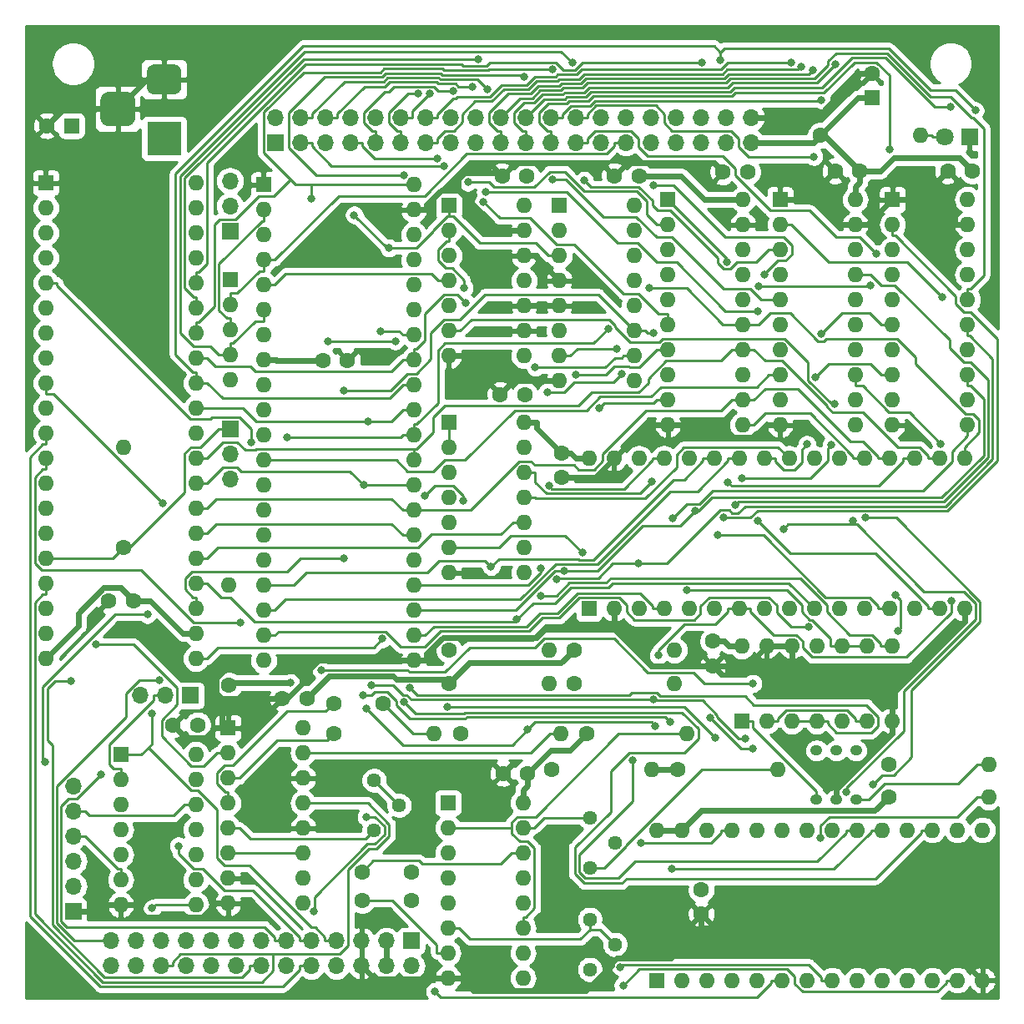
<source format=gtl>
G04 #@! TF.GenerationSoftware,KiCad,Pcbnew,(5.1.4-0-10_14)*
G04 #@! TF.CreationDate,2021-07-25T18:20:49+09:00*
G04 #@! TF.ProjectId,K68-CPUB,4b36382d-4350-4554-922e-6b696361645f,rev?*
G04 #@! TF.SameCoordinates,Original*
G04 #@! TF.FileFunction,Copper,L1,Top*
G04 #@! TF.FilePolarity,Positive*
%FSLAX46Y46*%
G04 Gerber Fmt 4.6, Leading zero omitted, Abs format (unit mm)*
G04 Created by KiCad (PCBNEW (5.1.4-0-10_14)) date 2021-07-25 18:20:49*
%MOMM*%
%LPD*%
G04 APERTURE LIST*
%ADD10O,1.700000X1.700000*%
%ADD11R,1.700000X1.700000*%
%ADD12O,1.600000X1.600000*%
%ADD13C,1.600000*%
%ADD14R,1.600000X1.600000*%
%ADD15C,0.100000*%
%ADD16C,3.500000*%
%ADD17C,3.000000*%
%ADD18R,3.500000X3.500000*%
%ADD19C,1.800000*%
%ADD20R,1.800000X1.800000*%
%ADD21O,1.200000X1.100000*%
%ADD22C,1.440000*%
%ADD23C,0.800000*%
%ADD24C,0.250000*%
%ADD25C,0.600000*%
%ADD26C,0.254000*%
G04 APERTURE END LIST*
D10*
X112300000Y-118600000D03*
X114840000Y-118600000D03*
D11*
X117380000Y-118600000D03*
D10*
X121400000Y-96680000D03*
X121400000Y-94140000D03*
D11*
X121400000Y-91600000D03*
D12*
X110600000Y-93440000D03*
D13*
X110600000Y-103600000D03*
D12*
X117940000Y-66600000D03*
X102700000Y-114860000D03*
X117940000Y-69140000D03*
X102700000Y-112320000D03*
X117940000Y-71680000D03*
X102700000Y-109780000D03*
X117940000Y-74220000D03*
X102700000Y-107240000D03*
X117940000Y-76760000D03*
X102700000Y-104700000D03*
X117940000Y-79300000D03*
X102700000Y-102160000D03*
X117940000Y-81840000D03*
X102700000Y-99620000D03*
X117940000Y-84380000D03*
X102700000Y-97080000D03*
X117940000Y-86920000D03*
X102700000Y-94540000D03*
X117940000Y-89460000D03*
X102700000Y-92000000D03*
X117940000Y-92000000D03*
X102700000Y-89460000D03*
X117940000Y-94540000D03*
X102700000Y-86920000D03*
X117940000Y-97080000D03*
X102700000Y-84380000D03*
X117940000Y-99620000D03*
X102700000Y-81840000D03*
X117940000Y-102160000D03*
X102700000Y-79300000D03*
X117940000Y-104700000D03*
X102700000Y-76760000D03*
X117940000Y-107240000D03*
X102700000Y-74220000D03*
X117940000Y-109780000D03*
X102700000Y-71680000D03*
X117940000Y-112320000D03*
X102700000Y-69140000D03*
X117940000Y-114860000D03*
D14*
X102700000Y-66600000D03*
D12*
X140040000Y-66800000D03*
X124800000Y-115060000D03*
X140040000Y-69340000D03*
X124800000Y-112520000D03*
X140040000Y-71880000D03*
X124800000Y-109980000D03*
X140040000Y-74420000D03*
X124800000Y-107440000D03*
X140040000Y-76960000D03*
X124800000Y-104900000D03*
X140040000Y-79500000D03*
X124800000Y-102360000D03*
X140040000Y-82040000D03*
X124800000Y-99820000D03*
X140040000Y-84580000D03*
X124800000Y-97280000D03*
X140040000Y-87120000D03*
X124800000Y-94740000D03*
X140040000Y-89660000D03*
X124800000Y-92200000D03*
X140040000Y-92200000D03*
X124800000Y-89660000D03*
X140040000Y-94740000D03*
X124800000Y-87120000D03*
X140040000Y-97280000D03*
X124800000Y-84580000D03*
X140040000Y-99820000D03*
X124800000Y-82040000D03*
X140040000Y-102360000D03*
X124800000Y-79500000D03*
X140040000Y-104900000D03*
X124800000Y-76960000D03*
X140040000Y-107440000D03*
X124800000Y-74420000D03*
X140040000Y-109980000D03*
X124800000Y-71880000D03*
X140040000Y-112520000D03*
X124800000Y-69340000D03*
X140040000Y-115060000D03*
D14*
X124800000Y-66800000D03*
D10*
X121400000Y-66420000D03*
X121400000Y-68960000D03*
D11*
X121400000Y-71500000D03*
D12*
X191460000Y-61800000D03*
D13*
X181300000Y-61800000D03*
D15*
G36*
X110960765Y-57354213D02*
G01*
X111045704Y-57366813D01*
X111128999Y-57387677D01*
X111209848Y-57416605D01*
X111287472Y-57453319D01*
X111361124Y-57497464D01*
X111430094Y-57548616D01*
X111493718Y-57606282D01*
X111551384Y-57669906D01*
X111602536Y-57738876D01*
X111646681Y-57812528D01*
X111683395Y-57890152D01*
X111712323Y-57971001D01*
X111733187Y-58054296D01*
X111745787Y-58139235D01*
X111750000Y-58225000D01*
X111750000Y-59975000D01*
X111745787Y-60060765D01*
X111733187Y-60145704D01*
X111712323Y-60228999D01*
X111683395Y-60309848D01*
X111646681Y-60387472D01*
X111602536Y-60461124D01*
X111551384Y-60530094D01*
X111493718Y-60593718D01*
X111430094Y-60651384D01*
X111361124Y-60702536D01*
X111287472Y-60746681D01*
X111209848Y-60783395D01*
X111128999Y-60812323D01*
X111045704Y-60833187D01*
X110960765Y-60845787D01*
X110875000Y-60850000D01*
X109125000Y-60850000D01*
X109039235Y-60845787D01*
X108954296Y-60833187D01*
X108871001Y-60812323D01*
X108790152Y-60783395D01*
X108712528Y-60746681D01*
X108638876Y-60702536D01*
X108569906Y-60651384D01*
X108506282Y-60593718D01*
X108448616Y-60530094D01*
X108397464Y-60461124D01*
X108353319Y-60387472D01*
X108316605Y-60309848D01*
X108287677Y-60228999D01*
X108266813Y-60145704D01*
X108254213Y-60060765D01*
X108250000Y-59975000D01*
X108250000Y-58225000D01*
X108254213Y-58139235D01*
X108266813Y-58054296D01*
X108287677Y-57971001D01*
X108316605Y-57890152D01*
X108353319Y-57812528D01*
X108397464Y-57738876D01*
X108448616Y-57669906D01*
X108506282Y-57606282D01*
X108569906Y-57548616D01*
X108638876Y-57497464D01*
X108712528Y-57453319D01*
X108790152Y-57416605D01*
X108871001Y-57387677D01*
X108954296Y-57366813D01*
X109039235Y-57354213D01*
X109125000Y-57350000D01*
X110875000Y-57350000D01*
X110960765Y-57354213D01*
X110960765Y-57354213D01*
G37*
D16*
X110000000Y-59100000D03*
D15*
G36*
X115773513Y-54603611D02*
G01*
X115846318Y-54614411D01*
X115917714Y-54632295D01*
X115987013Y-54657090D01*
X116053548Y-54688559D01*
X116116678Y-54726398D01*
X116175795Y-54770242D01*
X116230330Y-54819670D01*
X116279758Y-54874205D01*
X116323602Y-54933322D01*
X116361441Y-54996452D01*
X116392910Y-55062987D01*
X116417705Y-55132286D01*
X116435589Y-55203682D01*
X116446389Y-55276487D01*
X116450000Y-55350000D01*
X116450000Y-56850000D01*
X116446389Y-56923513D01*
X116435589Y-56996318D01*
X116417705Y-57067714D01*
X116392910Y-57137013D01*
X116361441Y-57203548D01*
X116323602Y-57266678D01*
X116279758Y-57325795D01*
X116230330Y-57380330D01*
X116175795Y-57429758D01*
X116116678Y-57473602D01*
X116053548Y-57511441D01*
X115987013Y-57542910D01*
X115917714Y-57567705D01*
X115846318Y-57585589D01*
X115773513Y-57596389D01*
X115700000Y-57600000D01*
X113700000Y-57600000D01*
X113626487Y-57596389D01*
X113553682Y-57585589D01*
X113482286Y-57567705D01*
X113412987Y-57542910D01*
X113346452Y-57511441D01*
X113283322Y-57473602D01*
X113224205Y-57429758D01*
X113169670Y-57380330D01*
X113120242Y-57325795D01*
X113076398Y-57266678D01*
X113038559Y-57203548D01*
X113007090Y-57137013D01*
X112982295Y-57067714D01*
X112964411Y-56996318D01*
X112953611Y-56923513D01*
X112950000Y-56850000D01*
X112950000Y-55350000D01*
X112953611Y-55276487D01*
X112964411Y-55203682D01*
X112982295Y-55132286D01*
X113007090Y-55062987D01*
X113038559Y-54996452D01*
X113076398Y-54933322D01*
X113120242Y-54874205D01*
X113169670Y-54819670D01*
X113224205Y-54770242D01*
X113283322Y-54726398D01*
X113346452Y-54688559D01*
X113412987Y-54657090D01*
X113482286Y-54632295D01*
X113553682Y-54614411D01*
X113626487Y-54603611D01*
X113700000Y-54600000D01*
X115700000Y-54600000D01*
X115773513Y-54603611D01*
X115773513Y-54603611D01*
G37*
D17*
X114700000Y-56100000D03*
D18*
X114700000Y-62100000D03*
D19*
X193860000Y-61900000D03*
D20*
X196400000Y-61900000D03*
D13*
X102800000Y-60800000D03*
D14*
X105300000Y-60800000D03*
D10*
X109320000Y-146040000D03*
X109320000Y-143500000D03*
X111860000Y-146040000D03*
X111860000Y-143500000D03*
X114400000Y-146040000D03*
X114400000Y-143500000D03*
X116940000Y-146040000D03*
X116940000Y-143500000D03*
X119480000Y-146040000D03*
X119480000Y-143500000D03*
X122020000Y-146040000D03*
X122020000Y-143500000D03*
X124560000Y-146040000D03*
X124560000Y-143500000D03*
X127100000Y-146040000D03*
X127100000Y-143500000D03*
X129640000Y-146040000D03*
X129640000Y-143500000D03*
X132180000Y-146040000D03*
X132180000Y-143500000D03*
X134720000Y-146040000D03*
X134720000Y-143500000D03*
X137260000Y-146040000D03*
X137260000Y-143500000D03*
X139800000Y-146040000D03*
D11*
X139800000Y-143500000D03*
D21*
X184900000Y-129200000D03*
X182900000Y-129200000D03*
X180900000Y-129200000D03*
X184900000Y-124200000D03*
X182900000Y-124200000D03*
X180900000Y-124200000D03*
D12*
X157800000Y-94560000D03*
X195900000Y-109800000D03*
X160340000Y-94560000D03*
X193360000Y-109800000D03*
X162880000Y-94560000D03*
X190820000Y-109800000D03*
X165420000Y-94560000D03*
X188280000Y-109800000D03*
X167960000Y-94560000D03*
X185740000Y-109800000D03*
X170500000Y-94560000D03*
X183200000Y-109800000D03*
X173040000Y-94560000D03*
X180660000Y-109800000D03*
X175580000Y-94560000D03*
X178120000Y-109800000D03*
X178120000Y-94560000D03*
X175580000Y-109800000D03*
X180660000Y-94560000D03*
X173040000Y-109800000D03*
X183200000Y-94560000D03*
X170500000Y-109800000D03*
X185740000Y-94560000D03*
X167960000Y-109800000D03*
X188280000Y-94560000D03*
X165420000Y-109800000D03*
X190820000Y-94560000D03*
X162880000Y-109800000D03*
X193360000Y-94560000D03*
X160340000Y-109800000D03*
X195900000Y-94560000D03*
D14*
X157800000Y-109800000D03*
D12*
X164700000Y-132260000D03*
X197720000Y-147500000D03*
X167240000Y-132260000D03*
X195180000Y-147500000D03*
X169780000Y-132260000D03*
X192640000Y-147500000D03*
X172320000Y-132260000D03*
X190100000Y-147500000D03*
X174860000Y-132260000D03*
X187560000Y-147500000D03*
X177400000Y-132260000D03*
X185020000Y-147500000D03*
X179940000Y-132260000D03*
X182480000Y-147500000D03*
X182480000Y-132260000D03*
X179940000Y-147500000D03*
X185020000Y-132260000D03*
X177400000Y-147500000D03*
X187560000Y-132260000D03*
X174860000Y-147500000D03*
X190100000Y-132260000D03*
X172320000Y-147500000D03*
X192640000Y-132260000D03*
X169780000Y-147500000D03*
X195180000Y-132260000D03*
X167240000Y-147500000D03*
X197720000Y-132260000D03*
D14*
X164700000Y-147500000D03*
D12*
X196220000Y-68300000D03*
X188600000Y-91160000D03*
X196220000Y-70840000D03*
X188600000Y-88620000D03*
X196220000Y-73380000D03*
X188600000Y-86080000D03*
X196220000Y-75920000D03*
X188600000Y-83540000D03*
X196220000Y-78460000D03*
X188600000Y-81000000D03*
X196220000Y-81000000D03*
X188600000Y-78460000D03*
X196220000Y-83540000D03*
X188600000Y-75920000D03*
X196220000Y-86080000D03*
X188600000Y-73380000D03*
X196220000Y-88620000D03*
X188600000Y-70840000D03*
X196220000Y-91160000D03*
D14*
X188600000Y-68300000D03*
D12*
X184820000Y-68300000D03*
X177200000Y-91160000D03*
X184820000Y-70840000D03*
X177200000Y-88620000D03*
X184820000Y-73380000D03*
X177200000Y-86080000D03*
X184820000Y-75920000D03*
X177200000Y-83540000D03*
X184820000Y-78460000D03*
X177200000Y-81000000D03*
X184820000Y-81000000D03*
X177200000Y-78460000D03*
X184820000Y-83540000D03*
X177200000Y-75920000D03*
X184820000Y-86080000D03*
X177200000Y-73380000D03*
X184820000Y-88620000D03*
X177200000Y-70840000D03*
X184820000Y-91160000D03*
D14*
X177200000Y-68300000D03*
D12*
X128820000Y-121900000D03*
X121200000Y-139680000D03*
X128820000Y-124440000D03*
X121200000Y-137140000D03*
X128820000Y-126980000D03*
X121200000Y-134600000D03*
X128820000Y-129520000D03*
X121200000Y-132060000D03*
X128820000Y-132060000D03*
X121200000Y-129520000D03*
X128820000Y-134600000D03*
X121200000Y-126980000D03*
X128820000Y-137140000D03*
X121200000Y-124440000D03*
X128820000Y-139680000D03*
D14*
X121200000Y-121900000D03*
D12*
X173420000Y-68300000D03*
X165800000Y-91160000D03*
X173420000Y-70840000D03*
X165800000Y-88620000D03*
X173420000Y-73380000D03*
X165800000Y-86080000D03*
X173420000Y-75920000D03*
X165800000Y-83540000D03*
X173420000Y-78460000D03*
X165800000Y-81000000D03*
X173420000Y-81000000D03*
X165800000Y-78460000D03*
X173420000Y-83540000D03*
X165800000Y-75920000D03*
X173420000Y-86080000D03*
X165800000Y-73380000D03*
X173420000Y-88620000D03*
X165800000Y-70840000D03*
X173420000Y-91160000D03*
D14*
X165800000Y-68300000D03*
D12*
X162420000Y-68900000D03*
X154800000Y-86680000D03*
X162420000Y-71440000D03*
X154800000Y-84140000D03*
X162420000Y-73980000D03*
X154800000Y-81600000D03*
X162420000Y-76520000D03*
X154800000Y-79060000D03*
X162420000Y-79060000D03*
X154800000Y-76520000D03*
X162420000Y-81600000D03*
X154800000Y-73980000D03*
X162420000Y-84140000D03*
X154800000Y-71440000D03*
X162420000Y-86680000D03*
D14*
X154800000Y-68900000D03*
D12*
X117920000Y-124600000D03*
X110300000Y-139840000D03*
X117920000Y-127140000D03*
X110300000Y-137300000D03*
X117920000Y-129680000D03*
X110300000Y-134760000D03*
X117920000Y-132220000D03*
X110300000Y-132220000D03*
X117920000Y-134760000D03*
X110300000Y-129680000D03*
X117920000Y-137300000D03*
X110300000Y-127140000D03*
X117920000Y-139840000D03*
D14*
X110300000Y-124600000D03*
D12*
X151220000Y-68900000D03*
X143600000Y-84140000D03*
X151220000Y-71440000D03*
X143600000Y-81600000D03*
X151220000Y-73980000D03*
X143600000Y-79060000D03*
X151220000Y-76520000D03*
X143600000Y-76520000D03*
X151220000Y-79060000D03*
X143600000Y-73980000D03*
X151220000Y-81600000D03*
X143600000Y-71440000D03*
X151220000Y-84140000D03*
D14*
X143600000Y-68900000D03*
D12*
X151220000Y-90900000D03*
X143600000Y-106140000D03*
X151220000Y-93440000D03*
X143600000Y-103600000D03*
X151220000Y-95980000D03*
X143600000Y-101060000D03*
X151220000Y-98520000D03*
X143600000Y-98520000D03*
X151220000Y-101060000D03*
X143600000Y-95980000D03*
X151220000Y-103600000D03*
X143600000Y-93440000D03*
X151220000Y-106140000D03*
D14*
X143600000Y-90900000D03*
D12*
X173300000Y-113580000D03*
X188540000Y-121200000D03*
X175840000Y-113580000D03*
X186000000Y-121200000D03*
X178380000Y-113580000D03*
X183460000Y-121200000D03*
X180920000Y-113580000D03*
X180920000Y-121200000D03*
X183460000Y-113580000D03*
X178380000Y-121200000D03*
X186000000Y-113580000D03*
X175840000Y-121200000D03*
X188540000Y-113580000D03*
D14*
X173300000Y-121200000D03*
D12*
X151120000Y-129500000D03*
X143500000Y-147280000D03*
X151120000Y-132040000D03*
X143500000Y-144740000D03*
X151120000Y-134580000D03*
X143500000Y-142200000D03*
X151120000Y-137120000D03*
X143500000Y-139660000D03*
X151120000Y-139660000D03*
X143500000Y-137120000D03*
X151120000Y-142200000D03*
X143500000Y-134580000D03*
X151120000Y-144740000D03*
X143500000Y-132040000D03*
X151120000Y-147280000D03*
D14*
X143500000Y-129500000D03*
D22*
X136000000Y-132300000D03*
X138540000Y-129760000D03*
X136000000Y-127220000D03*
X157900000Y-146400000D03*
X160440000Y-143860000D03*
X157900000Y-141320000D03*
X157900000Y-136100000D03*
X160440000Y-133560000D03*
X157900000Y-131020000D03*
D12*
X121400000Y-86560000D03*
X121400000Y-84020000D03*
X121400000Y-81480000D03*
X121400000Y-78940000D03*
D14*
X121400000Y-76400000D03*
D12*
X121300000Y-107440000D03*
D13*
X121300000Y-117600000D03*
D12*
X154960000Y-122500000D03*
D13*
X144800000Y-122500000D03*
D12*
X142060000Y-122500000D03*
D13*
X131900000Y-122500000D03*
D12*
X166460000Y-117400000D03*
D13*
X156300000Y-117400000D03*
D12*
X166460000Y-114000000D03*
D13*
X156300000Y-114000000D03*
D12*
X153760000Y-114000000D03*
D13*
X143600000Y-114000000D03*
D12*
X153760000Y-117400000D03*
D13*
X143600000Y-117400000D03*
D12*
X198360000Y-125600000D03*
D13*
X188200000Y-125600000D03*
D12*
X198360000Y-128900000D03*
D13*
X188200000Y-128900000D03*
D12*
X164160000Y-126100000D03*
D13*
X154000000Y-126100000D03*
D12*
X176960000Y-126100000D03*
D13*
X166800000Y-126100000D03*
D12*
X167760000Y-122500000D03*
D13*
X157600000Y-122500000D03*
D10*
X105500000Y-127800000D03*
X105500000Y-130340000D03*
X105500000Y-132880000D03*
X105500000Y-135420000D03*
X105500000Y-137960000D03*
D11*
X105500000Y-140500000D03*
D10*
X174260000Y-59960000D03*
X174260000Y-62500000D03*
X171720000Y-59960000D03*
X171720000Y-62500000D03*
X169180000Y-59960000D03*
X169180000Y-62500000D03*
X166640000Y-59960000D03*
X166640000Y-62500000D03*
X164100000Y-59960000D03*
X164100000Y-62500000D03*
X161560000Y-59960000D03*
X161560000Y-62500000D03*
X159020000Y-59960000D03*
X159020000Y-62500000D03*
X156480000Y-59960000D03*
X156480000Y-62500000D03*
X153940000Y-59960000D03*
X153940000Y-62500000D03*
X151400000Y-59960000D03*
X151400000Y-62500000D03*
X148860000Y-59960000D03*
X148860000Y-62500000D03*
X146320000Y-59960000D03*
X146320000Y-62500000D03*
X143780000Y-59960000D03*
X143780000Y-62500000D03*
X141240000Y-59960000D03*
X141240000Y-62500000D03*
X138700000Y-59960000D03*
X138700000Y-62500000D03*
X136160000Y-59960000D03*
X136160000Y-62500000D03*
X133620000Y-59960000D03*
X133620000Y-62500000D03*
X131080000Y-59960000D03*
X131080000Y-62500000D03*
X128540000Y-59960000D03*
X128540000Y-62500000D03*
X126000000Y-59960000D03*
D11*
X126000000Y-62500000D03*
D13*
X155000000Y-94000000D03*
X155000000Y-96500000D03*
X186500000Y-55500000D03*
D14*
X186500000Y-58000000D03*
D13*
X169200000Y-138300000D03*
X169200000Y-140800000D03*
X111600000Y-109000000D03*
X109100000Y-109000000D03*
X196700000Y-65400000D03*
X194200000Y-65400000D03*
X185300000Y-65400000D03*
X182800000Y-65400000D03*
X129200000Y-118900000D03*
X126700000Y-118900000D03*
X136900000Y-119400000D03*
X131900000Y-119400000D03*
X173900000Y-65500000D03*
X171400000Y-65500000D03*
X162900000Y-65900000D03*
X160400000Y-65900000D03*
X118100000Y-121600000D03*
X115600000Y-121600000D03*
X151500000Y-65900000D03*
X149000000Y-65900000D03*
X130800000Y-84600000D03*
X133300000Y-84600000D03*
X151300000Y-88100000D03*
X148800000Y-88100000D03*
X139800000Y-139400000D03*
X134800000Y-139400000D03*
X170400000Y-113100000D03*
X170400000Y-115600000D03*
X151600000Y-126500000D03*
X149100000Y-126500000D03*
X139800000Y-136500000D03*
X134800000Y-136500000D03*
D23*
X127505800Y-117320100D03*
X121226100Y-115644400D03*
X114209000Y-117048500D03*
X113008800Y-110400100D03*
X102671100Y-125384000D03*
X114593600Y-99140800D03*
X113500000Y-140210600D03*
X105240300Y-117117100D03*
X123528700Y-92960900D03*
X135209800Y-130919400D03*
X129932700Y-140552300D03*
X122451100Y-111194600D03*
X108325300Y-126650900D03*
X116166300Y-133875300D03*
X107815700Y-113435500D03*
X113477400Y-120428600D03*
X132923800Y-104683500D03*
X132959900Y-87671800D03*
X164360400Y-81799100D03*
X145146100Y-77256500D03*
X152366100Y-85318000D03*
X162203900Y-125184900D03*
X160649200Y-83432600D03*
X156099800Y-54445100D03*
X154126300Y-55103600D03*
X129631900Y-68169100D03*
X139656800Y-117845400D03*
X139015200Y-65832800D03*
X151220600Y-55860700D03*
X171822400Y-74609200D03*
X136836100Y-112857300D03*
X136631300Y-81630500D03*
X164159100Y-96925300D03*
X167727700Y-107940900D03*
X180623800Y-63944300D03*
X186942000Y-73777700D03*
X181364100Y-58174200D03*
X188286300Y-63241000D03*
X194505200Y-58932400D03*
X182809900Y-54567600D03*
X180530700Y-55160400D03*
X157318200Y-66358800D03*
X154137600Y-66247300D03*
X175639200Y-75903200D03*
X164350000Y-66850000D03*
X174918300Y-79596300D03*
X147307500Y-67521100D03*
X178301600Y-54383500D03*
X179302000Y-54833800D03*
X141670600Y-57552700D03*
X140472400Y-57552700D03*
X158877600Y-89429800D03*
X144003400Y-57279400D03*
X156475800Y-86111000D03*
X147112600Y-68544600D03*
X142404500Y-64114100D03*
X145959100Y-56833500D03*
X147474300Y-57136200D03*
X145516000Y-66535700D03*
X143121900Y-64863300D03*
X153795000Y-97369200D03*
X181320100Y-133089700D03*
X138163300Y-82656200D03*
X131328100Y-82656200D03*
X157125400Y-104140100D03*
X152898500Y-108477600D03*
X179915100Y-93139800D03*
X180759800Y-86321700D03*
X130664500Y-116074500D03*
X174438100Y-117390000D03*
X180123700Y-111668400D03*
X181364900Y-81922300D03*
X175005300Y-77131200D03*
X186404200Y-77023100D03*
X170083800Y-120876100D03*
X174445400Y-124032900D03*
X171449800Y-100516100D03*
X163103400Y-133580900D03*
X147872800Y-105543400D03*
X172612300Y-99306500D03*
X135230100Y-119938400D03*
X151582900Y-122053700D03*
X164562400Y-121672700D03*
X173349400Y-96555700D03*
X182370000Y-93223900D03*
X134892100Y-118577000D03*
X166025700Y-121260100D03*
X194586700Y-109031600D03*
X193516700Y-93093100D03*
X164356300Y-119024700D03*
X164857900Y-114558700D03*
X135748400Y-117540500D03*
X173698100Y-122993900D03*
X145289200Y-78783400D03*
X153575700Y-87824700D03*
X161131900Y-85977300D03*
X170862000Y-102354200D03*
X177557400Y-101705600D03*
X183942900Y-128444900D03*
X184583000Y-100874700D03*
X142184200Y-148655000D03*
X196996700Y-59266300D03*
X171131700Y-54123900D03*
X135387500Y-90785300D03*
X161264300Y-148034600D03*
X174943800Y-100859200D03*
X160993800Y-146144800D03*
X150482500Y-110897900D03*
X159762900Y-81405300D03*
X163892000Y-77301600D03*
X127172100Y-92396900D03*
X146589000Y-54028900D03*
X193655600Y-78206300D03*
X169241700Y-54383600D03*
X171887000Y-96962300D03*
X139022400Y-119296100D03*
X134937000Y-97280000D03*
X189170100Y-112036700D03*
X188926000Y-108440800D03*
X186614700Y-127627500D03*
X185861700Y-100582700D03*
X141171400Y-98374300D03*
X145012700Y-98842900D03*
X166178200Y-136228300D03*
X133994300Y-69856900D03*
X137538200Y-73220800D03*
X152906900Y-105680800D03*
X154545000Y-106814400D03*
X162829900Y-105227600D03*
X170613700Y-122875500D03*
X143450300Y-119750000D03*
X155251500Y-106001500D03*
X168551200Y-99883100D03*
X166266800Y-100639300D03*
X182687400Y-89034500D03*
D24*
X157900000Y-131020000D02*
X153265300Y-131020000D01*
X153265300Y-131020000D02*
X152245300Y-132040000D01*
X151120000Y-132040000D02*
X152245300Y-132040000D01*
X134800000Y-136500000D02*
X135937800Y-135362200D01*
X135937800Y-135362200D02*
X140582200Y-135362200D01*
X140582200Y-135362200D02*
X140939400Y-135719400D01*
X140939400Y-135719400D02*
X148855300Y-135719400D01*
X148855300Y-135719400D02*
X149994700Y-134580000D01*
X151120000Y-134580000D02*
X149994700Y-134580000D01*
D25*
X157600000Y-122500000D02*
X155925600Y-124174400D01*
X155925600Y-124174400D02*
X153925600Y-124174400D01*
X153925600Y-124174400D02*
X151600000Y-126500000D01*
X185300000Y-65400000D02*
X185300000Y-66519700D01*
X185300000Y-66519700D02*
X184820000Y-66999700D01*
X184820000Y-68300000D02*
X184820000Y-66999700D01*
X185300000Y-65400000D02*
X187400600Y-65400000D01*
X187400600Y-65400000D02*
X188716400Y-64084200D01*
X188716400Y-64084200D02*
X195384200Y-64084200D01*
X195384200Y-64084200D02*
X196700000Y-65400000D01*
X143600000Y-117400000D02*
X143145100Y-116945100D01*
X143145100Y-116945100D02*
X138256300Y-116945100D01*
X138256300Y-116945100D02*
X137951400Y-116640200D01*
X137951400Y-116640200D02*
X131459800Y-116640200D01*
X131459800Y-116640200D02*
X129200000Y-118900000D01*
X137260000Y-143500000D02*
X137260000Y-146040000D01*
X181488600Y-61611400D02*
X181511400Y-61611400D01*
X181511400Y-61611400D02*
X185300000Y-65400000D01*
X173420000Y-68300000D02*
X169521800Y-68300000D01*
X169521800Y-68300000D02*
X167121800Y-65900000D01*
X167121800Y-65900000D02*
X162900000Y-65900000D01*
X151600000Y-126500000D02*
X151600000Y-127719700D01*
X151600000Y-127719700D02*
X151120000Y-128199700D01*
X151120000Y-129500000D02*
X151120000Y-128199700D01*
X156300000Y-114000000D02*
X154980200Y-115319800D01*
X154980200Y-115319800D02*
X145680200Y-115319800D01*
X145680200Y-115319800D02*
X143600000Y-117400000D01*
X121300000Y-117600000D02*
X121579900Y-117320100D01*
X121579900Y-117320100D02*
X127505800Y-117320100D01*
X181488600Y-61611400D02*
X181300000Y-61800000D01*
X186500000Y-58000000D02*
X185100000Y-58000000D01*
X185100000Y-58000000D02*
X181488600Y-61611400D01*
X174260000Y-62500000D02*
X180600000Y-62500000D01*
X180600000Y-62500000D02*
X181300000Y-61800000D01*
X167240000Y-132260000D02*
X169211000Y-130289000D01*
X169211000Y-130289000D02*
X186811000Y-130289000D01*
X186811000Y-130289000D02*
X188200000Y-128900000D01*
X167240000Y-132260000D02*
X164700000Y-132260000D01*
X124800000Y-84580000D02*
X126100300Y-84580000D01*
X126100300Y-84580000D02*
X126120300Y-84600000D01*
X126120300Y-84600000D02*
X130800000Y-84600000D01*
X102700000Y-114860000D02*
X106005400Y-111554600D01*
X106005400Y-111554600D02*
X106005400Y-110254200D01*
X106005400Y-110254200D02*
X108565600Y-107694000D01*
X108565600Y-107694000D02*
X110294000Y-107694000D01*
X110294000Y-107694000D02*
X111600000Y-109000000D01*
X111600000Y-109000000D02*
X113319700Y-109000000D01*
X113319700Y-109000000D02*
X116639700Y-112320000D01*
X166800000Y-126100000D02*
X164160000Y-126100000D01*
X151220000Y-90900000D02*
X152520300Y-90900000D01*
X152520300Y-90900000D02*
X152520300Y-91520300D01*
X152520300Y-91520300D02*
X155000000Y-94000000D01*
X157800000Y-94560000D02*
X156499700Y-94560000D01*
X155000000Y-94000000D02*
X155939700Y-94000000D01*
X155939700Y-94000000D02*
X156499700Y-94560000D01*
X117940000Y-112320000D02*
X116639700Y-112320000D01*
X173300000Y-113580000D02*
X171999700Y-113580000D01*
X170400000Y-113100000D02*
X171519700Y-113100000D01*
X171519700Y-113100000D02*
X171999700Y-113580000D01*
X169200000Y-142186100D02*
X166141600Y-145244500D01*
X166141600Y-145244500D02*
X160620900Y-145244500D01*
X160620900Y-145244500D02*
X160093500Y-145771900D01*
X160093500Y-145771900D02*
X160093500Y-145985400D01*
X160093500Y-145985400D02*
X157498600Y-148580300D01*
X157498600Y-148580300D02*
X146100600Y-148580300D01*
X146100600Y-148580300D02*
X144800300Y-147280000D01*
X141340300Y-115060000D02*
X141340300Y-114388500D01*
X141340300Y-114388500D02*
X143030000Y-112698800D01*
X143030000Y-112698800D02*
X152510400Y-112698800D01*
X152510400Y-112698800D02*
X153363000Y-111846200D01*
X153363000Y-111846200D02*
X160340000Y-111846200D01*
X177200000Y-91160000D02*
X175899700Y-91160000D01*
X165800000Y-91160000D02*
X167100300Y-91160000D01*
X167100300Y-91160000D02*
X168400600Y-92460300D01*
X168400600Y-92460300D02*
X174599400Y-92460300D01*
X174599400Y-92460300D02*
X175899700Y-91160000D01*
X160340000Y-94560000D02*
X163740000Y-91160000D01*
X163740000Y-91160000D02*
X165800000Y-91160000D01*
X160340000Y-111846200D02*
X164093800Y-115600000D01*
X164093800Y-115600000D02*
X170400000Y-115600000D01*
X160340000Y-111100300D02*
X160340000Y-111846200D01*
X160340000Y-109800000D02*
X160340000Y-111100300D01*
X140040000Y-115060000D02*
X141340300Y-115060000D01*
X169200000Y-142186100D02*
X192406100Y-142186100D01*
X192406100Y-142186100D02*
X197720000Y-147500000D01*
X169200000Y-142186100D02*
X169200000Y-140800000D01*
X184820000Y-70840000D02*
X186120300Y-70840000D01*
X186120300Y-70840000D02*
X186120300Y-70779700D01*
X186120300Y-70779700D02*
X188600000Y-68300000D01*
X184186500Y-70840000D02*
X184820000Y-70840000D01*
X144555600Y-67337700D02*
X144555600Y-66209700D01*
X144555600Y-66209700D02*
X145177700Y-65587600D01*
X145177700Y-65587600D02*
X148687600Y-65587600D01*
X148687600Y-65587600D02*
X149000000Y-65900000D01*
X151220000Y-71440000D02*
X148657900Y-71440000D01*
X148657900Y-71440000D02*
X144555600Y-67337700D01*
X141340300Y-69340000D02*
X141340300Y-68802900D01*
X141340300Y-68802900D02*
X142805500Y-67337700D01*
X142805500Y-67337700D02*
X144555600Y-67337700D01*
X140040000Y-69340000D02*
X141340300Y-69340000D01*
X160400000Y-65900000D02*
X159050200Y-64550200D01*
X159050200Y-64550200D02*
X150349800Y-64550200D01*
X150349800Y-64550200D02*
X149000000Y-65900000D01*
X171400000Y-65500000D02*
X170499600Y-64599600D01*
X170499600Y-64599600D02*
X161700400Y-64599600D01*
X161700400Y-64599600D02*
X160400000Y-65900000D01*
X188540000Y-122500300D02*
X182900100Y-128140200D01*
X182900100Y-128140200D02*
X182900100Y-128149700D01*
X182900100Y-128149700D02*
X182900000Y-128149700D01*
X155000000Y-96500000D02*
X158400000Y-96500000D01*
X158400000Y-96500000D02*
X160340000Y-94560000D01*
X148800000Y-88039700D02*
X150159700Y-86680000D01*
X150159700Y-86680000D02*
X154800000Y-86680000D01*
X110300000Y-139840000D02*
X111600300Y-139840000D01*
X121200000Y-139680000D02*
X119899700Y-139680000D01*
X119899700Y-139680000D02*
X119899700Y-139761300D01*
X119899700Y-139761300D02*
X118520700Y-141140300D01*
X118520700Y-141140300D02*
X112900600Y-141140300D01*
X112900600Y-141140300D02*
X111600300Y-139840000D01*
X143500000Y-147280000D02*
X142199700Y-147280000D01*
X134720000Y-146040000D02*
X136089400Y-147409400D01*
X136089400Y-147409400D02*
X142070300Y-147409400D01*
X142070300Y-147409400D02*
X142199700Y-147280000D01*
X138739700Y-115060000D02*
X130405800Y-115060000D01*
X130405800Y-115060000D02*
X129047900Y-116417900D01*
X129047900Y-116417900D02*
X129047900Y-117051300D01*
X129047900Y-117051300D02*
X127199200Y-118900000D01*
X127199200Y-118900000D02*
X126700000Y-118900000D01*
X120549900Y-118900400D02*
X120549900Y-121900000D01*
X126700000Y-118900000D02*
X126699600Y-118900400D01*
X126699600Y-118900400D02*
X120549900Y-118900400D01*
X120549900Y-118900400D02*
X119969300Y-118319800D01*
X119969300Y-118319800D02*
X119969300Y-116901200D01*
X119969300Y-116901200D02*
X121226100Y-115644400D01*
X196220000Y-70840000D02*
X194919700Y-70840000D01*
X192572700Y-67192700D02*
X194919700Y-69539700D01*
X194919700Y-69539700D02*
X194919700Y-70840000D01*
X194200000Y-65400000D02*
X192572700Y-67027300D01*
X192572700Y-67027300D02*
X192572700Y-67192700D01*
X189900300Y-68300000D02*
X191007600Y-67192700D01*
X191007600Y-67192700D02*
X192572700Y-67192700D01*
X188600000Y-68300000D02*
X189900300Y-68300000D01*
X143500000Y-147280000D02*
X144800300Y-147280000D01*
X184186500Y-70840000D02*
X183519700Y-70840000D01*
X188420700Y-118579600D02*
X188420700Y-119780400D01*
X188420700Y-119780400D02*
X188540000Y-119899700D01*
X195900000Y-111100300D02*
X188420700Y-118579600D01*
X188420700Y-118579600D02*
X182079300Y-118579600D01*
X182079300Y-118579600D02*
X178380000Y-114880300D01*
X175840000Y-113580000D02*
X177079700Y-113580000D01*
X170400000Y-115600000D02*
X173820000Y-115600000D01*
X173820000Y-115600000D02*
X175840000Y-113580000D01*
X178380000Y-113580000D02*
X177079700Y-113580000D01*
X182900000Y-129200000D02*
X182900000Y-128149700D01*
X148800000Y-88039700D02*
X144900300Y-84140000D01*
X148800000Y-88100000D02*
X148800000Y-88039700D01*
X120549900Y-121900000D02*
X119899700Y-121900000D01*
X121200000Y-121900000D02*
X120549900Y-121900000D01*
X119899700Y-121900000D02*
X118859100Y-122940600D01*
X118859100Y-122940600D02*
X116940600Y-122940600D01*
X116940600Y-122940600D02*
X115600000Y-121600000D01*
X105500000Y-140500000D02*
X106850300Y-140500000D01*
X110300000Y-139840000D02*
X107510300Y-139840000D01*
X107510300Y-139840000D02*
X106850300Y-140500000D01*
X140040000Y-115060000D02*
X138739700Y-115060000D01*
X180979700Y-68300000D02*
X178500300Y-68300000D01*
X183519700Y-70840000D02*
X180979700Y-68300000D01*
X180979700Y-68300000D02*
X180979700Y-67220300D01*
X180979700Y-67220300D02*
X182800000Y-65400000D01*
X178380000Y-113580000D02*
X178380000Y-114880300D01*
X195900000Y-109800000D02*
X195900000Y-111100300D01*
X188540000Y-121200000D02*
X188540000Y-119899700D01*
X143600000Y-84140000D02*
X144900300Y-84140000D01*
X151220000Y-73980000D02*
X152520300Y-73980000D01*
X152520300Y-73980000D02*
X152520300Y-74240300D01*
X152520300Y-74240300D02*
X154800000Y-76520000D01*
X151220000Y-79060000D02*
X154800000Y-79060000D01*
X188540000Y-121200000D02*
X188540000Y-122500300D01*
X177200000Y-68300000D02*
X178500300Y-68300000D01*
X174260000Y-59960000D02*
X181300000Y-59900000D01*
X181300000Y-59900000D02*
X181500000Y-59900000D01*
X181500000Y-59900000D02*
X181500000Y-59368600D01*
X181500000Y-59368600D02*
X185369000Y-55500000D01*
X185369000Y-55500000D02*
X186500000Y-55500000D01*
X102800000Y-60800000D02*
X104500000Y-59100000D01*
X104500000Y-59100000D02*
X110000000Y-59100000D01*
X114700000Y-56100000D02*
X113000000Y-56100000D01*
X113000000Y-56100000D02*
X110000000Y-59100000D01*
D24*
X157900000Y-142355300D02*
X158935300Y-142355300D01*
X158935300Y-142355300D02*
X160440000Y-143860000D01*
X144625300Y-142200000D02*
X145751200Y-143325900D01*
X145751200Y-143325900D02*
X156929400Y-143325900D01*
X156929400Y-143325900D02*
X157900000Y-142355300D01*
X157900000Y-142355300D02*
X157900000Y-141320000D01*
X143500000Y-142200000D02*
X144625300Y-142200000D01*
X143500000Y-144740000D02*
X142374700Y-144740000D01*
X134800000Y-139400000D02*
X137878700Y-139400000D01*
X137878700Y-139400000D02*
X142374700Y-143896000D01*
X142374700Y-143896000D02*
X142374700Y-144740000D01*
X136900000Y-119400000D02*
X140000000Y-122500000D01*
X140000000Y-122500000D02*
X142060000Y-122500000D01*
X136000000Y-127220000D02*
X138540000Y-129760000D01*
X131900000Y-119400000D02*
X131090100Y-120209900D01*
X131090100Y-120209900D02*
X127216300Y-120209900D01*
X127216300Y-120209900D02*
X121716200Y-125710000D01*
X121716200Y-125710000D02*
X120833200Y-125710000D01*
X120833200Y-125710000D02*
X120074700Y-126468500D01*
X120074700Y-126468500D02*
X120074700Y-127550800D01*
X120074700Y-127550800D02*
X120918600Y-128394700D01*
X120918600Y-128394700D02*
X121200000Y-128394700D01*
X121200000Y-129520000D02*
X121200000Y-128394700D01*
X114209000Y-117048500D02*
X112178800Y-117048500D01*
X112178800Y-117048500D02*
X110837400Y-118389900D01*
X110837400Y-118389900D02*
X110837400Y-120762000D01*
X110837400Y-120762000D02*
X103814500Y-127784900D01*
X103814500Y-127784900D02*
X103814500Y-141704600D01*
X103814500Y-141704600D02*
X105609900Y-143500000D01*
X105609900Y-143500000D02*
X108144700Y-143500000D01*
X109320000Y-143500000D02*
X108144700Y-143500000D01*
X113008800Y-110400100D02*
X109719100Y-110400100D01*
X109719100Y-110400100D02*
X102380000Y-117739200D01*
X102380000Y-117739200D02*
X102380000Y-125092900D01*
X102380000Y-125092900D02*
X102671100Y-125384000D01*
X125754600Y-144864700D02*
X116383200Y-144864700D01*
X116383200Y-144864700D02*
X115575300Y-145672600D01*
X115575300Y-145672600D02*
X115575300Y-146040000D01*
X128820000Y-129520000D02*
X135374600Y-129520000D01*
X135374600Y-129520000D02*
X137544100Y-131689500D01*
X137544100Y-131689500D02*
X137544100Y-132884700D01*
X137544100Y-132884700D02*
X136279200Y-134149600D01*
X136279200Y-134149600D02*
X135467600Y-134149600D01*
X135467600Y-134149600D02*
X133355400Y-136261800D01*
X133355400Y-136261800D02*
X133355400Y-143999600D01*
X133355400Y-143999600D02*
X132490300Y-144864700D01*
X132490300Y-144864700D02*
X125754600Y-144864700D01*
X125754600Y-144864700D02*
X125754600Y-146542000D01*
X125754600Y-146542000D02*
X124623400Y-147673200D01*
X124623400Y-147673200D02*
X108444600Y-147673200D01*
X108444600Y-147673200D02*
X101574700Y-140803300D01*
X101574700Y-140803300D02*
X101574700Y-109209200D01*
X101574700Y-109209200D02*
X102418600Y-108365300D01*
X102418600Y-108365300D02*
X102700000Y-108365300D01*
X102700000Y-107240000D02*
X102700000Y-108365300D01*
X114400000Y-146040000D02*
X115575300Y-146040000D01*
X102700000Y-86920000D02*
X102700000Y-88045300D01*
X102700000Y-88045300D02*
X103498100Y-88045300D01*
X103498100Y-88045300D02*
X114593600Y-99140800D01*
X116794700Y-139840000D02*
X113870600Y-139840000D01*
X113870600Y-139840000D02*
X113500000Y-140210600D01*
X117920000Y-139840000D02*
X116794700Y-139840000D01*
X102700000Y-104700000D02*
X109500000Y-104700000D01*
X109500000Y-104700000D02*
X110600000Y-103600000D01*
X110600000Y-103600000D02*
X111160200Y-103600000D01*
X111160200Y-103600000D02*
X116787900Y-97972300D01*
X116787900Y-97972300D02*
X116787900Y-94064000D01*
X116787900Y-94064000D02*
X117437300Y-93414600D01*
X117437300Y-93414600D02*
X118410100Y-93414600D01*
X118410100Y-93414600D02*
X120224700Y-91600000D01*
X121400000Y-91600000D02*
X120224700Y-91600000D01*
X123384700Y-146040000D02*
X123384700Y-146407300D01*
X123384700Y-146407300D02*
X122573300Y-147218700D01*
X122573300Y-147218700D02*
X108682900Y-147218700D01*
X108682900Y-147218700D02*
X103364100Y-141899900D01*
X103364100Y-141899900D02*
X103364100Y-127258900D01*
X103364100Y-127258900D02*
X103433300Y-127189700D01*
X103433300Y-127189700D02*
X103433300Y-123692800D01*
X103433300Y-123692800D02*
X102874600Y-123134100D01*
X102874600Y-123134100D02*
X102874600Y-117924900D01*
X102874600Y-117924900D02*
X103682400Y-117117100D01*
X103682400Y-117117100D02*
X105240300Y-117117100D01*
X124560000Y-146040000D02*
X123384700Y-146040000D01*
X135209800Y-130919400D02*
X136100200Y-130919400D01*
X136100200Y-130919400D02*
X137051300Y-131870500D01*
X137051300Y-131870500D02*
X137051300Y-132736600D01*
X137051300Y-132736600D02*
X136116100Y-133671800D01*
X136116100Y-133671800D02*
X135303600Y-133671800D01*
X135303600Y-133671800D02*
X129945400Y-139030000D01*
X129945400Y-139030000D02*
X129945400Y-140539600D01*
X129945400Y-140539600D02*
X129932700Y-140552300D01*
X102700000Y-76760000D02*
X103825300Y-76760000D01*
X123528700Y-92960900D02*
X123528700Y-91557700D01*
X123528700Y-91557700D02*
X122395600Y-90424600D01*
X122395600Y-90424600D02*
X119578500Y-90424600D01*
X119578500Y-90424600D02*
X119406800Y-90596300D01*
X119406800Y-90596300D02*
X117380300Y-90596300D01*
X117380300Y-90596300D02*
X103825300Y-77041300D01*
X103825300Y-77041300D02*
X103825300Y-76760000D01*
X122451100Y-111194600D02*
X117694400Y-111194600D01*
X117694400Y-111194600D02*
X112352700Y-105852900D01*
X112352700Y-105852900D02*
X102258500Y-105852900D01*
X102258500Y-105852900D02*
X101574700Y-105169100D01*
X101574700Y-105169100D02*
X101574700Y-96509200D01*
X101574700Y-96509200D02*
X102418600Y-95665300D01*
X102418600Y-95665300D02*
X102700000Y-95665300D01*
X102700000Y-94540000D02*
X102700000Y-95665300D01*
X108325300Y-126650900D02*
X105887000Y-129089200D01*
X105887000Y-129089200D02*
X104997300Y-129089200D01*
X104997300Y-129089200D02*
X104268600Y-129817900D01*
X104268600Y-129817900D02*
X104268600Y-141512900D01*
X104268600Y-141512900D02*
X104843800Y-142088100D01*
X104843800Y-142088100D02*
X124880200Y-142088100D01*
X124880200Y-142088100D02*
X125924700Y-143132600D01*
X125924700Y-143132600D02*
X125924700Y-143500000D01*
X127100000Y-143500000D02*
X125924700Y-143500000D01*
X102700000Y-93125300D02*
X102418700Y-93125300D01*
X102418700Y-93125300D02*
X101119400Y-94424600D01*
X101119400Y-94424600D02*
X101119400Y-140984900D01*
X101119400Y-140984900D02*
X108258000Y-148123500D01*
X108258000Y-148123500D02*
X126748500Y-148123500D01*
X126748500Y-148123500D02*
X128464700Y-146407300D01*
X128464700Y-146407300D02*
X128464700Y-146040000D01*
X102700000Y-92000000D02*
X102700000Y-93125300D01*
X129640000Y-146040000D02*
X128464700Y-146040000D01*
X128464700Y-143500000D02*
X128464700Y-143132700D01*
X128464700Y-143132700D02*
X123742000Y-138410000D01*
X123742000Y-138410000D02*
X120830200Y-138410000D01*
X120830200Y-138410000D02*
X118594800Y-136174600D01*
X118594800Y-136174600D02*
X117694700Y-136174600D01*
X117694700Y-136174600D02*
X116166300Y-134646200D01*
X116166300Y-134646200D02*
X116166300Y-133875300D01*
X129640000Y-143500000D02*
X128464700Y-143500000D01*
X121200000Y-124440000D02*
X120074700Y-124440000D01*
X120074700Y-124440000D02*
X118752600Y-125762100D01*
X118752600Y-125762100D02*
X117479300Y-125762100D01*
X117479300Y-125762100D02*
X114455200Y-122738000D01*
X114455200Y-122738000D02*
X114455200Y-121083100D01*
X114455200Y-121083100D02*
X116018200Y-119520100D01*
X116018200Y-119520100D02*
X116018200Y-117819900D01*
X116018200Y-117819900D02*
X111633800Y-113435500D01*
X111633800Y-113435500D02*
X107815700Y-113435500D01*
X113089600Y-123912700D02*
X113477400Y-123524900D01*
X113477400Y-123524900D02*
X113477400Y-120428600D01*
X111425300Y-124600000D02*
X112402300Y-124600000D01*
X112402300Y-124600000D02*
X113089600Y-123912700D01*
X113089600Y-123912700D02*
X117442200Y-128265400D01*
X117442200Y-128265400D02*
X118113400Y-128265400D01*
X118113400Y-128265400D02*
X120039400Y-130191400D01*
X120039400Y-130191400D02*
X120039400Y-135065000D01*
X120039400Y-135065000D02*
X120844400Y-135870000D01*
X120844400Y-135870000D02*
X123358800Y-135870000D01*
X123358800Y-135870000D02*
X129649700Y-142160900D01*
X129649700Y-142160900D02*
X130025300Y-142160900D01*
X130025300Y-142160900D02*
X131004700Y-143140300D01*
X131004700Y-143140300D02*
X131004700Y-143500000D01*
X132180000Y-143500000D02*
X131004700Y-143500000D01*
X110300000Y-124600000D02*
X111425300Y-124600000D01*
X132959900Y-87671800D02*
X137688000Y-87671800D01*
X137688000Y-87671800D02*
X139405100Y-85954700D01*
X139405100Y-85954700D02*
X140265800Y-85954700D01*
X140265800Y-85954700D02*
X141752500Y-84468000D01*
X141752500Y-84468000D02*
X141752500Y-81832100D01*
X141752500Y-81832100D02*
X143123000Y-80461600D01*
X143123000Y-80461600D02*
X144733700Y-80461600D01*
X144733700Y-80461600D02*
X147265800Y-77929500D01*
X147265800Y-77929500D02*
X158749500Y-77929500D01*
X158749500Y-77929500D02*
X162420000Y-81600000D01*
X162420000Y-81600000D02*
X162982700Y-81600000D01*
X117940000Y-109780000D02*
X117940000Y-108654700D01*
X132923800Y-104683500D02*
X128503400Y-104683500D01*
X128503400Y-104683500D02*
X127144700Y-106042200D01*
X127144700Y-106042200D02*
X117498000Y-106042200D01*
X117498000Y-106042200D02*
X116814700Y-106725500D01*
X116814700Y-106725500D02*
X116814700Y-107810800D01*
X116814700Y-107810800D02*
X117658600Y-108654700D01*
X117658600Y-108654700D02*
X117940000Y-108654700D01*
X162982700Y-81600000D02*
X163545300Y-81600000D01*
X164360400Y-81799100D02*
X163744400Y-81799100D01*
X163744400Y-81799100D02*
X163545300Y-81600000D01*
X161294700Y-84140000D02*
X161098400Y-84336300D01*
X161098400Y-84336300D02*
X160460400Y-84336300D01*
X160460400Y-84336300D02*
X159478700Y-85318000D01*
X159478700Y-85318000D02*
X152366100Y-85318000D01*
X145146100Y-77256500D02*
X145146100Y-76474500D01*
X145146100Y-76474500D02*
X143921600Y-75250000D01*
X143921600Y-75250000D02*
X143247300Y-75250000D01*
X143247300Y-75250000D02*
X142474700Y-74477400D01*
X142474700Y-74477400D02*
X142474700Y-73409200D01*
X142474700Y-73409200D02*
X143318600Y-72565300D01*
X143318600Y-72565300D02*
X143600000Y-72565300D01*
X162420000Y-84140000D02*
X161294700Y-84140000D01*
X143600000Y-71440000D02*
X143600000Y-72565300D01*
X183894700Y-132260000D02*
X183894700Y-132541300D01*
X183894700Y-132541300D02*
X180967400Y-135468600D01*
X180967400Y-135468600D02*
X162456600Y-135468600D01*
X162456600Y-135468600D02*
X160767000Y-137158200D01*
X160767000Y-137158200D02*
X157433700Y-137158200D01*
X157433700Y-137158200D02*
X156820900Y-136545400D01*
X156820900Y-136545400D02*
X156820900Y-134732600D01*
X156820900Y-134732600D02*
X162203900Y-129349600D01*
X162203900Y-129349600D02*
X162203900Y-125184900D01*
X154800000Y-84140000D02*
X155925300Y-84140000D01*
X185020000Y-132260000D02*
X183894700Y-132260000D01*
X155925300Y-84140000D02*
X156632700Y-83432600D01*
X156632700Y-83432600D02*
X160649200Y-83432600D01*
X156099800Y-54445100D02*
X154918600Y-53263900D01*
X154918600Y-53263900D02*
X129002700Y-53263900D01*
X129002700Y-53263900D02*
X116354100Y-65912500D01*
X116354100Y-65912500D02*
X116354100Y-81848900D01*
X116354100Y-81848900D02*
X117677800Y-83172600D01*
X117677800Y-83172600D02*
X119427300Y-83172600D01*
X119427300Y-83172600D02*
X120274700Y-84020000D01*
X121400000Y-84020000D02*
X120274700Y-84020000D01*
X124800000Y-79500000D02*
X124800000Y-80625300D01*
X121400000Y-84020000D02*
X121400000Y-82894700D01*
X121400000Y-82894700D02*
X121685400Y-82894700D01*
X121685400Y-82894700D02*
X123954800Y-80625300D01*
X123954800Y-80625300D02*
X124800000Y-80625300D01*
X154126300Y-55103600D02*
X154106200Y-55123700D01*
X154106200Y-55123700D02*
X147689800Y-55123700D01*
X147689800Y-55123700D02*
X147605900Y-55207600D01*
X147605900Y-55207600D02*
X144868100Y-55207600D01*
X144868100Y-55207600D02*
X144863700Y-55203200D01*
X144863700Y-55203200D02*
X143094300Y-55203200D01*
X143094300Y-55203200D02*
X142917300Y-55026200D01*
X142917300Y-55026200D02*
X137009000Y-55026200D01*
X137009000Y-55026200D02*
X136643700Y-55391500D01*
X136643700Y-55391500D02*
X128855900Y-55391500D01*
X128855900Y-55391500D02*
X124824600Y-59422800D01*
X124824600Y-59422800D02*
X124824600Y-63566000D01*
X124824600Y-63566000D02*
X127487700Y-66229000D01*
X182045300Y-121200000D02*
X182045300Y-121481300D01*
X182045300Y-121481300D02*
X182929300Y-122365300D01*
X182929300Y-122365300D02*
X186466900Y-122365300D01*
X186466900Y-122365300D02*
X187136100Y-121696100D01*
X187136100Y-121696100D02*
X187136100Y-120743800D01*
X187136100Y-120743800D02*
X185966200Y-119573900D01*
X185966200Y-119573900D02*
X174553500Y-119573900D01*
X174553500Y-119573900D02*
X173635200Y-118655600D01*
X173635200Y-118655600D02*
X165013000Y-118655600D01*
X165013000Y-118655600D02*
X164656800Y-118299400D01*
X164656800Y-118299400D02*
X162185800Y-118299400D01*
X162185800Y-118299400D02*
X161936700Y-118548500D01*
X161936700Y-118548500D02*
X140359900Y-118548500D01*
X140359900Y-118548500D02*
X139656800Y-117845400D01*
X127487700Y-66229000D02*
X128058600Y-66800000D01*
X128058600Y-66800000D02*
X129631900Y-66800000D01*
X127487700Y-66229000D02*
X125791300Y-67925400D01*
X125791300Y-67925400D02*
X124323100Y-67925400D01*
X124323100Y-67925400D02*
X121923900Y-70324600D01*
X121923900Y-70324600D02*
X120349100Y-70324600D01*
X120349100Y-70324600D02*
X119824200Y-70849500D01*
X119824200Y-70849500D02*
X119824200Y-79111800D01*
X119824200Y-79111800D02*
X118221300Y-80714700D01*
X118221300Y-80714700D02*
X117940000Y-80714700D01*
X117940000Y-81840000D02*
X117940000Y-80714700D01*
X129631900Y-66800000D02*
X140040000Y-66800000D01*
X129631900Y-68169100D02*
X129631900Y-66800000D01*
X180920000Y-121200000D02*
X182045300Y-121200000D01*
X178380000Y-121200000D02*
X180920000Y-121200000D01*
X160384700Y-62500000D02*
X160384700Y-62867400D01*
X160384700Y-62867400D02*
X159576800Y-63675300D01*
X159576800Y-63675300D02*
X145390700Y-63675300D01*
X145390700Y-63675300D02*
X141127800Y-67938200D01*
X141127800Y-67938200D02*
X132407100Y-67938200D01*
X132407100Y-67938200D02*
X125925300Y-74420000D01*
X124800000Y-74420000D02*
X125925300Y-74420000D01*
X161560000Y-62500000D02*
X160384700Y-62500000D01*
X124800000Y-74420000D02*
X124800000Y-75545300D01*
X121400000Y-78940000D02*
X121400000Y-77814700D01*
X121400000Y-77814700D02*
X122105400Y-77814700D01*
X122105400Y-77814700D02*
X124374800Y-75545300D01*
X124374800Y-75545300D02*
X124800000Y-75545300D01*
X151220600Y-55860700D02*
X151017800Y-55657900D01*
X151017800Y-55657900D02*
X144681500Y-55657900D01*
X144681500Y-55657900D02*
X144677100Y-55653500D01*
X144677100Y-55653500D02*
X142907700Y-55653500D01*
X142907700Y-55653500D02*
X142730700Y-55476500D01*
X142730700Y-55476500D02*
X137195600Y-55476500D01*
X137195600Y-55476500D02*
X136811400Y-55860700D01*
X136811400Y-55860700D02*
X130958500Y-55860700D01*
X130958500Y-55860700D02*
X127328200Y-59491000D01*
X127328200Y-59491000D02*
X127328200Y-63013500D01*
X127328200Y-63013500D02*
X130147500Y-65832800D01*
X130147500Y-65832800D02*
X139015200Y-65832800D01*
X119065300Y-104700000D02*
X120135300Y-103630000D01*
X120135300Y-103630000D02*
X140466900Y-103630000D01*
X140466900Y-103630000D02*
X141820800Y-102276100D01*
X141820800Y-102276100D02*
X148878600Y-102276100D01*
X148878600Y-102276100D02*
X150094700Y-101060000D01*
X117940000Y-104700000D02*
X119065300Y-104700000D01*
X151220000Y-101060000D02*
X150094700Y-101060000D01*
X165800000Y-68300000D02*
X171822400Y-74322400D01*
X171822400Y-74322400D02*
X171822400Y-74609200D01*
X140040000Y-82040000D02*
X138914700Y-82040000D01*
X138914700Y-82040000D02*
X138505200Y-81630500D01*
X138505200Y-81630500D02*
X136631300Y-81630500D01*
X117940000Y-114860000D02*
X119065300Y-114860000D01*
X136836100Y-112857300D02*
X135958700Y-113734700D01*
X135958700Y-113734700D02*
X120190600Y-113734700D01*
X120190600Y-113734700D02*
X119065300Y-114860000D01*
X151220000Y-95980000D02*
X152345300Y-95980000D01*
X164159100Y-96925300D02*
X162989800Y-98094600D01*
X162989800Y-98094600D02*
X153475300Y-98094600D01*
X153475300Y-98094600D02*
X152345300Y-96964600D01*
X152345300Y-96964600D02*
X152345300Y-95980000D01*
X182334700Y-113580000D02*
X182334700Y-112853600D01*
X182334700Y-112853600D02*
X180424200Y-110943100D01*
X180424200Y-110943100D02*
X180176000Y-110943100D01*
X180176000Y-110943100D02*
X179390000Y-110157100D01*
X179390000Y-110157100D02*
X179390000Y-109452300D01*
X179390000Y-109452300D02*
X177878600Y-107940900D01*
X177878600Y-107940900D02*
X167727700Y-107940900D01*
X183460000Y-113580000D02*
X182334700Y-113580000D01*
X186000000Y-113580000D02*
X183460000Y-113580000D01*
X157655300Y-59960000D02*
X157655300Y-59650400D01*
X157655300Y-59650400D02*
X158542400Y-58763300D01*
X158542400Y-58763300D02*
X164593400Y-58763300D01*
X164593400Y-58763300D02*
X165464600Y-59634500D01*
X165464600Y-59634500D02*
X165464600Y-60532000D01*
X165464600Y-60532000D02*
X166257200Y-61324600D01*
X166257200Y-61324600D02*
X172245600Y-61324600D01*
X172245600Y-61324600D02*
X172990000Y-62069000D01*
X172990000Y-62069000D02*
X172990000Y-62924300D01*
X172990000Y-62924300D02*
X174010000Y-63944300D01*
X174010000Y-63944300D02*
X180623800Y-63944300D01*
X156480000Y-59960000D02*
X157655300Y-59960000D01*
X156480000Y-62500000D02*
X157655300Y-62500000D01*
X157655300Y-62500000D02*
X157655300Y-62132700D01*
X157655300Y-62132700D02*
X158463400Y-61324600D01*
X158463400Y-61324600D02*
X162085600Y-61324600D01*
X162085600Y-61324600D02*
X162830000Y-62069000D01*
X162830000Y-62069000D02*
X162830000Y-62972700D01*
X162830000Y-62972700D02*
X163723000Y-63865700D01*
X163723000Y-63865700D02*
X171371500Y-63865700D01*
X171371500Y-63865700D02*
X172650000Y-65144200D01*
X172650000Y-65144200D02*
X172650000Y-65843700D01*
X172650000Y-65843700D02*
X176231700Y-69425400D01*
X176231700Y-69425400D02*
X180197500Y-69425400D01*
X180197500Y-69425400D02*
X182882100Y-72110000D01*
X182882100Y-72110000D02*
X185274300Y-72110000D01*
X185274300Y-72110000D02*
X186942000Y-73777700D01*
X153940000Y-59960000D02*
X155115300Y-59960000D01*
X155115300Y-59960000D02*
X155115300Y-59652500D01*
X155115300Y-59652500D02*
X155994800Y-58773000D01*
X155994800Y-58773000D02*
X157895800Y-58773000D01*
X157895800Y-58773000D02*
X158407700Y-58261100D01*
X158407700Y-58261100D02*
X181277200Y-58261100D01*
X181277200Y-58261100D02*
X181364100Y-58174200D01*
X188286300Y-63241000D02*
X188286300Y-55686100D01*
X188286300Y-55686100D02*
X186963400Y-54363200D01*
X186963400Y-54363200D02*
X184750500Y-54363200D01*
X184750500Y-54363200D02*
X181664800Y-57448900D01*
X181664800Y-57448900D02*
X172654200Y-57448900D01*
X172654200Y-57448900D02*
X172292400Y-57810700D01*
X172292400Y-57810700D02*
X158221200Y-57810700D01*
X158221200Y-57810700D02*
X157709400Y-58322500D01*
X157709400Y-58322500D02*
X155808400Y-58322500D01*
X155808400Y-58322500D02*
X155580100Y-58550800D01*
X155580100Y-58550800D02*
X153668400Y-58550800D01*
X153668400Y-58550800D02*
X152712100Y-59507100D01*
X152712100Y-59507100D02*
X152712100Y-60464100D01*
X152712100Y-60464100D02*
X153572700Y-61324700D01*
X153572700Y-61324700D02*
X153940000Y-61324700D01*
X153940000Y-62500000D02*
X153940000Y-61324700D01*
X151400000Y-59960000D02*
X153259500Y-58100500D01*
X153259500Y-58100500D02*
X155339900Y-58100500D01*
X155339900Y-58100500D02*
X155568200Y-57872200D01*
X155568200Y-57872200D02*
X157522800Y-57872200D01*
X157522800Y-57872200D02*
X158034600Y-57360400D01*
X158034600Y-57360400D02*
X172105700Y-57360400D01*
X172105700Y-57360400D02*
X172546200Y-56919900D01*
X172546200Y-56919900D02*
X181483400Y-56919900D01*
X181483400Y-56919900D02*
X184500400Y-53902900D01*
X184500400Y-53902900D02*
X187865000Y-53902900D01*
X187865000Y-53902900D02*
X192894500Y-58932400D01*
X192894500Y-58932400D02*
X194505200Y-58932400D01*
X182809900Y-54567600D02*
X180917700Y-56459800D01*
X180917700Y-56459800D02*
X172369400Y-56459800D01*
X172369400Y-56459800D02*
X171919100Y-56910100D01*
X171919100Y-56910100D02*
X157848000Y-56910100D01*
X157848000Y-56910100D02*
X157336200Y-57421900D01*
X157336200Y-57421900D02*
X155381600Y-57421900D01*
X155381600Y-57421900D02*
X155153300Y-57650200D01*
X155153300Y-57650200D02*
X153060800Y-57650200D01*
X153060800Y-57650200D02*
X152251300Y-58459700D01*
X152251300Y-58459700D02*
X151216800Y-58459700D01*
X151216800Y-58459700D02*
X150191200Y-59485300D01*
X150191200Y-59485300D02*
X150191200Y-60483200D01*
X150191200Y-60483200D02*
X151032700Y-61324700D01*
X151032700Y-61324700D02*
X151400000Y-61324700D01*
X151400000Y-62500000D02*
X151400000Y-61324700D01*
X148860000Y-59960000D02*
X150810600Y-58009400D01*
X150810600Y-58009400D02*
X152064700Y-58009400D01*
X152064700Y-58009400D02*
X152874200Y-57199900D01*
X152874200Y-57199900D02*
X154966700Y-57199900D01*
X154966700Y-57199900D02*
X155195000Y-56971600D01*
X155195000Y-56971600D02*
X157149600Y-56971600D01*
X157149600Y-56971600D02*
X157661400Y-56459800D01*
X157661400Y-56459800D02*
X171732500Y-56459800D01*
X171732500Y-56459800D02*
X172182800Y-56009500D01*
X172182800Y-56009500D02*
X180731100Y-56009500D01*
X180731100Y-56009500D02*
X182084600Y-54656000D01*
X182084600Y-54656000D02*
X182084600Y-54267200D01*
X182084600Y-54267200D02*
X182913600Y-53438200D01*
X182913600Y-53438200D02*
X188037200Y-53438200D01*
X188037200Y-53438200D02*
X192443400Y-57844400D01*
X192443400Y-57844400D02*
X194492100Y-57844400D01*
X194492100Y-57844400D02*
X196639300Y-59991600D01*
X196639300Y-59991600D02*
X196760100Y-59991600D01*
X196760100Y-59991600D02*
X197843400Y-61074900D01*
X197843400Y-61074900D02*
X197843400Y-75992600D01*
X197843400Y-75992600D02*
X196501300Y-77334700D01*
X196501300Y-77334700D02*
X196220000Y-77334700D01*
X196220000Y-78460000D02*
X196220000Y-77334700D01*
X180530700Y-55160400D02*
X180131900Y-55559200D01*
X180131900Y-55559200D02*
X171996200Y-55559200D01*
X171996200Y-55559200D02*
X171545900Y-56009500D01*
X171545900Y-56009500D02*
X157474800Y-56009500D01*
X157474800Y-56009500D02*
X156963000Y-56521300D01*
X156963000Y-56521300D02*
X155008400Y-56521300D01*
X155008400Y-56521300D02*
X154780100Y-56749600D01*
X154780100Y-56749600D02*
X152687600Y-56749600D01*
X152687600Y-56749600D02*
X151878100Y-57559100D01*
X151878100Y-57559100D02*
X149582100Y-57559100D01*
X149582100Y-57559100D02*
X147669400Y-59471800D01*
X147669400Y-59471800D02*
X147669400Y-60501400D01*
X147669400Y-60501400D02*
X148492700Y-61324700D01*
X148492700Y-61324700D02*
X148860000Y-61324700D01*
X148860000Y-62500000D02*
X148860000Y-61324700D01*
X176074700Y-73380000D02*
X174786800Y-74667900D01*
X174786800Y-74667900D02*
X172789400Y-74667900D01*
X172789400Y-74667900D02*
X172789400Y-74668000D01*
X172789400Y-74668000D02*
X172122900Y-75334500D01*
X172122900Y-75334500D02*
X171485100Y-75334500D01*
X171485100Y-75334500D02*
X170857000Y-74706400D01*
X170857000Y-74706400D02*
X170857000Y-74257400D01*
X170857000Y-74257400D02*
X166025000Y-69425400D01*
X166025000Y-69425400D02*
X164815700Y-69425400D01*
X164815700Y-69425400D02*
X164234300Y-68844000D01*
X164234300Y-68844000D02*
X164234300Y-68408300D01*
X164234300Y-68408300D02*
X162851400Y-67025400D01*
X162851400Y-67025400D02*
X157984800Y-67025400D01*
X157984800Y-67025400D02*
X157318200Y-66358800D01*
X177200000Y-73380000D02*
X176074700Y-73380000D01*
X154137600Y-66247300D02*
X155500000Y-66247300D01*
X155500000Y-66247300D02*
X159283700Y-70031000D01*
X159283700Y-70031000D02*
X162606600Y-70031000D01*
X162606600Y-70031000D02*
X164685600Y-72110000D01*
X164685600Y-72110000D02*
X166208800Y-72110000D01*
X166208800Y-72110000D02*
X171433500Y-77334700D01*
X171433500Y-77334700D02*
X174179000Y-77334700D01*
X174179000Y-77334700D02*
X175304300Y-78460000D01*
X175304300Y-78460000D02*
X176074700Y-78460000D01*
X177200000Y-78460000D02*
X176074700Y-78460000D01*
X164350000Y-66850000D02*
X166412600Y-66850000D01*
X166412600Y-66850000D02*
X171672600Y-72110000D01*
X171672600Y-72110000D02*
X177521700Y-72110000D01*
X177521700Y-72110000D02*
X178379500Y-72967800D01*
X178379500Y-72967800D02*
X178379500Y-73872300D01*
X178379500Y-73872300D02*
X177746400Y-74505400D01*
X177746400Y-74505400D02*
X176974200Y-74505400D01*
X176974200Y-74505400D02*
X175639200Y-75840400D01*
X175639200Y-75840400D02*
X175639200Y-75903200D01*
X174918300Y-79596300D02*
X171666200Y-79596300D01*
X171666200Y-79596300D02*
X166719900Y-74650000D01*
X166719900Y-74650000D02*
X164696800Y-74650000D01*
X164696800Y-74650000D02*
X162763800Y-72717000D01*
X162763800Y-72717000D02*
X160741100Y-72717000D01*
X160741100Y-72717000D02*
X155545200Y-67521100D01*
X155545200Y-67521100D02*
X147307500Y-67521100D01*
X142415300Y-59960000D02*
X142415300Y-59637500D01*
X142415300Y-59637500D02*
X144048100Y-58004700D01*
X144048100Y-58004700D02*
X144303900Y-58004700D01*
X144303900Y-58004700D02*
X144447100Y-57861500D01*
X144447100Y-57861500D02*
X147774800Y-57861500D01*
X147774800Y-57861500D02*
X148977700Y-56658600D01*
X148977700Y-56658600D02*
X148977700Y-56658500D01*
X148977700Y-56658500D02*
X151504900Y-56658500D01*
X151504900Y-56658500D02*
X152314400Y-55849000D01*
X152314400Y-55849000D02*
X154406900Y-55849000D01*
X154406900Y-55849000D02*
X154635200Y-55620700D01*
X154635200Y-55620700D02*
X156589800Y-55620700D01*
X156589800Y-55620700D02*
X157101600Y-55108900D01*
X157101600Y-55108900D02*
X171172700Y-55108900D01*
X171172700Y-55108900D02*
X171898100Y-54383500D01*
X171898100Y-54383500D02*
X178301600Y-54383500D01*
X141240000Y-59960000D02*
X142415300Y-59960000D01*
X179302000Y-54833800D02*
X179026900Y-55108900D01*
X179026900Y-55108900D02*
X171809600Y-55108900D01*
X171809600Y-55108900D02*
X171359300Y-55559200D01*
X171359300Y-55559200D02*
X157288200Y-55559200D01*
X157288200Y-55559200D02*
X156776400Y-56071000D01*
X156776400Y-56071000D02*
X154821800Y-56071000D01*
X154821800Y-56071000D02*
X154593500Y-56299300D01*
X154593500Y-56299300D02*
X152501000Y-56299300D01*
X152501000Y-56299300D02*
X151691500Y-57108800D01*
X151691500Y-57108800D02*
X149164400Y-57108800D01*
X149164400Y-57108800D02*
X147961400Y-58311800D01*
X147961400Y-58311800D02*
X146268500Y-58311800D01*
X146268500Y-58311800D02*
X144955400Y-59624900D01*
X144955400Y-59624900D02*
X144955400Y-60449400D01*
X144955400Y-60449400D02*
X144080100Y-61324700D01*
X144080100Y-61324700D02*
X143223200Y-61324700D01*
X143223200Y-61324700D02*
X142415300Y-62132600D01*
X142415300Y-62132600D02*
X142415300Y-62500000D01*
X141240000Y-62500000D02*
X142415300Y-62500000D01*
X139875300Y-59960000D02*
X139875300Y-59348000D01*
X139875300Y-59348000D02*
X141670600Y-57552700D01*
X138700000Y-59960000D02*
X139875300Y-59960000D01*
X138700000Y-61324700D02*
X138332700Y-61324700D01*
X138332700Y-61324700D02*
X137506000Y-60498000D01*
X137506000Y-60498000D02*
X137506000Y-59466300D01*
X137506000Y-59466300D02*
X139419600Y-57552700D01*
X139419600Y-57552700D02*
X140472400Y-57552700D01*
X138700000Y-62500000D02*
X138700000Y-61324700D01*
X165800000Y-88620000D02*
X164674700Y-88620000D01*
X158877600Y-89429800D02*
X159324300Y-88983100D01*
X159324300Y-88983100D02*
X164311600Y-88983100D01*
X164311600Y-88983100D02*
X164674700Y-88620000D01*
X136160000Y-62500000D02*
X136160000Y-61324700D01*
X136160000Y-61324700D02*
X135792700Y-61324700D01*
X135792700Y-61324700D02*
X134964200Y-60496200D01*
X134964200Y-60496200D02*
X134964200Y-59470400D01*
X134964200Y-59470400D02*
X137107000Y-57327600D01*
X137107000Y-57327600D02*
X137480200Y-57327600D01*
X137480200Y-57327600D02*
X137980400Y-56827400D01*
X137980400Y-56827400D02*
X142058100Y-56827400D01*
X142058100Y-56827400D02*
X142510100Y-57279400D01*
X142510100Y-57279400D02*
X144003400Y-57279400D01*
X164674700Y-83540000D02*
X162941200Y-85273500D01*
X162941200Y-85273500D02*
X161919300Y-85273500D01*
X161919300Y-85273500D02*
X161858400Y-85212600D01*
X161858400Y-85212600D02*
X160405500Y-85212600D01*
X160405500Y-85212600D02*
X159507100Y-86111000D01*
X159507100Y-86111000D02*
X156475800Y-86111000D01*
X165800000Y-83540000D02*
X164674700Y-83540000D01*
X147112600Y-68544600D02*
X148738000Y-70170000D01*
X148738000Y-70170000D02*
X151848900Y-70170000D01*
X151848900Y-70170000D02*
X154533500Y-72854600D01*
X154533500Y-72854600D02*
X156335300Y-72854600D01*
X156335300Y-72854600D02*
X161326800Y-77846100D01*
X161326800Y-77846100D02*
X162848300Y-77846100D01*
X162848300Y-77846100D02*
X164876900Y-79874700D01*
X164876900Y-79874700D02*
X165800000Y-79874700D01*
X133620000Y-62500000D02*
X134795300Y-62500000D01*
X134795300Y-62500000D02*
X134795300Y-62867300D01*
X134795300Y-62867300D02*
X136042100Y-64114100D01*
X136042100Y-64114100D02*
X142404500Y-64114100D01*
X165800000Y-81000000D02*
X165800000Y-79874700D01*
X145959100Y-56833500D02*
X144583300Y-56833500D01*
X144583300Y-56833500D02*
X144303900Y-56554100D01*
X144303900Y-56554100D02*
X142534500Y-56554100D01*
X142534500Y-56554100D02*
X142357500Y-56377100D01*
X142357500Y-56377100D02*
X137568900Y-56377100D01*
X137568900Y-56377100D02*
X137118600Y-56827400D01*
X137118600Y-56827400D02*
X135020600Y-56827400D01*
X135020600Y-56827400D02*
X132255300Y-59592700D01*
X132255300Y-59592700D02*
X132255300Y-59960000D01*
X131080000Y-59960000D02*
X132255300Y-59960000D01*
X147474300Y-57136200D02*
X146446300Y-56108200D01*
X146446300Y-56108200D02*
X144494900Y-56108200D01*
X144494900Y-56108200D02*
X144490500Y-56103800D01*
X144490500Y-56103800D02*
X142721100Y-56103800D01*
X142721100Y-56103800D02*
X142544100Y-55926800D01*
X142544100Y-55926800D02*
X137382200Y-55926800D01*
X137382200Y-55926800D02*
X136998000Y-56311000D01*
X136998000Y-56311000D02*
X132997000Y-56311000D01*
X132997000Y-56311000D02*
X129715300Y-59592700D01*
X129715300Y-59592700D02*
X129715300Y-59960000D01*
X128540000Y-59960000D02*
X129715300Y-59960000D01*
X164674700Y-70840000D02*
X163639300Y-69804600D01*
X163639300Y-69804600D02*
X163639300Y-68488900D01*
X163639300Y-68488900D02*
X162626200Y-67475800D01*
X162626200Y-67475800D02*
X157365400Y-67475800D01*
X157365400Y-67475800D02*
X155369000Y-65479400D01*
X155369000Y-65479400D02*
X153815700Y-65479400D01*
X153815700Y-65479400D02*
X152233600Y-67061500D01*
X152233600Y-67061500D02*
X148209700Y-67061500D01*
X148209700Y-67061500D02*
X147683900Y-66535700D01*
X147683900Y-66535700D02*
X145516000Y-66535700D01*
X128540000Y-62500000D02*
X129715300Y-62500000D01*
X165800000Y-70840000D02*
X164674700Y-70840000D01*
X129715300Y-62500000D02*
X129715300Y-62867300D01*
X129715300Y-62867300D02*
X131711300Y-64863300D01*
X131711300Y-64863300D02*
X143121900Y-64863300D01*
X164294700Y-94560000D02*
X164294700Y-94736900D01*
X164294700Y-94736900D02*
X161400800Y-97630800D01*
X161400800Y-97630800D02*
X154056600Y-97630800D01*
X154056600Y-97630800D02*
X153795000Y-97369200D01*
X165420000Y-94560000D02*
X164294700Y-94560000D01*
X151220000Y-98520000D02*
X152345300Y-98520000D01*
X152345300Y-98520000D02*
X152439300Y-98614000D01*
X152439300Y-98614000D02*
X163502400Y-98614000D01*
X163502400Y-98614000D02*
X166690000Y-95426400D01*
X166690000Y-95426400D02*
X166690000Y-94181500D01*
X166690000Y-94181500D02*
X167443100Y-93428400D01*
X167443100Y-93428400D02*
X176988400Y-93428400D01*
X176988400Y-93428400D02*
X178120000Y-94560000D01*
X116794700Y-129680000D02*
X115669400Y-130805300D01*
X115669400Y-130805300D02*
X107140600Y-130805300D01*
X107140600Y-130805300D02*
X106675300Y-130340000D01*
X117920000Y-129680000D02*
X116794700Y-129680000D01*
X105500000Y-130340000D02*
X106675300Y-130340000D01*
X110300000Y-137300000D02*
X110300000Y-136174700D01*
X105500000Y-132880000D02*
X106675300Y-132880000D01*
X106675300Y-132880000D02*
X109970000Y-136174700D01*
X109970000Y-136174700D02*
X110300000Y-136174700D01*
X149994600Y-132040000D02*
X149994600Y-131477300D01*
X149994600Y-131477300D02*
X150557200Y-130914700D01*
X150557200Y-130914700D02*
X152390200Y-130914700D01*
X152390200Y-130914700D02*
X160804900Y-122500000D01*
X160804900Y-122500000D02*
X166634700Y-122500000D01*
X144625300Y-132040000D02*
X149994600Y-132040000D01*
X167760000Y-122500000D02*
X166634700Y-122500000D01*
X151120000Y-142200000D02*
X151120000Y-141074700D01*
X151120000Y-141074700D02*
X151401300Y-141074700D01*
X151401300Y-141074700D02*
X152277900Y-140198100D01*
X152277900Y-140198100D02*
X152277900Y-134105400D01*
X152277900Y-134105400D02*
X151556400Y-133383900D01*
X151556400Y-133383900D02*
X150775400Y-133383900D01*
X150775400Y-133383900D02*
X149994600Y-132603100D01*
X149994600Y-132603100D02*
X149994600Y-132040000D01*
X143500000Y-132040000D02*
X144625300Y-132040000D01*
X175834700Y-126100000D02*
X169230300Y-126100000D01*
X169230300Y-126100000D02*
X161547500Y-133782800D01*
X161547500Y-133782800D02*
X161547500Y-133943600D01*
X161547500Y-133943600D02*
X159391100Y-136100000D01*
X159391100Y-136100000D02*
X157900000Y-136100000D01*
X176960000Y-126100000D02*
X175834700Y-126100000D01*
X181320100Y-133089700D02*
X181320100Y-131824500D01*
X181320100Y-131824500D02*
X182191500Y-130953100D01*
X182191500Y-130953100D02*
X195181600Y-130953100D01*
X195181600Y-130953100D02*
X197234700Y-128900000D01*
X198360000Y-128900000D02*
X197234700Y-128900000D01*
X180900000Y-128324700D02*
X174425300Y-121850000D01*
X174425300Y-121850000D02*
X174425300Y-121200000D01*
X173300000Y-121200000D02*
X174425300Y-121200000D01*
X180900000Y-129200000D02*
X180900000Y-128324700D01*
X198360000Y-125600000D02*
X197234700Y-125600000D01*
X184900000Y-129200000D02*
X186204900Y-129200000D01*
X186204900Y-129200000D02*
X187806700Y-127598200D01*
X187806700Y-127598200D02*
X195236500Y-127598200D01*
X195236500Y-127598200D02*
X197234700Y-125600000D01*
X131328100Y-82656200D02*
X138163300Y-82656200D01*
X143600000Y-103600000D02*
X148684700Y-103600000D01*
X148684700Y-103600000D02*
X149875300Y-102409400D01*
X149875300Y-102409400D02*
X155394700Y-102409400D01*
X155394700Y-102409400D02*
X157125400Y-104140100D01*
X121200000Y-126980000D02*
X122325300Y-126980000D01*
X122325300Y-126980000D02*
X126135300Y-123170000D01*
X126135300Y-123170000D02*
X131230000Y-123170000D01*
X131230000Y-123170000D02*
X131900000Y-122500000D01*
X129945300Y-124440000D02*
X151894700Y-124440000D01*
X151894700Y-124440000D02*
X153834700Y-122500000D01*
X154960000Y-122500000D02*
X153834700Y-122500000D01*
X128820000Y-124440000D02*
X129945300Y-124440000D01*
X128820000Y-134600000D02*
X121200000Y-134600000D01*
X124800000Y-69340000D02*
X124800000Y-70465300D01*
X121400000Y-81480000D02*
X121400000Y-80354700D01*
X121400000Y-80354700D02*
X121118700Y-80354700D01*
X121118700Y-80354700D02*
X120274600Y-79510600D01*
X120274600Y-79510600D02*
X120274600Y-74813800D01*
X120274600Y-74813800D02*
X124623100Y-70465300D01*
X124623100Y-70465300D02*
X124800000Y-70465300D01*
X121200000Y-132060000D02*
X122325300Y-132060000D01*
X136000000Y-132300000D02*
X135114700Y-133185300D01*
X135114700Y-133185300D02*
X123450600Y-133185300D01*
X123450600Y-133185300D02*
X122325300Y-132060000D01*
X113664700Y-118600000D02*
X113664700Y-119116000D01*
X113664700Y-119116000D02*
X109174600Y-123606100D01*
X109174600Y-123606100D02*
X109174600Y-125592600D01*
X109174600Y-125592600D02*
X109596700Y-126014700D01*
X109596700Y-126014700D02*
X110300000Y-126014700D01*
X114840000Y-118600000D02*
X113664700Y-118600000D01*
X110300000Y-127140000D02*
X110300000Y-126014700D01*
X143600000Y-90900000D02*
X143600000Y-93440000D01*
X186000000Y-121200000D02*
X184874700Y-121200000D01*
X175840000Y-121200000D02*
X176965300Y-121200000D01*
X176965300Y-121200000D02*
X176965300Y-120918700D01*
X176965300Y-120918700D02*
X177809300Y-120074700D01*
X177809300Y-120074700D02*
X184030800Y-120074700D01*
X184030800Y-120074700D02*
X184874700Y-120918600D01*
X184874700Y-120918600D02*
X184874700Y-121200000D01*
X187414700Y-113580000D02*
X187414700Y-113298600D01*
X187414700Y-113298600D02*
X186570800Y-112454700D01*
X186570800Y-112454700D02*
X184228900Y-112454700D01*
X184228900Y-112454700D02*
X181930000Y-110155800D01*
X181930000Y-110155800D02*
X181930000Y-109415200D01*
X181930000Y-109415200D02*
X179241800Y-106727000D01*
X179241800Y-106727000D02*
X160019500Y-106727000D01*
X160019500Y-106727000D02*
X159569200Y-107177300D01*
X159569200Y-107177300D02*
X155797100Y-107177300D01*
X155797100Y-107177300D02*
X154496800Y-108477600D01*
X154496800Y-108477600D02*
X152898500Y-108477600D01*
X188540000Y-113580000D02*
X187414700Y-113580000D01*
X187474700Y-86080000D02*
X186325300Y-84930600D01*
X186325300Y-84930600D02*
X182150900Y-84930600D01*
X182150900Y-84930600D02*
X180759800Y-86321700D01*
X130664500Y-116074500D02*
X130724100Y-116014900D01*
X130724100Y-116014900D02*
X139403300Y-116014900D01*
X139403300Y-116014900D02*
X139625100Y-116236700D01*
X139625100Y-116236700D02*
X143171800Y-116236700D01*
X143171800Y-116236700D02*
X145686300Y-113722200D01*
X145686300Y-113722200D02*
X152371400Y-113722200D01*
X152371400Y-113722200D02*
X153242800Y-112850800D01*
X153242800Y-112850800D02*
X160367900Y-112850800D01*
X160367900Y-112850800D02*
X163791700Y-116274600D01*
X163791700Y-116274600D02*
X168430000Y-116274600D01*
X168430000Y-116274600D02*
X169545400Y-117390000D01*
X169545400Y-117390000D02*
X174438100Y-117390000D01*
X188600000Y-86080000D02*
X187474700Y-86080000D01*
X175580000Y-94560000D02*
X176705300Y-94560000D01*
X179915100Y-93139800D02*
X179390000Y-93664900D01*
X179390000Y-93664900D02*
X179390000Y-94937200D01*
X179390000Y-94937200D02*
X178641900Y-95685300D01*
X178641900Y-95685300D02*
X177549200Y-95685300D01*
X177549200Y-95685300D02*
X176705300Y-94841400D01*
X176705300Y-94841400D02*
X176705300Y-94560000D01*
X125925300Y-112520000D02*
X126313300Y-112132000D01*
X126313300Y-112132000D02*
X137136600Y-112132000D01*
X137136600Y-112132000D02*
X138668600Y-113664000D01*
X138668600Y-113664000D02*
X141180300Y-113664000D01*
X141180300Y-113664000D02*
X142770800Y-112073500D01*
X142770800Y-112073500D02*
X151746300Y-112073500D01*
X151746300Y-112073500D02*
X153083000Y-110736800D01*
X153083000Y-110736800D02*
X154796900Y-110736800D01*
X154796900Y-110736800D02*
X156859100Y-108674600D01*
X156859100Y-108674600D02*
X160878500Y-108674600D01*
X160878500Y-108674600D02*
X161610000Y-109406100D01*
X161610000Y-109406100D02*
X161610000Y-110123600D01*
X161610000Y-110123600D02*
X162411800Y-110925400D01*
X162411800Y-110925400D02*
X168469700Y-110925400D01*
X168469700Y-110925400D02*
X169136300Y-110258800D01*
X169136300Y-110258800D02*
X169136300Y-109498300D01*
X169136300Y-109498300D02*
X169990100Y-108644500D01*
X169990100Y-108644500D02*
X176057000Y-108644500D01*
X176057000Y-108644500D02*
X176850000Y-109437500D01*
X176850000Y-109437500D02*
X176850000Y-110200600D01*
X176850000Y-110200600D02*
X178317800Y-111668400D01*
X178317800Y-111668400D02*
X180123700Y-111668400D01*
X124800000Y-112520000D02*
X125925300Y-112520000D01*
X188600000Y-81000000D02*
X187474700Y-81000000D01*
X187474700Y-81000000D02*
X186284100Y-79809400D01*
X186284100Y-79809400D02*
X183477800Y-79809400D01*
X183477800Y-79809400D02*
X181364900Y-81922300D01*
X125925300Y-109980000D02*
X127050600Y-108854700D01*
X127050600Y-108854700D02*
X150839300Y-108854700D01*
X150839300Y-108854700D02*
X154443800Y-105250200D01*
X154443800Y-105250200D02*
X156572900Y-105250200D01*
X156572900Y-105250200D02*
X156638400Y-105315700D01*
X156638400Y-105315700D02*
X158695300Y-105315700D01*
X158695300Y-105315700D02*
X166088300Y-97922700D01*
X166088300Y-97922700D02*
X168814300Y-97922700D01*
X168814300Y-97922700D02*
X171914700Y-94822300D01*
X171914700Y-94822300D02*
X171914700Y-94560000D01*
X124800000Y-109980000D02*
X125925300Y-109980000D01*
X173040000Y-94560000D02*
X171914700Y-94560000D01*
X186404200Y-77023100D02*
X186296100Y-77131200D01*
X186296100Y-77131200D02*
X175005300Y-77131200D01*
X174445400Y-124032900D02*
X173240600Y-124032900D01*
X173240600Y-124032900D02*
X170083800Y-120876100D01*
X147872800Y-105543400D02*
X148658800Y-104757400D01*
X148658800Y-104757400D02*
X156717000Y-104757400D01*
X156717000Y-104757400D02*
X156825000Y-104865400D01*
X156825000Y-104865400D02*
X158224500Y-104865400D01*
X158224500Y-104865400D02*
X166369400Y-96720500D01*
X166369400Y-96720500D02*
X167484400Y-96720500D01*
X167484400Y-96720500D02*
X169374700Y-94830200D01*
X169374700Y-94830200D02*
X169374700Y-94560000D01*
X188600000Y-70840000D02*
X188600000Y-71965300D01*
X188600000Y-71965300D02*
X188881300Y-71965300D01*
X188881300Y-71965300D02*
X195042500Y-78126500D01*
X195042500Y-78126500D02*
X195042500Y-78884500D01*
X195042500Y-78884500D02*
X195888000Y-79730000D01*
X195888000Y-79730000D02*
X196544600Y-79730000D01*
X196544600Y-79730000D02*
X199219700Y-82405100D01*
X199219700Y-82405100D02*
X199219700Y-94803600D01*
X199219700Y-94803600D02*
X194165900Y-99857400D01*
X194165900Y-99857400D02*
X174900700Y-99857400D01*
X174900700Y-99857400D02*
X174207900Y-100550200D01*
X174207900Y-100550200D02*
X171483900Y-100550200D01*
X171483900Y-100550200D02*
X171449800Y-100516100D01*
X171194700Y-132260000D02*
X171194700Y-132541300D01*
X171194700Y-132541300D02*
X170155100Y-133580900D01*
X170155100Y-133580900D02*
X163103400Y-133580900D01*
X172320000Y-132260000D02*
X171194700Y-132260000D01*
X124800000Y-107440000D02*
X127828400Y-107440000D01*
X127828400Y-107440000D02*
X129098400Y-106170000D01*
X129098400Y-106170000D02*
X141411800Y-106170000D01*
X141411800Y-106170000D02*
X142630500Y-104951300D01*
X142630500Y-104951300D02*
X147280700Y-104951300D01*
X147280700Y-104951300D02*
X147872800Y-105543400D01*
X170500000Y-94560000D02*
X169374700Y-94560000D01*
X172612300Y-99306500D02*
X172967600Y-98951200D01*
X172967600Y-98951200D02*
X193791100Y-98951200D01*
X193791100Y-98951200D02*
X198313500Y-94428800D01*
X198313500Y-94428800D02*
X198313500Y-86565500D01*
X198313500Y-86565500D02*
X196558000Y-84810000D01*
X196558000Y-84810000D02*
X195834000Y-84810000D01*
X195834000Y-84810000D02*
X194368200Y-83344200D01*
X194368200Y-83344200D02*
X194368200Y-82556200D01*
X194368200Y-82556200D02*
X188857300Y-77045300D01*
X188857300Y-77045300D02*
X187452200Y-77045300D01*
X187452200Y-77045300D02*
X186326900Y-75920000D01*
X186326900Y-75920000D02*
X185945300Y-75920000D01*
X184820000Y-75920000D02*
X185945300Y-75920000D01*
X151582900Y-122053700D02*
X152309300Y-121327300D01*
X152309300Y-121327300D02*
X164217000Y-121327300D01*
X164217000Y-121327300D02*
X164562400Y-121672700D01*
X151582900Y-122053700D02*
X150010700Y-123625900D01*
X150010700Y-123625900D02*
X138917600Y-123625900D01*
X138917600Y-123625900D02*
X135230100Y-119938400D01*
X134892100Y-118577000D02*
X135737700Y-118577000D01*
X135737700Y-118577000D02*
X136059700Y-118255000D01*
X136059700Y-118255000D02*
X137367100Y-118255000D01*
X137367100Y-118255000D02*
X138297100Y-119185000D01*
X138297100Y-119185000D02*
X138297100Y-119618800D01*
X138297100Y-119618800D02*
X139619100Y-120940800D01*
X139619100Y-120940800D02*
X145289900Y-120940800D01*
X145289900Y-120940800D02*
X145416000Y-120814700D01*
X145416000Y-120814700D02*
X165580300Y-120814700D01*
X165580300Y-120814700D02*
X166025700Y-121260100D01*
X182370000Y-93223900D02*
X182066600Y-93527300D01*
X182066600Y-93527300D02*
X182066600Y-94783700D01*
X182066600Y-94783700D02*
X180294600Y-96555700D01*
X180294600Y-96555700D02*
X173349400Y-96555700D01*
X184820000Y-86080000D02*
X184820000Y-87205300D01*
X174165300Y-109800000D02*
X174165300Y-110081300D01*
X174165300Y-110081300D02*
X176530000Y-112446000D01*
X176530000Y-112446000D02*
X178837500Y-112446000D01*
X178837500Y-112446000D02*
X179505300Y-113113800D01*
X179505300Y-113113800D02*
X179505300Y-113765700D01*
X179505300Y-113765700D02*
X180451400Y-114711800D01*
X180451400Y-114711800D02*
X190045100Y-114711800D01*
X190045100Y-114711800D02*
X194586700Y-110170200D01*
X194586700Y-110170200D02*
X194586700Y-109031600D01*
X173040000Y-109800000D02*
X174165300Y-109800000D01*
X173040000Y-109800000D02*
X171914700Y-109800000D01*
X171914700Y-109800000D02*
X171914700Y-110081300D01*
X171914700Y-110081300D02*
X170596000Y-111400000D01*
X170596000Y-111400000D02*
X167445400Y-111400000D01*
X167445400Y-111400000D02*
X164857900Y-113987500D01*
X164857900Y-113987500D02*
X164857900Y-114558700D01*
X184820000Y-87205300D02*
X185563100Y-87205300D01*
X185563100Y-87205300D02*
X188247800Y-89890000D01*
X188247800Y-89890000D02*
X190313600Y-89890000D01*
X190313600Y-89890000D02*
X193516700Y-93093100D01*
X164356300Y-119024700D02*
X139776800Y-119024700D01*
X139776800Y-119024700D02*
X139322900Y-118570800D01*
X139322900Y-118570800D02*
X138964700Y-118570800D01*
X138964700Y-118570800D02*
X137934400Y-117540500D01*
X137934400Y-117540500D02*
X135748400Y-117540500D01*
X164356300Y-119024700D02*
X164437600Y-119106000D01*
X164437600Y-119106000D02*
X169339500Y-119106000D01*
X169339500Y-119106000D02*
X170809100Y-120575600D01*
X170809100Y-120575600D02*
X170809100Y-120772300D01*
X170809100Y-120772300D02*
X173030700Y-122993900D01*
X173030700Y-122993900D02*
X173698100Y-122993900D01*
X161131900Y-85977300D02*
X160272800Y-86836400D01*
X160272800Y-86836400D02*
X156302100Y-86836400D01*
X156302100Y-86836400D02*
X155313800Y-87824700D01*
X155313800Y-87824700D02*
X153575700Y-87824700D01*
X140040000Y-84580000D02*
X140040000Y-83454700D01*
X145289200Y-78783400D02*
X144440300Y-77934500D01*
X144440300Y-77934500D02*
X143129800Y-77934500D01*
X143129800Y-77934500D02*
X141165300Y-79899000D01*
X141165300Y-79899000D02*
X141165300Y-82610800D01*
X141165300Y-82610800D02*
X140321400Y-83454700D01*
X140321400Y-83454700D02*
X140040000Y-83454700D01*
X188280000Y-109800000D02*
X187154700Y-109800000D01*
X170862000Y-102354200D02*
X175505900Y-102354200D01*
X175505900Y-102354200D02*
X181826400Y-108674700D01*
X181826400Y-108674700D02*
X186310800Y-108674700D01*
X186310800Y-108674700D02*
X187154700Y-109518600D01*
X187154700Y-109518600D02*
X187154700Y-109800000D01*
X117940000Y-84380000D02*
X119065300Y-84380000D01*
X140040000Y-84580000D02*
X138914700Y-84580000D01*
X138914700Y-84580000D02*
X137765100Y-85729600D01*
X137765100Y-85729600D02*
X123969600Y-85729600D01*
X123969600Y-85729600D02*
X123467400Y-85227400D01*
X123467400Y-85227400D02*
X119912700Y-85227400D01*
X119912700Y-85227400D02*
X119065300Y-84380000D01*
X184583000Y-101264000D02*
X177999000Y-101264000D01*
X177999000Y-101264000D02*
X177557400Y-101705600D01*
X183942900Y-128444900D02*
X183942900Y-127981800D01*
X183942900Y-127981800D02*
X189734500Y-122190200D01*
X189734500Y-122190200D02*
X189734500Y-118150200D01*
X189734500Y-118150200D02*
X197036000Y-110848700D01*
X197036000Y-110848700D02*
X197036000Y-109295700D01*
X197036000Y-109295700D02*
X195808500Y-108068200D01*
X195808500Y-108068200D02*
X191776500Y-108068200D01*
X191776500Y-108068200D02*
X184972300Y-101264000D01*
X184972300Y-101264000D02*
X184583000Y-101264000D01*
X184583000Y-100874700D02*
X184583000Y-101264000D01*
X142184200Y-148655000D02*
X142747200Y-149218000D01*
X142747200Y-149218000D02*
X174838000Y-149218000D01*
X174838000Y-149218000D02*
X176274700Y-147781300D01*
X176274700Y-147781300D02*
X176274700Y-147500000D01*
X177400000Y-147500000D02*
X176274700Y-147500000D01*
X171131700Y-53366400D02*
X170500200Y-52734900D01*
X170500200Y-52734900D02*
X128826600Y-52734900D01*
X128826600Y-52734900D02*
X115873300Y-65688200D01*
X115873300Y-65688200D02*
X115873300Y-84009300D01*
X115873300Y-84009300D02*
X117658700Y-85794700D01*
X117658700Y-85794700D02*
X117940000Y-85794700D01*
X171131700Y-54123900D02*
X171131700Y-53366400D01*
X171131700Y-53366400D02*
X171510300Y-52987800D01*
X171510300Y-52987800D02*
X188223700Y-52987800D01*
X188223700Y-52987800D02*
X192470700Y-57234800D01*
X192470700Y-57234800D02*
X194965200Y-57234800D01*
X194965200Y-57234800D02*
X196996700Y-59266300D01*
X117940000Y-86920000D02*
X117940000Y-85794700D01*
X119065300Y-86920000D02*
X120623400Y-88478100D01*
X120623400Y-88478100D02*
X137556600Y-88478100D01*
X137556600Y-88478100D02*
X138914700Y-87120000D01*
X118502700Y-86920000D02*
X117940000Y-86920000D01*
X118502700Y-86920000D02*
X119065300Y-86920000D01*
X140040000Y-87120000D02*
X138914700Y-87120000D01*
X176074700Y-86080000D02*
X174841900Y-87312800D01*
X174841900Y-87312800D02*
X165118500Y-87312800D01*
X165118500Y-87312800D02*
X164123600Y-88307700D01*
X164123600Y-88307700D02*
X158974000Y-88307700D01*
X158974000Y-88307700D02*
X157575700Y-89706000D01*
X157575700Y-89706000D02*
X157575700Y-89706100D01*
X157575700Y-89706100D02*
X150260700Y-89706100D01*
X150260700Y-89706100D02*
X145256800Y-94710000D01*
X145256800Y-94710000D02*
X143172600Y-94710000D01*
X143172600Y-94710000D02*
X142017200Y-95865400D01*
X142017200Y-95865400D02*
X139365200Y-95865400D01*
X139365200Y-95865400D02*
X138239800Y-94740000D01*
X138239800Y-94740000D02*
X124800000Y-94740000D01*
X177200000Y-86080000D02*
X176074700Y-86080000D01*
X192234700Y-109800000D02*
X192234700Y-109542800D01*
X192234700Y-109542800D02*
X186846200Y-104154300D01*
X186846200Y-104154300D02*
X178238900Y-104154300D01*
X178238900Y-104154300D02*
X174943800Y-100859200D01*
X135387500Y-90785300D02*
X137789400Y-90785300D01*
X137789400Y-90785300D02*
X138914700Y-89660000D01*
X119065300Y-89460000D02*
X122688800Y-89460000D01*
X122688800Y-89460000D02*
X124014100Y-90785300D01*
X124014100Y-90785300D02*
X135387500Y-90785300D01*
X195180000Y-147500000D02*
X194054700Y-147500000D01*
X194054700Y-147500000D02*
X194054700Y-147781300D01*
X194054700Y-147781300D02*
X193167900Y-148668100D01*
X193167900Y-148668100D02*
X179474600Y-148668100D01*
X179474600Y-148668100D02*
X178670000Y-147863500D01*
X178670000Y-147863500D02*
X178670000Y-147107000D01*
X178670000Y-147107000D02*
X177937700Y-146374700D01*
X177937700Y-146374700D02*
X162924200Y-146374700D01*
X162924200Y-146374700D02*
X161264300Y-148034600D01*
X193360000Y-109800000D02*
X192234700Y-109800000D01*
X140040000Y-89660000D02*
X138914700Y-89660000D01*
X117940000Y-89460000D02*
X119065300Y-89460000D01*
X119065300Y-107240000D02*
X120479900Y-108654600D01*
X120479900Y-108654600D02*
X121404700Y-108654600D01*
X121404700Y-108654600D02*
X123862900Y-111112800D01*
X123862900Y-111112800D02*
X150267600Y-111112800D01*
X150267600Y-111112800D02*
X150482500Y-110897900D01*
X180660000Y-109800000D02*
X178065300Y-107205300D01*
X178065300Y-107205300D02*
X160178100Y-107205300D01*
X160178100Y-107205300D02*
X159755800Y-107627600D01*
X159755800Y-107627600D02*
X155983700Y-107627600D01*
X155983700Y-107627600D02*
X154384400Y-109226900D01*
X154384400Y-109226900D02*
X152153500Y-109226900D01*
X152153500Y-109226900D02*
X150482500Y-110897900D01*
X182480000Y-147500000D02*
X181354700Y-147500000D01*
X160993800Y-146144800D02*
X161214300Y-145924300D01*
X161214300Y-145924300D02*
X180060300Y-145924300D01*
X180060300Y-145924300D02*
X181354700Y-147218700D01*
X181354700Y-147218700D02*
X181354700Y-147500000D01*
X117940000Y-107240000D02*
X119065300Y-107240000D01*
X173420000Y-81000000D02*
X171407600Y-81000000D01*
X171407600Y-81000000D02*
X167709200Y-77301600D01*
X167709200Y-77301600D02*
X163892000Y-77301600D01*
X140040000Y-92200000D02*
X140040000Y-91074700D01*
X159762900Y-81405300D02*
X158298200Y-82870000D01*
X158298200Y-82870000D02*
X143221000Y-82870000D01*
X143221000Y-82870000D02*
X142474600Y-83616400D01*
X142474600Y-83616400D02*
X142474600Y-88921500D01*
X142474600Y-88921500D02*
X140321400Y-91074700D01*
X140321400Y-91074700D02*
X140040000Y-91074700D01*
X195900000Y-93434700D02*
X197391100Y-91943600D01*
X197391100Y-91943600D02*
X197391100Y-90678000D01*
X197391100Y-90678000D02*
X196747700Y-90034600D01*
X196747700Y-90034600D02*
X196018500Y-90034600D01*
X196018500Y-90034600D02*
X190976900Y-84993000D01*
X190976900Y-84993000D02*
X190976900Y-84313600D01*
X190976900Y-84313600D02*
X189056000Y-82392700D01*
X189056000Y-82392700D02*
X181920300Y-82392700D01*
X181920300Y-82392700D02*
X181665400Y-82647600D01*
X181665400Y-82647600D02*
X181064500Y-82647600D01*
X181064500Y-82647600D02*
X178238400Y-79821500D01*
X178238400Y-79821500D02*
X176212500Y-79821500D01*
X176212500Y-79821500D02*
X175034000Y-81000000D01*
X175034000Y-81000000D02*
X173420000Y-81000000D01*
X138914700Y-92200000D02*
X138717800Y-92396900D01*
X138717800Y-92396900D02*
X127172100Y-92396900D01*
X140040000Y-92200000D02*
X138914700Y-92200000D01*
X195900000Y-94560000D02*
X195900000Y-93434700D01*
X146589000Y-54028900D02*
X128874600Y-54028900D01*
X128874600Y-54028900D02*
X116804400Y-66099100D01*
X116804400Y-66099100D02*
X116804400Y-77237000D01*
X116804400Y-77237000D02*
X117742100Y-78174700D01*
X117742100Y-78174700D02*
X117940000Y-78174700D01*
X117940000Y-79300000D02*
X117940000Y-78174700D01*
X140040000Y-93614700D02*
X140270200Y-93614700D01*
X140270200Y-93614700D02*
X142006600Y-91878300D01*
X142006600Y-91878300D02*
X142006600Y-90384200D01*
X142006600Y-90384200D02*
X143165400Y-89225400D01*
X143165400Y-89225400D02*
X156696500Y-89225400D01*
X156696500Y-89225400D02*
X158064500Y-87857400D01*
X158064500Y-87857400D02*
X162837200Y-87857400D01*
X162837200Y-87857400D02*
X163806500Y-86888100D01*
X163806500Y-86888100D02*
X163806500Y-86471000D01*
X163806500Y-86471000D02*
X165612200Y-84665300D01*
X165612200Y-84665300D02*
X171169400Y-84665300D01*
X171169400Y-84665300D02*
X172294700Y-83540000D01*
X174545300Y-83540000D02*
X175670600Y-84665300D01*
X175670600Y-84665300D02*
X177433600Y-84665300D01*
X177433600Y-84665300D02*
X181962100Y-89193800D01*
X181962100Y-89193800D02*
X181962100Y-89334900D01*
X181962100Y-89334900D02*
X182517200Y-89890000D01*
X182517200Y-89890000D02*
X185589400Y-89890000D01*
X185589400Y-89890000D02*
X189134100Y-93434700D01*
X189134100Y-93434700D02*
X191390800Y-93434700D01*
X191390800Y-93434700D02*
X192234700Y-94278600D01*
X192234700Y-94278600D02*
X192234700Y-94560000D01*
X173420000Y-83540000D02*
X172294700Y-83540000D01*
X173982700Y-83540000D02*
X173420000Y-83540000D01*
X173982700Y-83540000D02*
X174545300Y-83540000D01*
X193360000Y-94560000D02*
X192234700Y-94560000D01*
X119065300Y-94540000D02*
X120672500Y-92932800D01*
X120672500Y-92932800D02*
X122128300Y-92932800D01*
X122128300Y-92932800D02*
X122910900Y-93715400D01*
X122910900Y-93715400D02*
X123960300Y-93715400D01*
X123960300Y-93715400D02*
X124061000Y-93614700D01*
X124061000Y-93614700D02*
X140040000Y-93614700D01*
X117940000Y-94540000D02*
X119065300Y-94540000D01*
X140040000Y-94740000D02*
X140040000Y-93614700D01*
X169241700Y-54383600D02*
X157187100Y-54383600D01*
X157187100Y-54383600D02*
X156400300Y-55170400D01*
X156400300Y-55170400D02*
X155218900Y-55170400D01*
X155218900Y-55170400D02*
X154426800Y-54378300D01*
X154426800Y-54378300D02*
X147798300Y-54378300D01*
X147798300Y-54378300D02*
X147419400Y-54757200D01*
X147419400Y-54757200D02*
X145054600Y-54757200D01*
X145054600Y-54757200D02*
X144873300Y-54575900D01*
X144873300Y-54575900D02*
X129034600Y-54575900D01*
X129034600Y-54575900D02*
X119065300Y-64545200D01*
X119065300Y-64545200D02*
X119065300Y-74790800D01*
X119065300Y-74790800D02*
X118221400Y-75634700D01*
X118221400Y-75634700D02*
X117940000Y-75634700D01*
X177200000Y-70840000D02*
X178325300Y-70840000D01*
X193655600Y-78206300D02*
X190099300Y-74650000D01*
X190099300Y-74650000D02*
X182135300Y-74650000D01*
X182135300Y-74650000D02*
X178325300Y-70840000D01*
X117940000Y-76760000D02*
X117940000Y-75634700D01*
X189694700Y-94560000D02*
X189694700Y-94841300D01*
X189694700Y-94841300D02*
X187183400Y-97352600D01*
X187183400Y-97352600D02*
X172277300Y-97352600D01*
X172277300Y-97352600D02*
X171887000Y-96962300D01*
X190820000Y-94560000D02*
X189694700Y-94560000D01*
X139022400Y-119296100D02*
X140207300Y-120481000D01*
X140207300Y-120481000D02*
X145112600Y-120481000D01*
X145112600Y-120481000D02*
X145239100Y-120354500D01*
X145239100Y-120354500D02*
X167270400Y-120354500D01*
X167270400Y-120354500D02*
X168897900Y-121982000D01*
X168897900Y-121982000D02*
X168897900Y-123020200D01*
X168897900Y-123020200D02*
X167499900Y-124418200D01*
X167499900Y-124418200D02*
X161903500Y-124418200D01*
X161903500Y-124418200D02*
X159998100Y-126323600D01*
X159998100Y-126323600D02*
X159998100Y-130401000D01*
X159998100Y-130401000D02*
X156370500Y-134028600D01*
X156370500Y-134028600D02*
X156370500Y-136731900D01*
X156370500Y-136731900D02*
X157301100Y-137662500D01*
X157301100Y-137662500D02*
X161124500Y-137662500D01*
X161124500Y-137662500D02*
X161612400Y-137174600D01*
X161612400Y-137174600D02*
X186881400Y-137174600D01*
X186881400Y-137174600D02*
X191514700Y-132541300D01*
X191514700Y-132541300D02*
X191514700Y-132260000D01*
X119065300Y-97080000D02*
X120671500Y-95473800D01*
X120671500Y-95473800D02*
X122094000Y-95473800D01*
X122094000Y-95473800D02*
X122511800Y-95891600D01*
X122511800Y-95891600D02*
X133548600Y-95891600D01*
X133548600Y-95891600D02*
X134937000Y-97280000D01*
X138914700Y-97280000D02*
X134937000Y-97280000D01*
X140040000Y-97280000D02*
X138914700Y-97280000D01*
X192640000Y-132260000D02*
X191514700Y-132260000D01*
X117940000Y-97080000D02*
X119065300Y-97080000D01*
X189170100Y-112036700D02*
X189405400Y-111801400D01*
X189405400Y-111801400D02*
X189405400Y-108920200D01*
X189405400Y-108920200D02*
X188926000Y-108440800D01*
X173420000Y-88620000D02*
X172294700Y-88620000D01*
X172294700Y-88620000D02*
X171169400Y-89745300D01*
X171169400Y-89745300D02*
X163563100Y-89745300D01*
X163563100Y-89745300D02*
X159214600Y-94093800D01*
X159214600Y-94093800D02*
X159214600Y-94801000D01*
X159214600Y-94801000D02*
X158328500Y-95687100D01*
X158328500Y-95687100D02*
X156742400Y-95687100D01*
X156742400Y-95687100D02*
X156305300Y-95250000D01*
X156305300Y-95250000D02*
X152345100Y-95250000D01*
X152345100Y-95250000D02*
X151940100Y-94845000D01*
X151940100Y-94845000D02*
X150746000Y-94845000D01*
X150746000Y-94845000D02*
X145771000Y-99820000D01*
X145771000Y-99820000D02*
X140040000Y-99820000D01*
X173982700Y-88620000D02*
X173420000Y-88620000D01*
X174545300Y-88620000D02*
X175670600Y-87494700D01*
X175670600Y-87494700D02*
X179039300Y-87494700D01*
X179039300Y-87494700D02*
X184366200Y-92821600D01*
X184366200Y-92821600D02*
X185627300Y-92821600D01*
X185627300Y-92821600D02*
X187154700Y-94349000D01*
X187154700Y-94349000D02*
X187154700Y-94560000D01*
X117940000Y-99620000D02*
X119065300Y-99620000D01*
X140040000Y-99820000D02*
X138914700Y-99820000D01*
X138914700Y-99820000D02*
X137778500Y-98683800D01*
X137778500Y-98683800D02*
X120001500Y-98683800D01*
X120001500Y-98683800D02*
X119065300Y-99620000D01*
X173982700Y-88620000D02*
X174545300Y-88620000D01*
X188280000Y-94560000D02*
X187154700Y-94560000D01*
X141171400Y-98374300D02*
X142208500Y-97337200D01*
X142208500Y-97337200D02*
X144010500Y-97337200D01*
X144010500Y-97337200D02*
X145012700Y-98339400D01*
X145012700Y-98339400D02*
X145012700Y-98842900D01*
X186614700Y-127627500D02*
X187516800Y-126725400D01*
X187516800Y-126725400D02*
X188700800Y-126725400D01*
X188700800Y-126725400D02*
X190551800Y-124874400D01*
X190551800Y-124874400D02*
X190551800Y-118046200D01*
X190551800Y-118046200D02*
X197486300Y-111111700D01*
X197486300Y-111111700D02*
X197486300Y-109109000D01*
X197486300Y-109109000D02*
X188960000Y-100582700D01*
X188960000Y-100582700D02*
X185861700Y-100582700D01*
X117940000Y-102160000D02*
X119065300Y-102160000D01*
X140040000Y-102360000D02*
X138914700Y-102360000D01*
X138914700Y-102360000D02*
X137778500Y-101223800D01*
X137778500Y-101223800D02*
X120001500Y-101223800D01*
X120001500Y-101223800D02*
X119065300Y-102160000D01*
X185740000Y-94560000D02*
X184614700Y-94560000D01*
X186434700Y-132260000D02*
X186434700Y-132464500D01*
X186434700Y-132464500D02*
X182670900Y-136228300D01*
X182670900Y-136228300D02*
X166178200Y-136228300D01*
X187560000Y-132260000D02*
X186434700Y-132260000D01*
X173420000Y-91160000D02*
X174545300Y-91160000D01*
X174545300Y-91160000D02*
X175719000Y-89986300D01*
X175719000Y-89986300D02*
X180249100Y-89986300D01*
X180249100Y-89986300D02*
X184614700Y-94351900D01*
X184614700Y-94351900D02*
X184614700Y-94560000D01*
X137538200Y-73220800D02*
X137358200Y-73220800D01*
X137358200Y-73220800D02*
X133994300Y-69856900D01*
X143600000Y-70009600D02*
X143421600Y-70009600D01*
X143421600Y-70009600D02*
X142019100Y-71412100D01*
X142019100Y-71412100D02*
X142019100Y-71534200D01*
X142019100Y-71534200D02*
X140332500Y-73220800D01*
X140332500Y-73220800D02*
X137538200Y-73220800D01*
X153674700Y-73980000D02*
X152404700Y-72710000D01*
X152404700Y-72710000D02*
X146725000Y-72710000D01*
X146725000Y-72710000D02*
X144024600Y-70009600D01*
X144024600Y-70009600D02*
X143600000Y-70009600D01*
X143600000Y-68900000D02*
X143600000Y-70009600D01*
X154800000Y-73980000D02*
X153674700Y-73980000D01*
X124800000Y-76960000D02*
X125925300Y-76960000D01*
X143600000Y-76520000D02*
X142474700Y-76520000D01*
X142474700Y-76520000D02*
X141789400Y-75834700D01*
X141789400Y-75834700D02*
X127050600Y-75834700D01*
X127050600Y-75834700D02*
X125925300Y-76960000D01*
X152906900Y-105680800D02*
X152906900Y-106150200D01*
X152906900Y-106150200D02*
X151617100Y-107440000D01*
X151617100Y-107440000D02*
X140040000Y-107440000D01*
X196220000Y-82125300D02*
X196433600Y-82125300D01*
X196433600Y-82125300D02*
X198769300Y-84461000D01*
X198769300Y-84461000D02*
X198769300Y-94617100D01*
X198769300Y-94617100D02*
X193979300Y-99407100D01*
X193979300Y-99407100D02*
X173633100Y-99407100D01*
X173633100Y-99407100D02*
X172940300Y-100099900D01*
X172940300Y-100099900D02*
X172339400Y-100099900D01*
X172339400Y-100099900D02*
X172030300Y-99790800D01*
X172030300Y-99790800D02*
X171149400Y-99790800D01*
X171149400Y-99790800D02*
X165712700Y-105227500D01*
X165712700Y-105227500D02*
X165712700Y-105227600D01*
X165712700Y-105227600D02*
X162829900Y-105227600D01*
X154545000Y-106814400D02*
X154632500Y-106726900D01*
X154632500Y-106726900D02*
X158745000Y-106726900D01*
X158745000Y-106726900D02*
X160244300Y-105227600D01*
X160244300Y-105227600D02*
X162829900Y-105227600D01*
X196220000Y-81000000D02*
X196220000Y-82125300D01*
X155251500Y-106001500D02*
X158646400Y-106001500D01*
X158646400Y-106001500D02*
X163283300Y-101364600D01*
X163283300Y-101364600D02*
X167069700Y-101364600D01*
X167069700Y-101364600D02*
X168551200Y-99883100D01*
X196220000Y-87205300D02*
X196501400Y-87205300D01*
X196501400Y-87205300D02*
X197863100Y-88567000D01*
X197863100Y-88567000D02*
X197863100Y-94242300D01*
X197863100Y-94242300D02*
X193604500Y-98500900D01*
X193604500Y-98500900D02*
X170315900Y-98500900D01*
X170315900Y-98500900D02*
X168933700Y-99883100D01*
X168933700Y-99883100D02*
X168551200Y-99883100D01*
X141165300Y-109980000D02*
X150353700Y-109980000D01*
X150353700Y-109980000D02*
X154332200Y-106001500D01*
X154332200Y-106001500D02*
X155251500Y-106001500D01*
X170613700Y-122875500D02*
X167488200Y-119750000D01*
X167488200Y-119750000D02*
X143450300Y-119750000D01*
X140040000Y-109980000D02*
X141165300Y-109980000D01*
X196220000Y-86080000D02*
X196220000Y-87205300D01*
X141165300Y-112520000D02*
X142062100Y-111623200D01*
X142062100Y-111623200D02*
X151521200Y-111623200D01*
X151521200Y-111623200D02*
X152857900Y-110286500D01*
X152857900Y-110286500D02*
X154607500Y-110286500D01*
X154607500Y-110286500D02*
X156679000Y-108215000D01*
X156679000Y-108215000D02*
X162991000Y-108215000D01*
X162991000Y-108215000D02*
X164294700Y-109518700D01*
X164294700Y-109518700D02*
X164294700Y-109800000D01*
X166266800Y-100639300D02*
X167748400Y-99157700D01*
X167748400Y-99157700D02*
X169022100Y-99157700D01*
X169022100Y-99157700D02*
X170348800Y-97831000D01*
X170348800Y-97831000D02*
X191681600Y-97831000D01*
X191681600Y-97831000D02*
X194630000Y-94882600D01*
X194630000Y-94882600D02*
X194630000Y-93875300D01*
X194630000Y-93875300D02*
X196220000Y-92285300D01*
X140040000Y-112520000D02*
X141165300Y-112520000D01*
X165420000Y-109800000D02*
X164294700Y-109800000D01*
X196220000Y-91160000D02*
X196220000Y-92285300D01*
X182687400Y-89034500D02*
X182446900Y-89034500D01*
X182446900Y-89034500D02*
X180034500Y-86622100D01*
X180034500Y-86622100D02*
X180034500Y-84759500D01*
X180034500Y-84759500D02*
X177668100Y-82393100D01*
X177668100Y-82393100D02*
X165291100Y-82393100D01*
X165291100Y-82393100D02*
X164921600Y-82762600D01*
X164921600Y-82762600D02*
X161972600Y-82762600D01*
X161972600Y-82762600D02*
X160488200Y-81278200D01*
X160488200Y-81278200D02*
X160488200Y-81104800D01*
X160488200Y-81104800D02*
X159829300Y-80445900D01*
X159829300Y-80445900D02*
X145879400Y-80445900D01*
X145879400Y-80445900D02*
X144725300Y-81600000D01*
X143600000Y-81600000D02*
X144725300Y-81600000D01*
X191460000Y-61800000D02*
X192585300Y-61800000D01*
X193860000Y-61900000D02*
X192685300Y-61900000D01*
X192685300Y-61900000D02*
X192585300Y-61800000D01*
D26*
G36*
X197340392Y-129919608D02*
G01*
X197558899Y-130098932D01*
X197808192Y-130232182D01*
X198078691Y-130314236D01*
X198289508Y-130335000D01*
X198430492Y-130335000D01*
X198641309Y-130314236D01*
X198911808Y-130232182D01*
X199161101Y-130098932D01*
X199340001Y-129952113D01*
X199340001Y-149340000D01*
X193523093Y-149340000D01*
X193592176Y-149303074D01*
X193707901Y-149208101D01*
X193731703Y-149179098D01*
X194287159Y-148623643D01*
X194378899Y-148698932D01*
X194628192Y-148832182D01*
X194898691Y-148914236D01*
X195109508Y-148935000D01*
X195250492Y-148935000D01*
X195461309Y-148914236D01*
X195731808Y-148832182D01*
X195981101Y-148698932D01*
X196199608Y-148519608D01*
X196378932Y-148301101D01*
X196452579Y-148163318D01*
X196567615Y-148355131D01*
X196756586Y-148563519D01*
X196982580Y-148731037D01*
X197236913Y-148851246D01*
X197370961Y-148891904D01*
X197593000Y-148769915D01*
X197593000Y-147627000D01*
X197847000Y-147627000D01*
X197847000Y-148769915D01*
X198069039Y-148891904D01*
X198203087Y-148851246D01*
X198457420Y-148731037D01*
X198683414Y-148563519D01*
X198872385Y-148355131D01*
X199017070Y-148113881D01*
X199111909Y-147849040D01*
X198990624Y-147627000D01*
X197847000Y-147627000D01*
X197593000Y-147627000D01*
X197573000Y-147627000D01*
X197573000Y-147373000D01*
X197593000Y-147373000D01*
X197593000Y-146230085D01*
X197847000Y-146230085D01*
X197847000Y-147373000D01*
X198990624Y-147373000D01*
X199111909Y-147150960D01*
X199017070Y-146886119D01*
X198872385Y-146644869D01*
X198683414Y-146436481D01*
X198457420Y-146268963D01*
X198203087Y-146148754D01*
X198069039Y-146108096D01*
X197847000Y-146230085D01*
X197593000Y-146230085D01*
X197370961Y-146108096D01*
X197236913Y-146148754D01*
X196982580Y-146268963D01*
X196756586Y-146436481D01*
X196567615Y-146644869D01*
X196452579Y-146836682D01*
X196378932Y-146698899D01*
X196199608Y-146480392D01*
X195981101Y-146301068D01*
X195731808Y-146167818D01*
X195461309Y-146085764D01*
X195250492Y-146065000D01*
X195109508Y-146065000D01*
X194898691Y-146085764D01*
X194628192Y-146167818D01*
X194378899Y-146301068D01*
X194160392Y-146480392D01*
X193981068Y-146698899D01*
X193955861Y-146746058D01*
X193905714Y-146750997D01*
X193872211Y-146761160D01*
X193838932Y-146698899D01*
X193659608Y-146480392D01*
X193441101Y-146301068D01*
X193191808Y-146167818D01*
X192921309Y-146085764D01*
X192710492Y-146065000D01*
X192569508Y-146065000D01*
X192358691Y-146085764D01*
X192088192Y-146167818D01*
X191838899Y-146301068D01*
X191620392Y-146480392D01*
X191441068Y-146698899D01*
X191370000Y-146831858D01*
X191298932Y-146698899D01*
X191119608Y-146480392D01*
X190901101Y-146301068D01*
X190651808Y-146167818D01*
X190381309Y-146085764D01*
X190170492Y-146065000D01*
X190029508Y-146065000D01*
X189818691Y-146085764D01*
X189548192Y-146167818D01*
X189298899Y-146301068D01*
X189080392Y-146480392D01*
X188901068Y-146698899D01*
X188830000Y-146831858D01*
X188758932Y-146698899D01*
X188579608Y-146480392D01*
X188361101Y-146301068D01*
X188111808Y-146167818D01*
X187841309Y-146085764D01*
X187630492Y-146065000D01*
X187489508Y-146065000D01*
X187278691Y-146085764D01*
X187008192Y-146167818D01*
X186758899Y-146301068D01*
X186540392Y-146480392D01*
X186361068Y-146698899D01*
X186290000Y-146831858D01*
X186218932Y-146698899D01*
X186039608Y-146480392D01*
X185821101Y-146301068D01*
X185571808Y-146167818D01*
X185301309Y-146085764D01*
X185090492Y-146065000D01*
X184949508Y-146065000D01*
X184738691Y-146085764D01*
X184468192Y-146167818D01*
X184218899Y-146301068D01*
X184000392Y-146480392D01*
X183821068Y-146698899D01*
X183750000Y-146831858D01*
X183678932Y-146698899D01*
X183499608Y-146480392D01*
X183281101Y-146301068D01*
X183031808Y-146167818D01*
X182761309Y-146085764D01*
X182550492Y-146065000D01*
X182409508Y-146065000D01*
X182198691Y-146085764D01*
X181928192Y-146167818D01*
X181678899Y-146301068D01*
X181587159Y-146376357D01*
X180624104Y-145413303D01*
X180600301Y-145384299D01*
X180484576Y-145289326D01*
X180352547Y-145218754D01*
X180209286Y-145175297D01*
X180097633Y-145164300D01*
X180097622Y-145164300D01*
X180060300Y-145160624D01*
X180022978Y-145164300D01*
X161331249Y-145164300D01*
X161295698Y-145149574D01*
X161095739Y-145109800D01*
X160963501Y-145109800D01*
X161081833Y-145060785D01*
X161303762Y-144912497D01*
X161492497Y-144723762D01*
X161640785Y-144501833D01*
X161742928Y-144255239D01*
X161795000Y-143993456D01*
X161795000Y-143726544D01*
X161742928Y-143464761D01*
X161640785Y-143218167D01*
X161492497Y-142996238D01*
X161303762Y-142807503D01*
X161081833Y-142659215D01*
X160835239Y-142557072D01*
X160573456Y-142505000D01*
X160306544Y-142505000D01*
X160184148Y-142529346D01*
X159499104Y-141844303D01*
X159475301Y-141815299D01*
X159447767Y-141792702D01*
X168386903Y-141792702D01*
X168458486Y-142036671D01*
X168713996Y-142157571D01*
X168988184Y-142226300D01*
X169270512Y-142240217D01*
X169550130Y-142198787D01*
X169816292Y-142103603D01*
X169941514Y-142036671D01*
X170013097Y-141792702D01*
X169200000Y-140979605D01*
X168386903Y-141792702D01*
X159447767Y-141792702D01*
X159359576Y-141720326D01*
X159227547Y-141649754D01*
X159216614Y-141646437D01*
X159255000Y-141453456D01*
X159255000Y-141186544D01*
X159202928Y-140924761D01*
X159180458Y-140870512D01*
X167759783Y-140870512D01*
X167801213Y-141150130D01*
X167896397Y-141416292D01*
X167963329Y-141541514D01*
X168207298Y-141613097D01*
X169020395Y-140800000D01*
X169379605Y-140800000D01*
X170192702Y-141613097D01*
X170436671Y-141541514D01*
X170557571Y-141286004D01*
X170626300Y-141011816D01*
X170640217Y-140729488D01*
X170598787Y-140449870D01*
X170503603Y-140183708D01*
X170436671Y-140058486D01*
X170192702Y-139986903D01*
X169379605Y-140800000D01*
X169020395Y-140800000D01*
X168207298Y-139986903D01*
X167963329Y-140058486D01*
X167842429Y-140313996D01*
X167773700Y-140588184D01*
X167759783Y-140870512D01*
X159180458Y-140870512D01*
X159100785Y-140678167D01*
X158952497Y-140456238D01*
X158763762Y-140267503D01*
X158541833Y-140119215D01*
X158295239Y-140017072D01*
X158033456Y-139965000D01*
X157766544Y-139965000D01*
X157504761Y-140017072D01*
X157258167Y-140119215D01*
X157036238Y-140267503D01*
X156847503Y-140456238D01*
X156699215Y-140678167D01*
X156597072Y-140924761D01*
X156545000Y-141186544D01*
X156545000Y-141453456D01*
X156597072Y-141715239D01*
X156699215Y-141961833D01*
X156847503Y-142183762D01*
X156922120Y-142258379D01*
X156614599Y-142565900D01*
X152508576Y-142565900D01*
X152534236Y-142481309D01*
X152561943Y-142200000D01*
X152534236Y-141918691D01*
X152452182Y-141648192D01*
X152318932Y-141398899D01*
X152243643Y-141307159D01*
X152788904Y-140761898D01*
X152817901Y-140738101D01*
X152912874Y-140622376D01*
X152983446Y-140490347D01*
X153026903Y-140347086D01*
X153037900Y-140235433D01*
X153037900Y-140235432D01*
X153041577Y-140198100D01*
X153037900Y-140160767D01*
X153037900Y-134142722D01*
X153041576Y-134105399D01*
X153037900Y-134068076D01*
X153037900Y-134068067D01*
X153026903Y-133956414D01*
X152983446Y-133813153D01*
X152965137Y-133778899D01*
X152912874Y-133681123D01*
X152841699Y-133594397D01*
X152817901Y-133565399D01*
X152788902Y-133541601D01*
X152215020Y-132967719D01*
X152318932Y-132841101D01*
X152344139Y-132793942D01*
X152394286Y-132789003D01*
X152537547Y-132745546D01*
X152669576Y-132674974D01*
X152785301Y-132580001D01*
X152809104Y-132550998D01*
X153580102Y-131780000D01*
X156778172Y-131780000D01*
X156847503Y-131883762D01*
X157036238Y-132072497D01*
X157165459Y-132158840D01*
X155859503Y-133464796D01*
X155830499Y-133488599D01*
X155805284Y-133519324D01*
X155735526Y-133604324D01*
X155719763Y-133633815D01*
X155664954Y-133736354D01*
X155621497Y-133879615D01*
X155610500Y-133991268D01*
X155610500Y-133991278D01*
X155606824Y-134028600D01*
X155610500Y-134065923D01*
X155610501Y-136694568D01*
X155606824Y-136731900D01*
X155610501Y-136769233D01*
X155621498Y-136880886D01*
X155634456Y-136923602D01*
X155664954Y-137024146D01*
X155735526Y-137156176D01*
X155802861Y-137238223D01*
X155830500Y-137271901D01*
X155859498Y-137295699D01*
X156737301Y-138173503D01*
X156761099Y-138202501D01*
X156790097Y-138226299D01*
X156876823Y-138297474D01*
X157008853Y-138368046D01*
X157152114Y-138411503D01*
X157263767Y-138422500D01*
X157263776Y-138422500D01*
X157301099Y-138426176D01*
X157338422Y-138422500D01*
X161087178Y-138422500D01*
X161124500Y-138426176D01*
X161161822Y-138422500D01*
X161161833Y-138422500D01*
X161273486Y-138411503D01*
X161416747Y-138368046D01*
X161548776Y-138297474D01*
X161664501Y-138202501D01*
X161688304Y-138173497D01*
X161927201Y-137934600D01*
X167809570Y-137934600D01*
X167765000Y-138158665D01*
X167765000Y-138441335D01*
X167820147Y-138718574D01*
X167928320Y-138979727D01*
X168085363Y-139214759D01*
X168285241Y-139414637D01*
X168485869Y-139548692D01*
X168458486Y-139563329D01*
X168386903Y-139807298D01*
X169200000Y-140620395D01*
X170013097Y-139807298D01*
X169941514Y-139563329D01*
X169912659Y-139549676D01*
X170114759Y-139414637D01*
X170314637Y-139214759D01*
X170471680Y-138979727D01*
X170579853Y-138718574D01*
X170635000Y-138441335D01*
X170635000Y-138158665D01*
X170590430Y-137934600D01*
X186844078Y-137934600D01*
X186881400Y-137938276D01*
X186918722Y-137934600D01*
X186918733Y-137934600D01*
X187030386Y-137923603D01*
X187173647Y-137880146D01*
X187305676Y-137809574D01*
X187421401Y-137714601D01*
X187445204Y-137685597D01*
X191747159Y-133383643D01*
X191838899Y-133458932D01*
X192088192Y-133592182D01*
X192358691Y-133674236D01*
X192569508Y-133695000D01*
X192710492Y-133695000D01*
X192921309Y-133674236D01*
X193191808Y-133592182D01*
X193441101Y-133458932D01*
X193659608Y-133279608D01*
X193838932Y-133061101D01*
X193910000Y-132928142D01*
X193981068Y-133061101D01*
X194160392Y-133279608D01*
X194378899Y-133458932D01*
X194628192Y-133592182D01*
X194898691Y-133674236D01*
X195109508Y-133695000D01*
X195250492Y-133695000D01*
X195461309Y-133674236D01*
X195731808Y-133592182D01*
X195981101Y-133458932D01*
X196199608Y-133279608D01*
X196378932Y-133061101D01*
X196450000Y-132928142D01*
X196521068Y-133061101D01*
X196700392Y-133279608D01*
X196918899Y-133458932D01*
X197168192Y-133592182D01*
X197438691Y-133674236D01*
X197649508Y-133695000D01*
X197790492Y-133695000D01*
X198001309Y-133674236D01*
X198271808Y-133592182D01*
X198521101Y-133458932D01*
X198739608Y-133279608D01*
X198918932Y-133061101D01*
X199052182Y-132811808D01*
X199134236Y-132541309D01*
X199161943Y-132260000D01*
X199134236Y-131978691D01*
X199052182Y-131708192D01*
X198918932Y-131458899D01*
X198739608Y-131240392D01*
X198521101Y-131061068D01*
X198271808Y-130927818D01*
X198001309Y-130845764D01*
X197790492Y-130825000D01*
X197649508Y-130825000D01*
X197438691Y-130845764D01*
X197168192Y-130927818D01*
X196918899Y-131061068D01*
X196700392Y-131240392D01*
X196521068Y-131458899D01*
X196450000Y-131591858D01*
X196378932Y-131458899D01*
X196199608Y-131240392D01*
X196073007Y-131136494D01*
X197317630Y-129891872D01*
X197340392Y-129919608D01*
X197340392Y-129919608D01*
G37*
X197340392Y-129919608D02*
X197558899Y-130098932D01*
X197808192Y-130232182D01*
X198078691Y-130314236D01*
X198289508Y-130335000D01*
X198430492Y-130335000D01*
X198641309Y-130314236D01*
X198911808Y-130232182D01*
X199161101Y-130098932D01*
X199340001Y-129952113D01*
X199340001Y-149340000D01*
X193523093Y-149340000D01*
X193592176Y-149303074D01*
X193707901Y-149208101D01*
X193731703Y-149179098D01*
X194287159Y-148623643D01*
X194378899Y-148698932D01*
X194628192Y-148832182D01*
X194898691Y-148914236D01*
X195109508Y-148935000D01*
X195250492Y-148935000D01*
X195461309Y-148914236D01*
X195731808Y-148832182D01*
X195981101Y-148698932D01*
X196199608Y-148519608D01*
X196378932Y-148301101D01*
X196452579Y-148163318D01*
X196567615Y-148355131D01*
X196756586Y-148563519D01*
X196982580Y-148731037D01*
X197236913Y-148851246D01*
X197370961Y-148891904D01*
X197593000Y-148769915D01*
X197593000Y-147627000D01*
X197847000Y-147627000D01*
X197847000Y-148769915D01*
X198069039Y-148891904D01*
X198203087Y-148851246D01*
X198457420Y-148731037D01*
X198683414Y-148563519D01*
X198872385Y-148355131D01*
X199017070Y-148113881D01*
X199111909Y-147849040D01*
X198990624Y-147627000D01*
X197847000Y-147627000D01*
X197593000Y-147627000D01*
X197573000Y-147627000D01*
X197573000Y-147373000D01*
X197593000Y-147373000D01*
X197593000Y-146230085D01*
X197847000Y-146230085D01*
X197847000Y-147373000D01*
X198990624Y-147373000D01*
X199111909Y-147150960D01*
X199017070Y-146886119D01*
X198872385Y-146644869D01*
X198683414Y-146436481D01*
X198457420Y-146268963D01*
X198203087Y-146148754D01*
X198069039Y-146108096D01*
X197847000Y-146230085D01*
X197593000Y-146230085D01*
X197370961Y-146108096D01*
X197236913Y-146148754D01*
X196982580Y-146268963D01*
X196756586Y-146436481D01*
X196567615Y-146644869D01*
X196452579Y-146836682D01*
X196378932Y-146698899D01*
X196199608Y-146480392D01*
X195981101Y-146301068D01*
X195731808Y-146167818D01*
X195461309Y-146085764D01*
X195250492Y-146065000D01*
X195109508Y-146065000D01*
X194898691Y-146085764D01*
X194628192Y-146167818D01*
X194378899Y-146301068D01*
X194160392Y-146480392D01*
X193981068Y-146698899D01*
X193955861Y-146746058D01*
X193905714Y-146750997D01*
X193872211Y-146761160D01*
X193838932Y-146698899D01*
X193659608Y-146480392D01*
X193441101Y-146301068D01*
X193191808Y-146167818D01*
X192921309Y-146085764D01*
X192710492Y-146065000D01*
X192569508Y-146065000D01*
X192358691Y-146085764D01*
X192088192Y-146167818D01*
X191838899Y-146301068D01*
X191620392Y-146480392D01*
X191441068Y-146698899D01*
X191370000Y-146831858D01*
X191298932Y-146698899D01*
X191119608Y-146480392D01*
X190901101Y-146301068D01*
X190651808Y-146167818D01*
X190381309Y-146085764D01*
X190170492Y-146065000D01*
X190029508Y-146065000D01*
X189818691Y-146085764D01*
X189548192Y-146167818D01*
X189298899Y-146301068D01*
X189080392Y-146480392D01*
X188901068Y-146698899D01*
X188830000Y-146831858D01*
X188758932Y-146698899D01*
X188579608Y-146480392D01*
X188361101Y-146301068D01*
X188111808Y-146167818D01*
X187841309Y-146085764D01*
X187630492Y-146065000D01*
X187489508Y-146065000D01*
X187278691Y-146085764D01*
X187008192Y-146167818D01*
X186758899Y-146301068D01*
X186540392Y-146480392D01*
X186361068Y-146698899D01*
X186290000Y-146831858D01*
X186218932Y-146698899D01*
X186039608Y-146480392D01*
X185821101Y-146301068D01*
X185571808Y-146167818D01*
X185301309Y-146085764D01*
X185090492Y-146065000D01*
X184949508Y-146065000D01*
X184738691Y-146085764D01*
X184468192Y-146167818D01*
X184218899Y-146301068D01*
X184000392Y-146480392D01*
X183821068Y-146698899D01*
X183750000Y-146831858D01*
X183678932Y-146698899D01*
X183499608Y-146480392D01*
X183281101Y-146301068D01*
X183031808Y-146167818D01*
X182761309Y-146085764D01*
X182550492Y-146065000D01*
X182409508Y-146065000D01*
X182198691Y-146085764D01*
X181928192Y-146167818D01*
X181678899Y-146301068D01*
X181587159Y-146376357D01*
X180624104Y-145413303D01*
X180600301Y-145384299D01*
X180484576Y-145289326D01*
X180352547Y-145218754D01*
X180209286Y-145175297D01*
X180097633Y-145164300D01*
X180097622Y-145164300D01*
X180060300Y-145160624D01*
X180022978Y-145164300D01*
X161331249Y-145164300D01*
X161295698Y-145149574D01*
X161095739Y-145109800D01*
X160963501Y-145109800D01*
X161081833Y-145060785D01*
X161303762Y-144912497D01*
X161492497Y-144723762D01*
X161640785Y-144501833D01*
X161742928Y-144255239D01*
X161795000Y-143993456D01*
X161795000Y-143726544D01*
X161742928Y-143464761D01*
X161640785Y-143218167D01*
X161492497Y-142996238D01*
X161303762Y-142807503D01*
X161081833Y-142659215D01*
X160835239Y-142557072D01*
X160573456Y-142505000D01*
X160306544Y-142505000D01*
X160184148Y-142529346D01*
X159499104Y-141844303D01*
X159475301Y-141815299D01*
X159447767Y-141792702D01*
X168386903Y-141792702D01*
X168458486Y-142036671D01*
X168713996Y-142157571D01*
X168988184Y-142226300D01*
X169270512Y-142240217D01*
X169550130Y-142198787D01*
X169816292Y-142103603D01*
X169941514Y-142036671D01*
X170013097Y-141792702D01*
X169200000Y-140979605D01*
X168386903Y-141792702D01*
X159447767Y-141792702D01*
X159359576Y-141720326D01*
X159227547Y-141649754D01*
X159216614Y-141646437D01*
X159255000Y-141453456D01*
X159255000Y-141186544D01*
X159202928Y-140924761D01*
X159180458Y-140870512D01*
X167759783Y-140870512D01*
X167801213Y-141150130D01*
X167896397Y-141416292D01*
X167963329Y-141541514D01*
X168207298Y-141613097D01*
X169020395Y-140800000D01*
X169379605Y-140800000D01*
X170192702Y-141613097D01*
X170436671Y-141541514D01*
X170557571Y-141286004D01*
X170626300Y-141011816D01*
X170640217Y-140729488D01*
X170598787Y-140449870D01*
X170503603Y-140183708D01*
X170436671Y-140058486D01*
X170192702Y-139986903D01*
X169379605Y-140800000D01*
X169020395Y-140800000D01*
X168207298Y-139986903D01*
X167963329Y-140058486D01*
X167842429Y-140313996D01*
X167773700Y-140588184D01*
X167759783Y-140870512D01*
X159180458Y-140870512D01*
X159100785Y-140678167D01*
X158952497Y-140456238D01*
X158763762Y-140267503D01*
X158541833Y-140119215D01*
X158295239Y-140017072D01*
X158033456Y-139965000D01*
X157766544Y-139965000D01*
X157504761Y-140017072D01*
X157258167Y-140119215D01*
X157036238Y-140267503D01*
X156847503Y-140456238D01*
X156699215Y-140678167D01*
X156597072Y-140924761D01*
X156545000Y-141186544D01*
X156545000Y-141453456D01*
X156597072Y-141715239D01*
X156699215Y-141961833D01*
X156847503Y-142183762D01*
X156922120Y-142258379D01*
X156614599Y-142565900D01*
X152508576Y-142565900D01*
X152534236Y-142481309D01*
X152561943Y-142200000D01*
X152534236Y-141918691D01*
X152452182Y-141648192D01*
X152318932Y-141398899D01*
X152243643Y-141307159D01*
X152788904Y-140761898D01*
X152817901Y-140738101D01*
X152912874Y-140622376D01*
X152983446Y-140490347D01*
X153026903Y-140347086D01*
X153037900Y-140235433D01*
X153037900Y-140235432D01*
X153041577Y-140198100D01*
X153037900Y-140160767D01*
X153037900Y-134142722D01*
X153041576Y-134105399D01*
X153037900Y-134068076D01*
X153037900Y-134068067D01*
X153026903Y-133956414D01*
X152983446Y-133813153D01*
X152965137Y-133778899D01*
X152912874Y-133681123D01*
X152841699Y-133594397D01*
X152817901Y-133565399D01*
X152788902Y-133541601D01*
X152215020Y-132967719D01*
X152318932Y-132841101D01*
X152344139Y-132793942D01*
X152394286Y-132789003D01*
X152537547Y-132745546D01*
X152669576Y-132674974D01*
X152785301Y-132580001D01*
X152809104Y-132550998D01*
X153580102Y-131780000D01*
X156778172Y-131780000D01*
X156847503Y-131883762D01*
X157036238Y-132072497D01*
X157165459Y-132158840D01*
X155859503Y-133464796D01*
X155830499Y-133488599D01*
X155805284Y-133519324D01*
X155735526Y-133604324D01*
X155719763Y-133633815D01*
X155664954Y-133736354D01*
X155621497Y-133879615D01*
X155610500Y-133991268D01*
X155610500Y-133991278D01*
X155606824Y-134028600D01*
X155610500Y-134065923D01*
X155610501Y-136694568D01*
X155606824Y-136731900D01*
X155610501Y-136769233D01*
X155621498Y-136880886D01*
X155634456Y-136923602D01*
X155664954Y-137024146D01*
X155735526Y-137156176D01*
X155802861Y-137238223D01*
X155830500Y-137271901D01*
X155859498Y-137295699D01*
X156737301Y-138173503D01*
X156761099Y-138202501D01*
X156790097Y-138226299D01*
X156876823Y-138297474D01*
X157008853Y-138368046D01*
X157152114Y-138411503D01*
X157263767Y-138422500D01*
X157263776Y-138422500D01*
X157301099Y-138426176D01*
X157338422Y-138422500D01*
X161087178Y-138422500D01*
X161124500Y-138426176D01*
X161161822Y-138422500D01*
X161161833Y-138422500D01*
X161273486Y-138411503D01*
X161416747Y-138368046D01*
X161548776Y-138297474D01*
X161664501Y-138202501D01*
X161688304Y-138173497D01*
X161927201Y-137934600D01*
X167809570Y-137934600D01*
X167765000Y-138158665D01*
X167765000Y-138441335D01*
X167820147Y-138718574D01*
X167928320Y-138979727D01*
X168085363Y-139214759D01*
X168285241Y-139414637D01*
X168485869Y-139548692D01*
X168458486Y-139563329D01*
X168386903Y-139807298D01*
X169200000Y-140620395D01*
X170013097Y-139807298D01*
X169941514Y-139563329D01*
X169912659Y-139549676D01*
X170114759Y-139414637D01*
X170314637Y-139214759D01*
X170471680Y-138979727D01*
X170579853Y-138718574D01*
X170635000Y-138441335D01*
X170635000Y-138158665D01*
X170590430Y-137934600D01*
X186844078Y-137934600D01*
X186881400Y-137938276D01*
X186918722Y-137934600D01*
X186918733Y-137934600D01*
X187030386Y-137923603D01*
X187173647Y-137880146D01*
X187305676Y-137809574D01*
X187421401Y-137714601D01*
X187445204Y-137685597D01*
X191747159Y-133383643D01*
X191838899Y-133458932D01*
X192088192Y-133592182D01*
X192358691Y-133674236D01*
X192569508Y-133695000D01*
X192710492Y-133695000D01*
X192921309Y-133674236D01*
X193191808Y-133592182D01*
X193441101Y-133458932D01*
X193659608Y-133279608D01*
X193838932Y-133061101D01*
X193910000Y-132928142D01*
X193981068Y-133061101D01*
X194160392Y-133279608D01*
X194378899Y-133458932D01*
X194628192Y-133592182D01*
X194898691Y-133674236D01*
X195109508Y-133695000D01*
X195250492Y-133695000D01*
X195461309Y-133674236D01*
X195731808Y-133592182D01*
X195981101Y-133458932D01*
X196199608Y-133279608D01*
X196378932Y-133061101D01*
X196450000Y-132928142D01*
X196521068Y-133061101D01*
X196700392Y-133279608D01*
X196918899Y-133458932D01*
X197168192Y-133592182D01*
X197438691Y-133674236D01*
X197649508Y-133695000D01*
X197790492Y-133695000D01*
X198001309Y-133674236D01*
X198271808Y-133592182D01*
X198521101Y-133458932D01*
X198739608Y-133279608D01*
X198918932Y-133061101D01*
X199052182Y-132811808D01*
X199134236Y-132541309D01*
X199161943Y-132260000D01*
X199134236Y-131978691D01*
X199052182Y-131708192D01*
X198918932Y-131458899D01*
X198739608Y-131240392D01*
X198521101Y-131061068D01*
X198271808Y-130927818D01*
X198001309Y-130845764D01*
X197790492Y-130825000D01*
X197649508Y-130825000D01*
X197438691Y-130845764D01*
X197168192Y-130927818D01*
X196918899Y-131061068D01*
X196700392Y-131240392D01*
X196521068Y-131458899D01*
X196450000Y-131591858D01*
X196378932Y-131458899D01*
X196199608Y-131240392D01*
X196073007Y-131136494D01*
X197317630Y-129891872D01*
X197340392Y-129919608D01*
G36*
X139415827Y-142011928D02*
G01*
X138950000Y-142011928D01*
X138825518Y-142024188D01*
X138705820Y-142060498D01*
X138595506Y-142119463D01*
X138498815Y-142198815D01*
X138419463Y-142295506D01*
X138360498Y-142405820D01*
X138339607Y-142474687D01*
X138315134Y-142444866D01*
X138089014Y-142259294D01*
X137831034Y-142121401D01*
X137551111Y-142036487D01*
X137332950Y-142015000D01*
X137187050Y-142015000D01*
X136968889Y-142036487D01*
X136688966Y-142121401D01*
X136430986Y-142259294D01*
X136204866Y-142444866D01*
X136019294Y-142670986D01*
X135984799Y-142735523D01*
X135915178Y-142618645D01*
X135720269Y-142402412D01*
X135486920Y-142228359D01*
X135224099Y-142103175D01*
X135076890Y-142058524D01*
X134847000Y-142179845D01*
X134847000Y-143373000D01*
X134867000Y-143373000D01*
X134867000Y-143627000D01*
X134847000Y-143627000D01*
X134847000Y-145913000D01*
X134867000Y-145913000D01*
X134867000Y-146167000D01*
X134847000Y-146167000D01*
X134847000Y-147360155D01*
X135076890Y-147481476D01*
X135224099Y-147436825D01*
X135486920Y-147311641D01*
X135720269Y-147137588D01*
X135915178Y-146921355D01*
X135984799Y-146804477D01*
X136019294Y-146869014D01*
X136204866Y-147095134D01*
X136430986Y-147280706D01*
X136688966Y-147418599D01*
X136968889Y-147503513D01*
X137187050Y-147525000D01*
X137332950Y-147525000D01*
X137551111Y-147503513D01*
X137831034Y-147418599D01*
X138089014Y-147280706D01*
X138315134Y-147095134D01*
X138500706Y-146869014D01*
X138530000Y-146814209D01*
X138559294Y-146869014D01*
X138744866Y-147095134D01*
X138970986Y-147280706D01*
X139228966Y-147418599D01*
X139508889Y-147503513D01*
X139727050Y-147525000D01*
X139872950Y-147525000D01*
X140091111Y-147503513D01*
X140371034Y-147418599D01*
X140629014Y-147280706D01*
X140855134Y-147095134D01*
X141040706Y-146869014D01*
X141178599Y-146611034D01*
X141263513Y-146331111D01*
X141292185Y-146040000D01*
X141263513Y-145748889D01*
X141178599Y-145468966D01*
X141040706Y-145210986D01*
X140855134Y-144984866D01*
X140825313Y-144960393D01*
X140894180Y-144939502D01*
X141004494Y-144880537D01*
X141101185Y-144801185D01*
X141180537Y-144704494D01*
X141239502Y-144594180D01*
X141275812Y-144474482D01*
X141288072Y-144350000D01*
X141288072Y-143884174D01*
X141614700Y-144210802D01*
X141614700Y-144702667D01*
X141611023Y-144740000D01*
X141625697Y-144888986D01*
X141669154Y-145032247D01*
X141739726Y-145164276D01*
X141834699Y-145280001D01*
X141950424Y-145374974D01*
X142082453Y-145445546D01*
X142225714Y-145489003D01*
X142275861Y-145493942D01*
X142301068Y-145541101D01*
X142480392Y-145759608D01*
X142698899Y-145938932D01*
X142836682Y-146012579D01*
X142644869Y-146127615D01*
X142436481Y-146316586D01*
X142268963Y-146542580D01*
X142148754Y-146796913D01*
X142108096Y-146930961D01*
X142230085Y-147153000D01*
X143373000Y-147153000D01*
X143373000Y-147133000D01*
X143627000Y-147133000D01*
X143627000Y-147153000D01*
X144769915Y-147153000D01*
X144891904Y-146930961D01*
X144851246Y-146796913D01*
X144731037Y-146542580D01*
X144563519Y-146316586D01*
X144355131Y-146127615D01*
X144163318Y-146012579D01*
X144301101Y-145938932D01*
X144519608Y-145759608D01*
X144698932Y-145541101D01*
X144832182Y-145291808D01*
X144914236Y-145021309D01*
X144941943Y-144740000D01*
X144914236Y-144458691D01*
X144832182Y-144188192D01*
X144698932Y-143938899D01*
X144519608Y-143720392D01*
X144301101Y-143541068D01*
X144168142Y-143470000D01*
X144301101Y-143398932D01*
X144519608Y-143219608D01*
X144542370Y-143191872D01*
X145187401Y-143836903D01*
X145211199Y-143865901D01*
X145240197Y-143889699D01*
X145326923Y-143960874D01*
X145399376Y-143999601D01*
X145458953Y-144031446D01*
X145602214Y-144074903D01*
X145713867Y-144085900D01*
X145713876Y-144085900D01*
X145751199Y-144089576D01*
X145788522Y-144085900D01*
X149842494Y-144085900D01*
X149787818Y-144188192D01*
X149705764Y-144458691D01*
X149678057Y-144740000D01*
X149705764Y-145021309D01*
X149787818Y-145291808D01*
X149921068Y-145541101D01*
X150100392Y-145759608D01*
X150318899Y-145938932D01*
X150451858Y-146010000D01*
X150318899Y-146081068D01*
X150100392Y-146260392D01*
X149921068Y-146478899D01*
X149787818Y-146728192D01*
X149705764Y-146998691D01*
X149678057Y-147280000D01*
X149705764Y-147561309D01*
X149787818Y-147831808D01*
X149921068Y-148081101D01*
X150100392Y-148299608D01*
X150293393Y-148458000D01*
X144312420Y-148458000D01*
X144355131Y-148432385D01*
X144563519Y-148243414D01*
X144731037Y-148017420D01*
X144851246Y-147763087D01*
X144891904Y-147629039D01*
X144769915Y-147407000D01*
X143627000Y-147407000D01*
X143627000Y-147427000D01*
X143373000Y-147427000D01*
X143373000Y-147407000D01*
X142230085Y-147407000D01*
X142113062Y-147620000D01*
X142082261Y-147620000D01*
X141882302Y-147659774D01*
X141693944Y-147737795D01*
X141524426Y-147851063D01*
X141380263Y-147995226D01*
X141266995Y-148164744D01*
X141188974Y-148353102D01*
X141149200Y-148553061D01*
X141149200Y-148756939D01*
X141188974Y-148956898D01*
X141266995Y-149145256D01*
X141380263Y-149314774D01*
X141405489Y-149340000D01*
X100660000Y-149340000D01*
X100660000Y-141600301D01*
X107694201Y-148634503D01*
X107717999Y-148663501D01*
X107746997Y-148687299D01*
X107833723Y-148758474D01*
X107943376Y-148817085D01*
X107965753Y-148829046D01*
X108109014Y-148872503D01*
X108220667Y-148883500D01*
X108220677Y-148883500D01*
X108258000Y-148887176D01*
X108295323Y-148883500D01*
X126711178Y-148883500D01*
X126748500Y-148887176D01*
X126785822Y-148883500D01*
X126785833Y-148883500D01*
X126897486Y-148872503D01*
X127040747Y-148829046D01*
X127172776Y-148758474D01*
X127288501Y-148663501D01*
X127312304Y-148634497D01*
X128731406Y-147215396D01*
X128810986Y-147280706D01*
X129068966Y-147418599D01*
X129348889Y-147503513D01*
X129567050Y-147525000D01*
X129712950Y-147525000D01*
X129931111Y-147503513D01*
X130211034Y-147418599D01*
X130469014Y-147280706D01*
X130695134Y-147095134D01*
X130880706Y-146869014D01*
X130910000Y-146814209D01*
X130939294Y-146869014D01*
X131124866Y-147095134D01*
X131350986Y-147280706D01*
X131608966Y-147418599D01*
X131888889Y-147503513D01*
X132107050Y-147525000D01*
X132252950Y-147525000D01*
X132471111Y-147503513D01*
X132751034Y-147418599D01*
X133009014Y-147280706D01*
X133235134Y-147095134D01*
X133420706Y-146869014D01*
X133455201Y-146804477D01*
X133524822Y-146921355D01*
X133719731Y-147137588D01*
X133953080Y-147311641D01*
X134215901Y-147436825D01*
X134363110Y-147481476D01*
X134593000Y-147360155D01*
X134593000Y-146167000D01*
X134573000Y-146167000D01*
X134573000Y-145913000D01*
X134593000Y-145913000D01*
X134593000Y-143627000D01*
X134573000Y-143627000D01*
X134573000Y-143373000D01*
X134593000Y-143373000D01*
X134593000Y-142179845D01*
X134363110Y-142058524D01*
X134215901Y-142103175D01*
X134115400Y-142151045D01*
X134115400Y-140668424D01*
X134120273Y-140671680D01*
X134381426Y-140779853D01*
X134658665Y-140835000D01*
X134941335Y-140835000D01*
X135218574Y-140779853D01*
X135479727Y-140671680D01*
X135714759Y-140514637D01*
X135914637Y-140314759D01*
X136018043Y-140160000D01*
X137563899Y-140160000D01*
X139415827Y-142011928D01*
X139415827Y-142011928D01*
G37*
X139415827Y-142011928D02*
X138950000Y-142011928D01*
X138825518Y-142024188D01*
X138705820Y-142060498D01*
X138595506Y-142119463D01*
X138498815Y-142198815D01*
X138419463Y-142295506D01*
X138360498Y-142405820D01*
X138339607Y-142474687D01*
X138315134Y-142444866D01*
X138089014Y-142259294D01*
X137831034Y-142121401D01*
X137551111Y-142036487D01*
X137332950Y-142015000D01*
X137187050Y-142015000D01*
X136968889Y-142036487D01*
X136688966Y-142121401D01*
X136430986Y-142259294D01*
X136204866Y-142444866D01*
X136019294Y-142670986D01*
X135984799Y-142735523D01*
X135915178Y-142618645D01*
X135720269Y-142402412D01*
X135486920Y-142228359D01*
X135224099Y-142103175D01*
X135076890Y-142058524D01*
X134847000Y-142179845D01*
X134847000Y-143373000D01*
X134867000Y-143373000D01*
X134867000Y-143627000D01*
X134847000Y-143627000D01*
X134847000Y-145913000D01*
X134867000Y-145913000D01*
X134867000Y-146167000D01*
X134847000Y-146167000D01*
X134847000Y-147360155D01*
X135076890Y-147481476D01*
X135224099Y-147436825D01*
X135486920Y-147311641D01*
X135720269Y-147137588D01*
X135915178Y-146921355D01*
X135984799Y-146804477D01*
X136019294Y-146869014D01*
X136204866Y-147095134D01*
X136430986Y-147280706D01*
X136688966Y-147418599D01*
X136968889Y-147503513D01*
X137187050Y-147525000D01*
X137332950Y-147525000D01*
X137551111Y-147503513D01*
X137831034Y-147418599D01*
X138089014Y-147280706D01*
X138315134Y-147095134D01*
X138500706Y-146869014D01*
X138530000Y-146814209D01*
X138559294Y-146869014D01*
X138744866Y-147095134D01*
X138970986Y-147280706D01*
X139228966Y-147418599D01*
X139508889Y-147503513D01*
X139727050Y-147525000D01*
X139872950Y-147525000D01*
X140091111Y-147503513D01*
X140371034Y-147418599D01*
X140629014Y-147280706D01*
X140855134Y-147095134D01*
X141040706Y-146869014D01*
X141178599Y-146611034D01*
X141263513Y-146331111D01*
X141292185Y-146040000D01*
X141263513Y-145748889D01*
X141178599Y-145468966D01*
X141040706Y-145210986D01*
X140855134Y-144984866D01*
X140825313Y-144960393D01*
X140894180Y-144939502D01*
X141004494Y-144880537D01*
X141101185Y-144801185D01*
X141180537Y-144704494D01*
X141239502Y-144594180D01*
X141275812Y-144474482D01*
X141288072Y-144350000D01*
X141288072Y-143884174D01*
X141614700Y-144210802D01*
X141614700Y-144702667D01*
X141611023Y-144740000D01*
X141625697Y-144888986D01*
X141669154Y-145032247D01*
X141739726Y-145164276D01*
X141834699Y-145280001D01*
X141950424Y-145374974D01*
X142082453Y-145445546D01*
X142225714Y-145489003D01*
X142275861Y-145493942D01*
X142301068Y-145541101D01*
X142480392Y-145759608D01*
X142698899Y-145938932D01*
X142836682Y-146012579D01*
X142644869Y-146127615D01*
X142436481Y-146316586D01*
X142268963Y-146542580D01*
X142148754Y-146796913D01*
X142108096Y-146930961D01*
X142230085Y-147153000D01*
X143373000Y-147153000D01*
X143373000Y-147133000D01*
X143627000Y-147133000D01*
X143627000Y-147153000D01*
X144769915Y-147153000D01*
X144891904Y-146930961D01*
X144851246Y-146796913D01*
X144731037Y-146542580D01*
X144563519Y-146316586D01*
X144355131Y-146127615D01*
X144163318Y-146012579D01*
X144301101Y-145938932D01*
X144519608Y-145759608D01*
X144698932Y-145541101D01*
X144832182Y-145291808D01*
X144914236Y-145021309D01*
X144941943Y-144740000D01*
X144914236Y-144458691D01*
X144832182Y-144188192D01*
X144698932Y-143938899D01*
X144519608Y-143720392D01*
X144301101Y-143541068D01*
X144168142Y-143470000D01*
X144301101Y-143398932D01*
X144519608Y-143219608D01*
X144542370Y-143191872D01*
X145187401Y-143836903D01*
X145211199Y-143865901D01*
X145240197Y-143889699D01*
X145326923Y-143960874D01*
X145399376Y-143999601D01*
X145458953Y-144031446D01*
X145602214Y-144074903D01*
X145713867Y-144085900D01*
X145713876Y-144085900D01*
X145751199Y-144089576D01*
X145788522Y-144085900D01*
X149842494Y-144085900D01*
X149787818Y-144188192D01*
X149705764Y-144458691D01*
X149678057Y-144740000D01*
X149705764Y-145021309D01*
X149787818Y-145291808D01*
X149921068Y-145541101D01*
X150100392Y-145759608D01*
X150318899Y-145938932D01*
X150451858Y-146010000D01*
X150318899Y-146081068D01*
X150100392Y-146260392D01*
X149921068Y-146478899D01*
X149787818Y-146728192D01*
X149705764Y-146998691D01*
X149678057Y-147280000D01*
X149705764Y-147561309D01*
X149787818Y-147831808D01*
X149921068Y-148081101D01*
X150100392Y-148299608D01*
X150293393Y-148458000D01*
X144312420Y-148458000D01*
X144355131Y-148432385D01*
X144563519Y-148243414D01*
X144731037Y-148017420D01*
X144851246Y-147763087D01*
X144891904Y-147629039D01*
X144769915Y-147407000D01*
X143627000Y-147407000D01*
X143627000Y-147427000D01*
X143373000Y-147427000D01*
X143373000Y-147407000D01*
X142230085Y-147407000D01*
X142113062Y-147620000D01*
X142082261Y-147620000D01*
X141882302Y-147659774D01*
X141693944Y-147737795D01*
X141524426Y-147851063D01*
X141380263Y-147995226D01*
X141266995Y-148164744D01*
X141188974Y-148353102D01*
X141149200Y-148553061D01*
X141149200Y-148756939D01*
X141188974Y-148956898D01*
X141266995Y-149145256D01*
X141380263Y-149314774D01*
X141405489Y-149340000D01*
X100660000Y-149340000D01*
X100660000Y-141600301D01*
X107694201Y-148634503D01*
X107717999Y-148663501D01*
X107746997Y-148687299D01*
X107833723Y-148758474D01*
X107943376Y-148817085D01*
X107965753Y-148829046D01*
X108109014Y-148872503D01*
X108220667Y-148883500D01*
X108220677Y-148883500D01*
X108258000Y-148887176D01*
X108295323Y-148883500D01*
X126711178Y-148883500D01*
X126748500Y-148887176D01*
X126785822Y-148883500D01*
X126785833Y-148883500D01*
X126897486Y-148872503D01*
X127040747Y-148829046D01*
X127172776Y-148758474D01*
X127288501Y-148663501D01*
X127312304Y-148634497D01*
X128731406Y-147215396D01*
X128810986Y-147280706D01*
X129068966Y-147418599D01*
X129348889Y-147503513D01*
X129567050Y-147525000D01*
X129712950Y-147525000D01*
X129931111Y-147503513D01*
X130211034Y-147418599D01*
X130469014Y-147280706D01*
X130695134Y-147095134D01*
X130880706Y-146869014D01*
X130910000Y-146814209D01*
X130939294Y-146869014D01*
X131124866Y-147095134D01*
X131350986Y-147280706D01*
X131608966Y-147418599D01*
X131888889Y-147503513D01*
X132107050Y-147525000D01*
X132252950Y-147525000D01*
X132471111Y-147503513D01*
X132751034Y-147418599D01*
X133009014Y-147280706D01*
X133235134Y-147095134D01*
X133420706Y-146869014D01*
X133455201Y-146804477D01*
X133524822Y-146921355D01*
X133719731Y-147137588D01*
X133953080Y-147311641D01*
X134215901Y-147436825D01*
X134363110Y-147481476D01*
X134593000Y-147360155D01*
X134593000Y-146167000D01*
X134573000Y-146167000D01*
X134573000Y-145913000D01*
X134593000Y-145913000D01*
X134593000Y-143627000D01*
X134573000Y-143627000D01*
X134573000Y-143373000D01*
X134593000Y-143373000D01*
X134593000Y-142179845D01*
X134363110Y-142058524D01*
X134215901Y-142103175D01*
X134115400Y-142151045D01*
X134115400Y-140668424D01*
X134120273Y-140671680D01*
X134381426Y-140779853D01*
X134658665Y-140835000D01*
X134941335Y-140835000D01*
X135218574Y-140779853D01*
X135479727Y-140671680D01*
X135714759Y-140514637D01*
X135914637Y-140314759D01*
X136018043Y-140160000D01*
X137563899Y-140160000D01*
X139415827Y-142011928D01*
G36*
X159109346Y-143604148D02*
G01*
X159085000Y-143726544D01*
X159085000Y-143993456D01*
X159137072Y-144255239D01*
X159239215Y-144501833D01*
X159387503Y-144723762D01*
X159576238Y-144912497D01*
X159798167Y-145060785D01*
X160044761Y-145162928D01*
X160306544Y-145215000D01*
X160533951Y-145215000D01*
X160503544Y-145227595D01*
X160334026Y-145340863D01*
X160189863Y-145485026D01*
X160076595Y-145654544D01*
X159998574Y-145842902D01*
X159958800Y-146042861D01*
X159958800Y-146246739D01*
X159998574Y-146446698D01*
X160076595Y-146635056D01*
X160189863Y-146804574D01*
X160334026Y-146948737D01*
X160503544Y-147062005D01*
X160691902Y-147140026D01*
X160729101Y-147147425D01*
X160604526Y-147230663D01*
X160460363Y-147374826D01*
X160347095Y-147544344D01*
X160269074Y-147732702D01*
X160229300Y-147932661D01*
X160229300Y-148136539D01*
X160269074Y-148336498D01*
X160319402Y-148458000D01*
X151946607Y-148458000D01*
X152139608Y-148299608D01*
X152318932Y-148081101D01*
X152452182Y-147831808D01*
X152534236Y-147561309D01*
X152561943Y-147280000D01*
X152534236Y-146998691D01*
X152452182Y-146728192D01*
X152318932Y-146478899D01*
X152144657Y-146266544D01*
X156545000Y-146266544D01*
X156545000Y-146533456D01*
X156597072Y-146795239D01*
X156699215Y-147041833D01*
X156847503Y-147263762D01*
X157036238Y-147452497D01*
X157258167Y-147600785D01*
X157504761Y-147702928D01*
X157766544Y-147755000D01*
X158033456Y-147755000D01*
X158295239Y-147702928D01*
X158541833Y-147600785D01*
X158763762Y-147452497D01*
X158952497Y-147263762D01*
X159100785Y-147041833D01*
X159202928Y-146795239D01*
X159255000Y-146533456D01*
X159255000Y-146266544D01*
X159202928Y-146004761D01*
X159100785Y-145758167D01*
X158952497Y-145536238D01*
X158763762Y-145347503D01*
X158541833Y-145199215D01*
X158295239Y-145097072D01*
X158033456Y-145045000D01*
X157766544Y-145045000D01*
X157504761Y-145097072D01*
X157258167Y-145199215D01*
X157036238Y-145347503D01*
X156847503Y-145536238D01*
X156699215Y-145758167D01*
X156597072Y-146004761D01*
X156545000Y-146266544D01*
X152144657Y-146266544D01*
X152139608Y-146260392D01*
X151921101Y-146081068D01*
X151788142Y-146010000D01*
X151921101Y-145938932D01*
X152139608Y-145759608D01*
X152318932Y-145541101D01*
X152452182Y-145291808D01*
X152534236Y-145021309D01*
X152561943Y-144740000D01*
X152534236Y-144458691D01*
X152452182Y-144188192D01*
X152397506Y-144085900D01*
X156892078Y-144085900D01*
X156929400Y-144089576D01*
X156966722Y-144085900D01*
X156966733Y-144085900D01*
X157078386Y-144074903D01*
X157221647Y-144031446D01*
X157353676Y-143960874D01*
X157469401Y-143865901D01*
X157493204Y-143836898D01*
X158214802Y-143115300D01*
X158620499Y-143115300D01*
X159109346Y-143604148D01*
X159109346Y-143604148D01*
G37*
X159109346Y-143604148D02*
X159085000Y-143726544D01*
X159085000Y-143993456D01*
X159137072Y-144255239D01*
X159239215Y-144501833D01*
X159387503Y-144723762D01*
X159576238Y-144912497D01*
X159798167Y-145060785D01*
X160044761Y-145162928D01*
X160306544Y-145215000D01*
X160533951Y-145215000D01*
X160503544Y-145227595D01*
X160334026Y-145340863D01*
X160189863Y-145485026D01*
X160076595Y-145654544D01*
X159998574Y-145842902D01*
X159958800Y-146042861D01*
X159958800Y-146246739D01*
X159998574Y-146446698D01*
X160076595Y-146635056D01*
X160189863Y-146804574D01*
X160334026Y-146948737D01*
X160503544Y-147062005D01*
X160691902Y-147140026D01*
X160729101Y-147147425D01*
X160604526Y-147230663D01*
X160460363Y-147374826D01*
X160347095Y-147544344D01*
X160269074Y-147732702D01*
X160229300Y-147932661D01*
X160229300Y-148136539D01*
X160269074Y-148336498D01*
X160319402Y-148458000D01*
X151946607Y-148458000D01*
X152139608Y-148299608D01*
X152318932Y-148081101D01*
X152452182Y-147831808D01*
X152534236Y-147561309D01*
X152561943Y-147280000D01*
X152534236Y-146998691D01*
X152452182Y-146728192D01*
X152318932Y-146478899D01*
X152144657Y-146266544D01*
X156545000Y-146266544D01*
X156545000Y-146533456D01*
X156597072Y-146795239D01*
X156699215Y-147041833D01*
X156847503Y-147263762D01*
X157036238Y-147452497D01*
X157258167Y-147600785D01*
X157504761Y-147702928D01*
X157766544Y-147755000D01*
X158033456Y-147755000D01*
X158295239Y-147702928D01*
X158541833Y-147600785D01*
X158763762Y-147452497D01*
X158952497Y-147263762D01*
X159100785Y-147041833D01*
X159202928Y-146795239D01*
X159255000Y-146533456D01*
X159255000Y-146266544D01*
X159202928Y-146004761D01*
X159100785Y-145758167D01*
X158952497Y-145536238D01*
X158763762Y-145347503D01*
X158541833Y-145199215D01*
X158295239Y-145097072D01*
X158033456Y-145045000D01*
X157766544Y-145045000D01*
X157504761Y-145097072D01*
X157258167Y-145199215D01*
X157036238Y-145347503D01*
X156847503Y-145536238D01*
X156699215Y-145758167D01*
X156597072Y-146004761D01*
X156545000Y-146266544D01*
X152144657Y-146266544D01*
X152139608Y-146260392D01*
X151921101Y-146081068D01*
X151788142Y-146010000D01*
X151921101Y-145938932D01*
X152139608Y-145759608D01*
X152318932Y-145541101D01*
X152452182Y-145291808D01*
X152534236Y-145021309D01*
X152561943Y-144740000D01*
X152534236Y-144458691D01*
X152452182Y-144188192D01*
X152397506Y-144085900D01*
X156892078Y-144085900D01*
X156929400Y-144089576D01*
X156966722Y-144085900D01*
X156966733Y-144085900D01*
X157078386Y-144074903D01*
X157221647Y-144031446D01*
X157353676Y-143960874D01*
X157469401Y-143865901D01*
X157493204Y-143836898D01*
X158214802Y-143115300D01*
X158620499Y-143115300D01*
X159109346Y-143604148D01*
G36*
X128735358Y-142321360D02*
G01*
X128731406Y-142324603D01*
X124305804Y-137899003D01*
X124282001Y-137869999D01*
X124166276Y-137775026D01*
X124034247Y-137704454D01*
X123890986Y-137660997D01*
X123779333Y-137650000D01*
X123779322Y-137650000D01*
X123742000Y-137646324D01*
X123704678Y-137650000D01*
X122538526Y-137650000D01*
X122551246Y-137623087D01*
X122591904Y-137489039D01*
X122469915Y-137267000D01*
X121327000Y-137267000D01*
X121327000Y-137287000D01*
X121073000Y-137287000D01*
X121073000Y-137267000D01*
X121053000Y-137267000D01*
X121053000Y-137013000D01*
X121073000Y-137013000D01*
X121073000Y-136993000D01*
X121327000Y-136993000D01*
X121327000Y-137013000D01*
X122469915Y-137013000D01*
X122591904Y-136790961D01*
X122551246Y-136656913D01*
X122538526Y-136630000D01*
X123043999Y-136630000D01*
X128735358Y-142321360D01*
X128735358Y-142321360D01*
G37*
X128735358Y-142321360D02*
X128731406Y-142324603D01*
X124305804Y-137899003D01*
X124282001Y-137869999D01*
X124166276Y-137775026D01*
X124034247Y-137704454D01*
X123890986Y-137660997D01*
X123779333Y-137650000D01*
X123779322Y-137650000D01*
X123742000Y-137646324D01*
X123704678Y-137650000D01*
X122538526Y-137650000D01*
X122551246Y-137623087D01*
X122591904Y-137489039D01*
X122469915Y-137267000D01*
X121327000Y-137267000D01*
X121327000Y-137287000D01*
X121073000Y-137287000D01*
X121073000Y-137267000D01*
X121053000Y-137267000D01*
X121053000Y-137013000D01*
X121073000Y-137013000D01*
X121073000Y-136993000D01*
X121327000Y-136993000D01*
X121327000Y-137013000D01*
X122469915Y-137013000D01*
X122591904Y-136790961D01*
X122551246Y-136656913D01*
X122538526Y-136630000D01*
X123043999Y-136630000D01*
X128735358Y-142321360D01*
G36*
X116900392Y-130699608D02*
G01*
X117118899Y-130878932D01*
X117251858Y-130950000D01*
X117118899Y-131021068D01*
X116900392Y-131200392D01*
X116721068Y-131418899D01*
X116587818Y-131668192D01*
X116505764Y-131938691D01*
X116478057Y-132220000D01*
X116505764Y-132501309D01*
X116587818Y-132771808D01*
X116704521Y-132990144D01*
X116656556Y-132958095D01*
X116468198Y-132880074D01*
X116268239Y-132840300D01*
X116064361Y-132840300D01*
X115864402Y-132880074D01*
X115676044Y-132958095D01*
X115506526Y-133071363D01*
X115362363Y-133215526D01*
X115249095Y-133385044D01*
X115171074Y-133573402D01*
X115131300Y-133773361D01*
X115131300Y-133977239D01*
X115171074Y-134177198D01*
X115249095Y-134365556D01*
X115362363Y-134535074D01*
X115406300Y-134579011D01*
X115406300Y-134608878D01*
X115402624Y-134646200D01*
X115406300Y-134683522D01*
X115406300Y-134683532D01*
X115417297Y-134795185D01*
X115443422Y-134881309D01*
X115460754Y-134938446D01*
X115531326Y-135070476D01*
X115557471Y-135102333D01*
X115626299Y-135186201D01*
X115655303Y-135210004D01*
X116821644Y-136376346D01*
X116721068Y-136498899D01*
X116587818Y-136748192D01*
X116505764Y-137018691D01*
X116478057Y-137300000D01*
X116505764Y-137581309D01*
X116587818Y-137851808D01*
X116721068Y-138101101D01*
X116900392Y-138319608D01*
X117118899Y-138498932D01*
X117251858Y-138570000D01*
X117118899Y-138641068D01*
X116900392Y-138820392D01*
X116721068Y-139038899D01*
X116699099Y-139080000D01*
X113907933Y-139080000D01*
X113870600Y-139076323D01*
X113833267Y-139080000D01*
X113721614Y-139090997D01*
X113578353Y-139134454D01*
X113501375Y-139175600D01*
X113398061Y-139175600D01*
X113198102Y-139215374D01*
X113009744Y-139293395D01*
X112840226Y-139406663D01*
X112696063Y-139550826D01*
X112582795Y-139720344D01*
X112504774Y-139908702D01*
X112465000Y-140108661D01*
X112465000Y-140312539D01*
X112504774Y-140512498D01*
X112582795Y-140700856D01*
X112696063Y-140870374D01*
X112840226Y-141014537D01*
X113009744Y-141127805D01*
X113198102Y-141205826D01*
X113398061Y-141245600D01*
X113601939Y-141245600D01*
X113801898Y-141205826D01*
X113990256Y-141127805D01*
X114159774Y-141014537D01*
X114303937Y-140870374D01*
X114417205Y-140700856D01*
X114458981Y-140600000D01*
X116699099Y-140600000D01*
X116721068Y-140641101D01*
X116900392Y-140859608D01*
X117118899Y-141038932D01*
X117368192Y-141172182D01*
X117638691Y-141254236D01*
X117849508Y-141275000D01*
X117990492Y-141275000D01*
X118201309Y-141254236D01*
X118471808Y-141172182D01*
X118721101Y-141038932D01*
X118939608Y-140859608D01*
X119118932Y-140641101D01*
X119252182Y-140391808D01*
X119334236Y-140121309D01*
X119343323Y-140029039D01*
X119808096Y-140029039D01*
X119848754Y-140163087D01*
X119968963Y-140417420D01*
X120136481Y-140643414D01*
X120344869Y-140832385D01*
X120586119Y-140977070D01*
X120850960Y-141071909D01*
X121073000Y-140950624D01*
X121073000Y-139807000D01*
X121327000Y-139807000D01*
X121327000Y-140950624D01*
X121549040Y-141071909D01*
X121813881Y-140977070D01*
X122055131Y-140832385D01*
X122263519Y-140643414D01*
X122431037Y-140417420D01*
X122551246Y-140163087D01*
X122591904Y-140029039D01*
X122469915Y-139807000D01*
X121327000Y-139807000D01*
X121073000Y-139807000D01*
X119930085Y-139807000D01*
X119808096Y-140029039D01*
X119343323Y-140029039D01*
X119361943Y-139840000D01*
X119334236Y-139558691D01*
X119252182Y-139288192D01*
X119118932Y-139038899D01*
X118939608Y-138820392D01*
X118721101Y-138641068D01*
X118588142Y-138570000D01*
X118721101Y-138498932D01*
X118939608Y-138319608D01*
X119118932Y-138101101D01*
X119233033Y-137887634D01*
X120104768Y-138759370D01*
X119968963Y-138942580D01*
X119848754Y-139196913D01*
X119808096Y-139330961D01*
X119930085Y-139553000D01*
X121073000Y-139553000D01*
X121073000Y-139533000D01*
X121327000Y-139533000D01*
X121327000Y-139553000D01*
X122469915Y-139553000D01*
X122591904Y-139330961D01*
X122551246Y-139196913D01*
X122538526Y-139170000D01*
X123427199Y-139170000D01*
X126430976Y-142173778D01*
X126270986Y-142259294D01*
X126191461Y-142324559D01*
X125444004Y-141577102D01*
X125420201Y-141548099D01*
X125304476Y-141453126D01*
X125172447Y-141382554D01*
X125029186Y-141339097D01*
X124917533Y-141328100D01*
X124917522Y-141328100D01*
X124880200Y-141324424D01*
X124842878Y-141328100D01*
X106987953Y-141328100D01*
X106985000Y-140785750D01*
X106826250Y-140627000D01*
X105627000Y-140627000D01*
X105627000Y-140647000D01*
X105373000Y-140647000D01*
X105373000Y-140627000D01*
X105353000Y-140627000D01*
X105353000Y-140373000D01*
X105373000Y-140373000D01*
X105373000Y-140353000D01*
X105627000Y-140353000D01*
X105627000Y-140373000D01*
X106826250Y-140373000D01*
X106985000Y-140214250D01*
X106985137Y-140189039D01*
X108908096Y-140189039D01*
X108948754Y-140323087D01*
X109068963Y-140577420D01*
X109236481Y-140803414D01*
X109444869Y-140992385D01*
X109686119Y-141137070D01*
X109950960Y-141231909D01*
X110173000Y-141110624D01*
X110173000Y-139967000D01*
X110427000Y-139967000D01*
X110427000Y-141110624D01*
X110649040Y-141231909D01*
X110913881Y-141137070D01*
X111155131Y-140992385D01*
X111363519Y-140803414D01*
X111531037Y-140577420D01*
X111651246Y-140323087D01*
X111691904Y-140189039D01*
X111569915Y-139967000D01*
X110427000Y-139967000D01*
X110173000Y-139967000D01*
X109030085Y-139967000D01*
X108908096Y-140189039D01*
X106985137Y-140189039D01*
X106988072Y-139650000D01*
X106975812Y-139525518D01*
X106939502Y-139405820D01*
X106880537Y-139295506D01*
X106801185Y-139198815D01*
X106704494Y-139119463D01*
X106594180Y-139060498D01*
X106525313Y-139039607D01*
X106555134Y-139015134D01*
X106740706Y-138789014D01*
X106878599Y-138531034D01*
X106963513Y-138251111D01*
X106992185Y-137960000D01*
X106963513Y-137668889D01*
X106878599Y-137388966D01*
X106740706Y-137130986D01*
X106555134Y-136904866D01*
X106329014Y-136719294D01*
X106274209Y-136690000D01*
X106329014Y-136660706D01*
X106555134Y-136475134D01*
X106740706Y-136249014D01*
X106878599Y-135991034D01*
X106963513Y-135711111D01*
X106992185Y-135420000D01*
X106963513Y-135128889D01*
X106878599Y-134848966D01*
X106740706Y-134590986D01*
X106555134Y-134364866D01*
X106329014Y-134179294D01*
X106274209Y-134150000D01*
X106329014Y-134120706D01*
X106555134Y-133935134D01*
X106600434Y-133879936D01*
X109154405Y-136433908D01*
X109101068Y-136498899D01*
X108967818Y-136748192D01*
X108885764Y-137018691D01*
X108858057Y-137300000D01*
X108885764Y-137581309D01*
X108967818Y-137851808D01*
X109101068Y-138101101D01*
X109280392Y-138319608D01*
X109498899Y-138498932D01*
X109636682Y-138572579D01*
X109444869Y-138687615D01*
X109236481Y-138876586D01*
X109068963Y-139102580D01*
X108948754Y-139356913D01*
X108908096Y-139490961D01*
X109030085Y-139713000D01*
X110173000Y-139713000D01*
X110173000Y-139693000D01*
X110427000Y-139693000D01*
X110427000Y-139713000D01*
X111569915Y-139713000D01*
X111691904Y-139490961D01*
X111651246Y-139356913D01*
X111531037Y-139102580D01*
X111363519Y-138876586D01*
X111155131Y-138687615D01*
X110963318Y-138572579D01*
X111101101Y-138498932D01*
X111319608Y-138319608D01*
X111498932Y-138101101D01*
X111632182Y-137851808D01*
X111714236Y-137581309D01*
X111741943Y-137300000D01*
X111714236Y-137018691D01*
X111632182Y-136748192D01*
X111498932Y-136498899D01*
X111319608Y-136280392D01*
X111101101Y-136101068D01*
X111053942Y-136075861D01*
X111049003Y-136025714D01*
X111038840Y-135992211D01*
X111101101Y-135958932D01*
X111319608Y-135779608D01*
X111498932Y-135561101D01*
X111632182Y-135311808D01*
X111714236Y-135041309D01*
X111741943Y-134760000D01*
X111714236Y-134478691D01*
X111632182Y-134208192D01*
X111498932Y-133958899D01*
X111319608Y-133740392D01*
X111101101Y-133561068D01*
X110968142Y-133490000D01*
X111101101Y-133418932D01*
X111319608Y-133239608D01*
X111498932Y-133021101D01*
X111632182Y-132771808D01*
X111714236Y-132501309D01*
X111741943Y-132220000D01*
X111714236Y-131938691D01*
X111632182Y-131668192D01*
X111577185Y-131565300D01*
X115632078Y-131565300D01*
X115669400Y-131568976D01*
X115706722Y-131565300D01*
X115706733Y-131565300D01*
X115818386Y-131554303D01*
X115961647Y-131510846D01*
X116093676Y-131440274D01*
X116209401Y-131345301D01*
X116233204Y-131316298D01*
X116877630Y-130671872D01*
X116900392Y-130699608D01*
X116900392Y-130699608D01*
G37*
X116900392Y-130699608D02*
X117118899Y-130878932D01*
X117251858Y-130950000D01*
X117118899Y-131021068D01*
X116900392Y-131200392D01*
X116721068Y-131418899D01*
X116587818Y-131668192D01*
X116505764Y-131938691D01*
X116478057Y-132220000D01*
X116505764Y-132501309D01*
X116587818Y-132771808D01*
X116704521Y-132990144D01*
X116656556Y-132958095D01*
X116468198Y-132880074D01*
X116268239Y-132840300D01*
X116064361Y-132840300D01*
X115864402Y-132880074D01*
X115676044Y-132958095D01*
X115506526Y-133071363D01*
X115362363Y-133215526D01*
X115249095Y-133385044D01*
X115171074Y-133573402D01*
X115131300Y-133773361D01*
X115131300Y-133977239D01*
X115171074Y-134177198D01*
X115249095Y-134365556D01*
X115362363Y-134535074D01*
X115406300Y-134579011D01*
X115406300Y-134608878D01*
X115402624Y-134646200D01*
X115406300Y-134683522D01*
X115406300Y-134683532D01*
X115417297Y-134795185D01*
X115443422Y-134881309D01*
X115460754Y-134938446D01*
X115531326Y-135070476D01*
X115557471Y-135102333D01*
X115626299Y-135186201D01*
X115655303Y-135210004D01*
X116821644Y-136376346D01*
X116721068Y-136498899D01*
X116587818Y-136748192D01*
X116505764Y-137018691D01*
X116478057Y-137300000D01*
X116505764Y-137581309D01*
X116587818Y-137851808D01*
X116721068Y-138101101D01*
X116900392Y-138319608D01*
X117118899Y-138498932D01*
X117251858Y-138570000D01*
X117118899Y-138641068D01*
X116900392Y-138820392D01*
X116721068Y-139038899D01*
X116699099Y-139080000D01*
X113907933Y-139080000D01*
X113870600Y-139076323D01*
X113833267Y-139080000D01*
X113721614Y-139090997D01*
X113578353Y-139134454D01*
X113501375Y-139175600D01*
X113398061Y-139175600D01*
X113198102Y-139215374D01*
X113009744Y-139293395D01*
X112840226Y-139406663D01*
X112696063Y-139550826D01*
X112582795Y-139720344D01*
X112504774Y-139908702D01*
X112465000Y-140108661D01*
X112465000Y-140312539D01*
X112504774Y-140512498D01*
X112582795Y-140700856D01*
X112696063Y-140870374D01*
X112840226Y-141014537D01*
X113009744Y-141127805D01*
X113198102Y-141205826D01*
X113398061Y-141245600D01*
X113601939Y-141245600D01*
X113801898Y-141205826D01*
X113990256Y-141127805D01*
X114159774Y-141014537D01*
X114303937Y-140870374D01*
X114417205Y-140700856D01*
X114458981Y-140600000D01*
X116699099Y-140600000D01*
X116721068Y-140641101D01*
X116900392Y-140859608D01*
X117118899Y-141038932D01*
X117368192Y-141172182D01*
X117638691Y-141254236D01*
X117849508Y-141275000D01*
X117990492Y-141275000D01*
X118201309Y-141254236D01*
X118471808Y-141172182D01*
X118721101Y-141038932D01*
X118939608Y-140859608D01*
X119118932Y-140641101D01*
X119252182Y-140391808D01*
X119334236Y-140121309D01*
X119343323Y-140029039D01*
X119808096Y-140029039D01*
X119848754Y-140163087D01*
X119968963Y-140417420D01*
X120136481Y-140643414D01*
X120344869Y-140832385D01*
X120586119Y-140977070D01*
X120850960Y-141071909D01*
X121073000Y-140950624D01*
X121073000Y-139807000D01*
X121327000Y-139807000D01*
X121327000Y-140950624D01*
X121549040Y-141071909D01*
X121813881Y-140977070D01*
X122055131Y-140832385D01*
X122263519Y-140643414D01*
X122431037Y-140417420D01*
X122551246Y-140163087D01*
X122591904Y-140029039D01*
X122469915Y-139807000D01*
X121327000Y-139807000D01*
X121073000Y-139807000D01*
X119930085Y-139807000D01*
X119808096Y-140029039D01*
X119343323Y-140029039D01*
X119361943Y-139840000D01*
X119334236Y-139558691D01*
X119252182Y-139288192D01*
X119118932Y-139038899D01*
X118939608Y-138820392D01*
X118721101Y-138641068D01*
X118588142Y-138570000D01*
X118721101Y-138498932D01*
X118939608Y-138319608D01*
X119118932Y-138101101D01*
X119233033Y-137887634D01*
X120104768Y-138759370D01*
X119968963Y-138942580D01*
X119848754Y-139196913D01*
X119808096Y-139330961D01*
X119930085Y-139553000D01*
X121073000Y-139553000D01*
X121073000Y-139533000D01*
X121327000Y-139533000D01*
X121327000Y-139553000D01*
X122469915Y-139553000D01*
X122591904Y-139330961D01*
X122551246Y-139196913D01*
X122538526Y-139170000D01*
X123427199Y-139170000D01*
X126430976Y-142173778D01*
X126270986Y-142259294D01*
X126191461Y-142324559D01*
X125444004Y-141577102D01*
X125420201Y-141548099D01*
X125304476Y-141453126D01*
X125172447Y-141382554D01*
X125029186Y-141339097D01*
X124917533Y-141328100D01*
X124917522Y-141328100D01*
X124880200Y-141324424D01*
X124842878Y-141328100D01*
X106987953Y-141328100D01*
X106985000Y-140785750D01*
X106826250Y-140627000D01*
X105627000Y-140627000D01*
X105627000Y-140647000D01*
X105373000Y-140647000D01*
X105373000Y-140627000D01*
X105353000Y-140627000D01*
X105353000Y-140373000D01*
X105373000Y-140373000D01*
X105373000Y-140353000D01*
X105627000Y-140353000D01*
X105627000Y-140373000D01*
X106826250Y-140373000D01*
X106985000Y-140214250D01*
X106985137Y-140189039D01*
X108908096Y-140189039D01*
X108948754Y-140323087D01*
X109068963Y-140577420D01*
X109236481Y-140803414D01*
X109444869Y-140992385D01*
X109686119Y-141137070D01*
X109950960Y-141231909D01*
X110173000Y-141110624D01*
X110173000Y-139967000D01*
X110427000Y-139967000D01*
X110427000Y-141110624D01*
X110649040Y-141231909D01*
X110913881Y-141137070D01*
X111155131Y-140992385D01*
X111363519Y-140803414D01*
X111531037Y-140577420D01*
X111651246Y-140323087D01*
X111691904Y-140189039D01*
X111569915Y-139967000D01*
X110427000Y-139967000D01*
X110173000Y-139967000D01*
X109030085Y-139967000D01*
X108908096Y-140189039D01*
X106985137Y-140189039D01*
X106988072Y-139650000D01*
X106975812Y-139525518D01*
X106939502Y-139405820D01*
X106880537Y-139295506D01*
X106801185Y-139198815D01*
X106704494Y-139119463D01*
X106594180Y-139060498D01*
X106525313Y-139039607D01*
X106555134Y-139015134D01*
X106740706Y-138789014D01*
X106878599Y-138531034D01*
X106963513Y-138251111D01*
X106992185Y-137960000D01*
X106963513Y-137668889D01*
X106878599Y-137388966D01*
X106740706Y-137130986D01*
X106555134Y-136904866D01*
X106329014Y-136719294D01*
X106274209Y-136690000D01*
X106329014Y-136660706D01*
X106555134Y-136475134D01*
X106740706Y-136249014D01*
X106878599Y-135991034D01*
X106963513Y-135711111D01*
X106992185Y-135420000D01*
X106963513Y-135128889D01*
X106878599Y-134848966D01*
X106740706Y-134590986D01*
X106555134Y-134364866D01*
X106329014Y-134179294D01*
X106274209Y-134150000D01*
X106329014Y-134120706D01*
X106555134Y-133935134D01*
X106600434Y-133879936D01*
X109154405Y-136433908D01*
X109101068Y-136498899D01*
X108967818Y-136748192D01*
X108885764Y-137018691D01*
X108858057Y-137300000D01*
X108885764Y-137581309D01*
X108967818Y-137851808D01*
X109101068Y-138101101D01*
X109280392Y-138319608D01*
X109498899Y-138498932D01*
X109636682Y-138572579D01*
X109444869Y-138687615D01*
X109236481Y-138876586D01*
X109068963Y-139102580D01*
X108948754Y-139356913D01*
X108908096Y-139490961D01*
X109030085Y-139713000D01*
X110173000Y-139713000D01*
X110173000Y-139693000D01*
X110427000Y-139693000D01*
X110427000Y-139713000D01*
X111569915Y-139713000D01*
X111691904Y-139490961D01*
X111651246Y-139356913D01*
X111531037Y-139102580D01*
X111363519Y-138876586D01*
X111155131Y-138687615D01*
X110963318Y-138572579D01*
X111101101Y-138498932D01*
X111319608Y-138319608D01*
X111498932Y-138101101D01*
X111632182Y-137851808D01*
X111714236Y-137581309D01*
X111741943Y-137300000D01*
X111714236Y-137018691D01*
X111632182Y-136748192D01*
X111498932Y-136498899D01*
X111319608Y-136280392D01*
X111101101Y-136101068D01*
X111053942Y-136075861D01*
X111049003Y-136025714D01*
X111038840Y-135992211D01*
X111101101Y-135958932D01*
X111319608Y-135779608D01*
X111498932Y-135561101D01*
X111632182Y-135311808D01*
X111714236Y-135041309D01*
X111741943Y-134760000D01*
X111714236Y-134478691D01*
X111632182Y-134208192D01*
X111498932Y-133958899D01*
X111319608Y-133740392D01*
X111101101Y-133561068D01*
X110968142Y-133490000D01*
X111101101Y-133418932D01*
X111319608Y-133239608D01*
X111498932Y-133021101D01*
X111632182Y-132771808D01*
X111714236Y-132501309D01*
X111741943Y-132220000D01*
X111714236Y-131938691D01*
X111632182Y-131668192D01*
X111577185Y-131565300D01*
X115632078Y-131565300D01*
X115669400Y-131568976D01*
X115706722Y-131565300D01*
X115706733Y-131565300D01*
X115818386Y-131554303D01*
X115961647Y-131510846D01*
X116093676Y-131440274D01*
X116209401Y-131345301D01*
X116233204Y-131316298D01*
X116877630Y-130671872D01*
X116900392Y-130699608D01*
G36*
X127405764Y-124158691D02*
G01*
X127378057Y-124440000D01*
X127405764Y-124721309D01*
X127487818Y-124991808D01*
X127621068Y-125241101D01*
X127800392Y-125459608D01*
X128018899Y-125638932D01*
X128156682Y-125712579D01*
X127964869Y-125827615D01*
X127756481Y-126016586D01*
X127588963Y-126242580D01*
X127468754Y-126496913D01*
X127428096Y-126630961D01*
X127550085Y-126853000D01*
X128693000Y-126853000D01*
X128693000Y-126833000D01*
X128947000Y-126833000D01*
X128947000Y-126853000D01*
X130089915Y-126853000D01*
X130211904Y-126630961D01*
X130171246Y-126496913D01*
X130051037Y-126242580D01*
X129883519Y-126016586D01*
X129675131Y-125827615D01*
X129483318Y-125712579D01*
X129621101Y-125638932D01*
X129839608Y-125459608D01*
X130018932Y-125241101D01*
X130040901Y-125200000D01*
X148476967Y-125200000D01*
X148358486Y-125263329D01*
X148286903Y-125507298D01*
X149100000Y-126320395D01*
X149913097Y-125507298D01*
X149841514Y-125263329D01*
X149707675Y-125200000D01*
X150988644Y-125200000D01*
X150920273Y-125228320D01*
X150685241Y-125385363D01*
X150485363Y-125585241D01*
X150351308Y-125785869D01*
X150336671Y-125758486D01*
X150092702Y-125686903D01*
X149279605Y-126500000D01*
X150092702Y-127313097D01*
X150336671Y-127241514D01*
X150350324Y-127212659D01*
X150485363Y-127414759D01*
X150534008Y-127463404D01*
X150491336Y-127506075D01*
X150455657Y-127535356D01*
X150338815Y-127677728D01*
X150255920Y-127832815D01*
X150251994Y-127840160D01*
X150198529Y-128016409D01*
X150180476Y-128199700D01*
X150185001Y-128245641D01*
X150185001Y-128410955D01*
X150100392Y-128480392D01*
X149921068Y-128698899D01*
X149787818Y-128948192D01*
X149705764Y-129218691D01*
X149678057Y-129500000D01*
X149705764Y-129781309D01*
X149787818Y-130051808D01*
X149921068Y-130301101D01*
X149999334Y-130396468D01*
X149993400Y-130403698D01*
X149483598Y-130913501D01*
X149454600Y-130937299D01*
X149430802Y-130966297D01*
X149430801Y-130966298D01*
X149359626Y-131053024D01*
X149323026Y-131121497D01*
X149289054Y-131185053D01*
X149260253Y-131280000D01*
X144720901Y-131280000D01*
X144698932Y-131238899D01*
X144519608Y-131020392D01*
X144406518Y-130927581D01*
X144424482Y-130925812D01*
X144544180Y-130889502D01*
X144654494Y-130830537D01*
X144751185Y-130751185D01*
X144830537Y-130654494D01*
X144889502Y-130544180D01*
X144925812Y-130424482D01*
X144938072Y-130300000D01*
X144938072Y-128700000D01*
X144925812Y-128575518D01*
X144889502Y-128455820D01*
X144830537Y-128345506D01*
X144751185Y-128248815D01*
X144654494Y-128169463D01*
X144544180Y-128110498D01*
X144424482Y-128074188D01*
X144300000Y-128061928D01*
X142700000Y-128061928D01*
X142575518Y-128074188D01*
X142455820Y-128110498D01*
X142345506Y-128169463D01*
X142248815Y-128248815D01*
X142169463Y-128345506D01*
X142110498Y-128455820D01*
X142074188Y-128575518D01*
X142061928Y-128700000D01*
X142061928Y-130300000D01*
X142074188Y-130424482D01*
X142110498Y-130544180D01*
X142169463Y-130654494D01*
X142248815Y-130751185D01*
X142345506Y-130830537D01*
X142455820Y-130889502D01*
X142575518Y-130925812D01*
X142593482Y-130927581D01*
X142480392Y-131020392D01*
X142301068Y-131238899D01*
X142167818Y-131488192D01*
X142085764Y-131758691D01*
X142058057Y-132040000D01*
X142085764Y-132321309D01*
X142167818Y-132591808D01*
X142301068Y-132841101D01*
X142480392Y-133059608D01*
X142698899Y-133238932D01*
X142831858Y-133310000D01*
X142698899Y-133381068D01*
X142480392Y-133560392D01*
X142301068Y-133778899D01*
X142167818Y-134028192D01*
X142085764Y-134298691D01*
X142058057Y-134580000D01*
X142085764Y-134861309D01*
X142115519Y-134959400D01*
X141254201Y-134959400D01*
X141146004Y-134851203D01*
X141122201Y-134822199D01*
X141006476Y-134727226D01*
X140874447Y-134656654D01*
X140731186Y-134613197D01*
X140619533Y-134602200D01*
X140619522Y-134602200D01*
X140582200Y-134598524D01*
X140544878Y-134602200D01*
X136901401Y-134602200D01*
X138055103Y-133448499D01*
X138084101Y-133424701D01*
X138179074Y-133308976D01*
X138249646Y-133176947D01*
X138293103Y-133033686D01*
X138304100Y-132922033D01*
X138304100Y-132922025D01*
X138307776Y-132884700D01*
X138304100Y-132847375D01*
X138304100Y-131726822D01*
X138307776Y-131689499D01*
X138304100Y-131652176D01*
X138304100Y-131652167D01*
X138293103Y-131540514D01*
X138249646Y-131397253D01*
X138179074Y-131265224D01*
X138084101Y-131149499D01*
X138055104Y-131125702D01*
X137874118Y-130944716D01*
X137898167Y-130960785D01*
X138144761Y-131062928D01*
X138406544Y-131115000D01*
X138673456Y-131115000D01*
X138935239Y-131062928D01*
X139181833Y-130960785D01*
X139403762Y-130812497D01*
X139592497Y-130623762D01*
X139740785Y-130401833D01*
X139842928Y-130155239D01*
X139895000Y-129893456D01*
X139895000Y-129626544D01*
X139842928Y-129364761D01*
X139740785Y-129118167D01*
X139592497Y-128896238D01*
X139403762Y-128707503D01*
X139181833Y-128559215D01*
X138935239Y-128457072D01*
X138673456Y-128405000D01*
X138406544Y-128405000D01*
X138284148Y-128429346D01*
X137347504Y-127492702D01*
X148286903Y-127492702D01*
X148358486Y-127736671D01*
X148613996Y-127857571D01*
X148888184Y-127926300D01*
X149170512Y-127940217D01*
X149450130Y-127898787D01*
X149716292Y-127803603D01*
X149841514Y-127736671D01*
X149913097Y-127492702D01*
X149100000Y-126679605D01*
X148286903Y-127492702D01*
X137347504Y-127492702D01*
X137330654Y-127475852D01*
X137355000Y-127353456D01*
X137355000Y-127086544D01*
X137302928Y-126824761D01*
X137200785Y-126578167D01*
X137195671Y-126570512D01*
X147659783Y-126570512D01*
X147701213Y-126850130D01*
X147796397Y-127116292D01*
X147863329Y-127241514D01*
X148107298Y-127313097D01*
X148920395Y-126500000D01*
X148107298Y-125686903D01*
X147863329Y-125758486D01*
X147742429Y-126013996D01*
X147673700Y-126288184D01*
X147659783Y-126570512D01*
X137195671Y-126570512D01*
X137052497Y-126356238D01*
X136863762Y-126167503D01*
X136641833Y-126019215D01*
X136395239Y-125917072D01*
X136133456Y-125865000D01*
X135866544Y-125865000D01*
X135604761Y-125917072D01*
X135358167Y-126019215D01*
X135136238Y-126167503D01*
X134947503Y-126356238D01*
X134799215Y-126578167D01*
X134697072Y-126824761D01*
X134645000Y-127086544D01*
X134645000Y-127353456D01*
X134697072Y-127615239D01*
X134799215Y-127861833D01*
X134947503Y-128083762D01*
X135136238Y-128272497D01*
X135358167Y-128420785D01*
X135604761Y-128522928D01*
X135866544Y-128575000D01*
X136133456Y-128575000D01*
X136255852Y-128550654D01*
X137209346Y-129504148D01*
X137185000Y-129626544D01*
X137185000Y-129893456D01*
X137237072Y-130155239D01*
X137339215Y-130401833D01*
X137355285Y-130425883D01*
X135938404Y-129009003D01*
X135914601Y-128979999D01*
X135798876Y-128885026D01*
X135666847Y-128814454D01*
X135523586Y-128770997D01*
X135411933Y-128760000D01*
X135411922Y-128760000D01*
X135374600Y-128756324D01*
X135337278Y-128760000D01*
X130040901Y-128760000D01*
X130018932Y-128718899D01*
X129839608Y-128500392D01*
X129621101Y-128321068D01*
X129483318Y-128247421D01*
X129675131Y-128132385D01*
X129883519Y-127943414D01*
X130051037Y-127717420D01*
X130171246Y-127463087D01*
X130211904Y-127329039D01*
X130089915Y-127107000D01*
X128947000Y-127107000D01*
X128947000Y-127127000D01*
X128693000Y-127127000D01*
X128693000Y-127107000D01*
X127550085Y-127107000D01*
X127428096Y-127329039D01*
X127468754Y-127463087D01*
X127588963Y-127717420D01*
X127756481Y-127943414D01*
X127964869Y-128132385D01*
X128156682Y-128247421D01*
X128018899Y-128321068D01*
X127800392Y-128500392D01*
X127621068Y-128718899D01*
X127487818Y-128968192D01*
X127405764Y-129238691D01*
X127378057Y-129520000D01*
X127405764Y-129801309D01*
X127487818Y-130071808D01*
X127621068Y-130321101D01*
X127800392Y-130539608D01*
X128018899Y-130718932D01*
X128156682Y-130792579D01*
X127964869Y-130907615D01*
X127756481Y-131096586D01*
X127588963Y-131322580D01*
X127468754Y-131576913D01*
X127428096Y-131710961D01*
X127550085Y-131933000D01*
X128693000Y-131933000D01*
X128693000Y-131913000D01*
X128947000Y-131913000D01*
X128947000Y-131933000D01*
X130089915Y-131933000D01*
X130211904Y-131710961D01*
X130171246Y-131576913D01*
X130051037Y-131322580D01*
X129883519Y-131096586D01*
X129675131Y-130907615D01*
X129483318Y-130792579D01*
X129621101Y-130718932D01*
X129839608Y-130539608D01*
X130018932Y-130321101D01*
X130040901Y-130280000D01*
X134392250Y-130280000D01*
X134292595Y-130429144D01*
X134214574Y-130617502D01*
X134174800Y-130817461D01*
X134174800Y-131021339D01*
X134214574Y-131221298D01*
X134292595Y-131409656D01*
X134405863Y-131579174D01*
X134550026Y-131723337D01*
X134719544Y-131836605D01*
X134724460Y-131838641D01*
X134697072Y-131904761D01*
X134645000Y-132166544D01*
X134645000Y-132425300D01*
X130206972Y-132425300D01*
X130211904Y-132409039D01*
X130089915Y-132187000D01*
X128947000Y-132187000D01*
X128947000Y-132207000D01*
X128693000Y-132207000D01*
X128693000Y-132187000D01*
X127550085Y-132187000D01*
X127428096Y-132409039D01*
X127433028Y-132425300D01*
X123765402Y-132425300D01*
X122889104Y-131549002D01*
X122865301Y-131519999D01*
X122749576Y-131425026D01*
X122617547Y-131354454D01*
X122474286Y-131310997D01*
X122424139Y-131306058D01*
X122398932Y-131258899D01*
X122219608Y-131040392D01*
X122001101Y-130861068D01*
X121868142Y-130790000D01*
X122001101Y-130718932D01*
X122219608Y-130539608D01*
X122398932Y-130321101D01*
X122532182Y-130071808D01*
X122614236Y-129801309D01*
X122641943Y-129520000D01*
X122614236Y-129238691D01*
X122532182Y-128968192D01*
X122398932Y-128718899D01*
X122219608Y-128500392D01*
X122001101Y-128321068D01*
X121953942Y-128295861D01*
X121949003Y-128245714D01*
X121938840Y-128212211D01*
X122001101Y-128178932D01*
X122219608Y-127999608D01*
X122398932Y-127781101D01*
X122424139Y-127733942D01*
X122474286Y-127729003D01*
X122617547Y-127685546D01*
X122749576Y-127614974D01*
X122865301Y-127520001D01*
X122889104Y-127490997D01*
X126450102Y-123930000D01*
X127475136Y-123930000D01*
X127405764Y-124158691D01*
X127405764Y-124158691D01*
G37*
X127405764Y-124158691D02*
X127378057Y-124440000D01*
X127405764Y-124721309D01*
X127487818Y-124991808D01*
X127621068Y-125241101D01*
X127800392Y-125459608D01*
X128018899Y-125638932D01*
X128156682Y-125712579D01*
X127964869Y-125827615D01*
X127756481Y-126016586D01*
X127588963Y-126242580D01*
X127468754Y-126496913D01*
X127428096Y-126630961D01*
X127550085Y-126853000D01*
X128693000Y-126853000D01*
X128693000Y-126833000D01*
X128947000Y-126833000D01*
X128947000Y-126853000D01*
X130089915Y-126853000D01*
X130211904Y-126630961D01*
X130171246Y-126496913D01*
X130051037Y-126242580D01*
X129883519Y-126016586D01*
X129675131Y-125827615D01*
X129483318Y-125712579D01*
X129621101Y-125638932D01*
X129839608Y-125459608D01*
X130018932Y-125241101D01*
X130040901Y-125200000D01*
X148476967Y-125200000D01*
X148358486Y-125263329D01*
X148286903Y-125507298D01*
X149100000Y-126320395D01*
X149913097Y-125507298D01*
X149841514Y-125263329D01*
X149707675Y-125200000D01*
X150988644Y-125200000D01*
X150920273Y-125228320D01*
X150685241Y-125385363D01*
X150485363Y-125585241D01*
X150351308Y-125785869D01*
X150336671Y-125758486D01*
X150092702Y-125686903D01*
X149279605Y-126500000D01*
X150092702Y-127313097D01*
X150336671Y-127241514D01*
X150350324Y-127212659D01*
X150485363Y-127414759D01*
X150534008Y-127463404D01*
X150491336Y-127506075D01*
X150455657Y-127535356D01*
X150338815Y-127677728D01*
X150255920Y-127832815D01*
X150251994Y-127840160D01*
X150198529Y-128016409D01*
X150180476Y-128199700D01*
X150185001Y-128245641D01*
X150185001Y-128410955D01*
X150100392Y-128480392D01*
X149921068Y-128698899D01*
X149787818Y-128948192D01*
X149705764Y-129218691D01*
X149678057Y-129500000D01*
X149705764Y-129781309D01*
X149787818Y-130051808D01*
X149921068Y-130301101D01*
X149999334Y-130396468D01*
X149993400Y-130403698D01*
X149483598Y-130913501D01*
X149454600Y-130937299D01*
X149430802Y-130966297D01*
X149430801Y-130966298D01*
X149359626Y-131053024D01*
X149323026Y-131121497D01*
X149289054Y-131185053D01*
X149260253Y-131280000D01*
X144720901Y-131280000D01*
X144698932Y-131238899D01*
X144519608Y-131020392D01*
X144406518Y-130927581D01*
X144424482Y-130925812D01*
X144544180Y-130889502D01*
X144654494Y-130830537D01*
X144751185Y-130751185D01*
X144830537Y-130654494D01*
X144889502Y-130544180D01*
X144925812Y-130424482D01*
X144938072Y-130300000D01*
X144938072Y-128700000D01*
X144925812Y-128575518D01*
X144889502Y-128455820D01*
X144830537Y-128345506D01*
X144751185Y-128248815D01*
X144654494Y-128169463D01*
X144544180Y-128110498D01*
X144424482Y-128074188D01*
X144300000Y-128061928D01*
X142700000Y-128061928D01*
X142575518Y-128074188D01*
X142455820Y-128110498D01*
X142345506Y-128169463D01*
X142248815Y-128248815D01*
X142169463Y-128345506D01*
X142110498Y-128455820D01*
X142074188Y-128575518D01*
X142061928Y-128700000D01*
X142061928Y-130300000D01*
X142074188Y-130424482D01*
X142110498Y-130544180D01*
X142169463Y-130654494D01*
X142248815Y-130751185D01*
X142345506Y-130830537D01*
X142455820Y-130889502D01*
X142575518Y-130925812D01*
X142593482Y-130927581D01*
X142480392Y-131020392D01*
X142301068Y-131238899D01*
X142167818Y-131488192D01*
X142085764Y-131758691D01*
X142058057Y-132040000D01*
X142085764Y-132321309D01*
X142167818Y-132591808D01*
X142301068Y-132841101D01*
X142480392Y-133059608D01*
X142698899Y-133238932D01*
X142831858Y-133310000D01*
X142698899Y-133381068D01*
X142480392Y-133560392D01*
X142301068Y-133778899D01*
X142167818Y-134028192D01*
X142085764Y-134298691D01*
X142058057Y-134580000D01*
X142085764Y-134861309D01*
X142115519Y-134959400D01*
X141254201Y-134959400D01*
X141146004Y-134851203D01*
X141122201Y-134822199D01*
X141006476Y-134727226D01*
X140874447Y-134656654D01*
X140731186Y-134613197D01*
X140619533Y-134602200D01*
X140619522Y-134602200D01*
X140582200Y-134598524D01*
X140544878Y-134602200D01*
X136901401Y-134602200D01*
X138055103Y-133448499D01*
X138084101Y-133424701D01*
X138179074Y-133308976D01*
X138249646Y-133176947D01*
X138293103Y-133033686D01*
X138304100Y-132922033D01*
X138304100Y-132922025D01*
X138307776Y-132884700D01*
X138304100Y-132847375D01*
X138304100Y-131726822D01*
X138307776Y-131689499D01*
X138304100Y-131652176D01*
X138304100Y-131652167D01*
X138293103Y-131540514D01*
X138249646Y-131397253D01*
X138179074Y-131265224D01*
X138084101Y-131149499D01*
X138055104Y-131125702D01*
X137874118Y-130944716D01*
X137898167Y-130960785D01*
X138144761Y-131062928D01*
X138406544Y-131115000D01*
X138673456Y-131115000D01*
X138935239Y-131062928D01*
X139181833Y-130960785D01*
X139403762Y-130812497D01*
X139592497Y-130623762D01*
X139740785Y-130401833D01*
X139842928Y-130155239D01*
X139895000Y-129893456D01*
X139895000Y-129626544D01*
X139842928Y-129364761D01*
X139740785Y-129118167D01*
X139592497Y-128896238D01*
X139403762Y-128707503D01*
X139181833Y-128559215D01*
X138935239Y-128457072D01*
X138673456Y-128405000D01*
X138406544Y-128405000D01*
X138284148Y-128429346D01*
X137347504Y-127492702D01*
X148286903Y-127492702D01*
X148358486Y-127736671D01*
X148613996Y-127857571D01*
X148888184Y-127926300D01*
X149170512Y-127940217D01*
X149450130Y-127898787D01*
X149716292Y-127803603D01*
X149841514Y-127736671D01*
X149913097Y-127492702D01*
X149100000Y-126679605D01*
X148286903Y-127492702D01*
X137347504Y-127492702D01*
X137330654Y-127475852D01*
X137355000Y-127353456D01*
X137355000Y-127086544D01*
X137302928Y-126824761D01*
X137200785Y-126578167D01*
X137195671Y-126570512D01*
X147659783Y-126570512D01*
X147701213Y-126850130D01*
X147796397Y-127116292D01*
X147863329Y-127241514D01*
X148107298Y-127313097D01*
X148920395Y-126500000D01*
X148107298Y-125686903D01*
X147863329Y-125758486D01*
X147742429Y-126013996D01*
X147673700Y-126288184D01*
X147659783Y-126570512D01*
X137195671Y-126570512D01*
X137052497Y-126356238D01*
X136863762Y-126167503D01*
X136641833Y-126019215D01*
X136395239Y-125917072D01*
X136133456Y-125865000D01*
X135866544Y-125865000D01*
X135604761Y-125917072D01*
X135358167Y-126019215D01*
X135136238Y-126167503D01*
X134947503Y-126356238D01*
X134799215Y-126578167D01*
X134697072Y-126824761D01*
X134645000Y-127086544D01*
X134645000Y-127353456D01*
X134697072Y-127615239D01*
X134799215Y-127861833D01*
X134947503Y-128083762D01*
X135136238Y-128272497D01*
X135358167Y-128420785D01*
X135604761Y-128522928D01*
X135866544Y-128575000D01*
X136133456Y-128575000D01*
X136255852Y-128550654D01*
X137209346Y-129504148D01*
X137185000Y-129626544D01*
X137185000Y-129893456D01*
X137237072Y-130155239D01*
X137339215Y-130401833D01*
X137355285Y-130425883D01*
X135938404Y-129009003D01*
X135914601Y-128979999D01*
X135798876Y-128885026D01*
X135666847Y-128814454D01*
X135523586Y-128770997D01*
X135411933Y-128760000D01*
X135411922Y-128760000D01*
X135374600Y-128756324D01*
X135337278Y-128760000D01*
X130040901Y-128760000D01*
X130018932Y-128718899D01*
X129839608Y-128500392D01*
X129621101Y-128321068D01*
X129483318Y-128247421D01*
X129675131Y-128132385D01*
X129883519Y-127943414D01*
X130051037Y-127717420D01*
X130171246Y-127463087D01*
X130211904Y-127329039D01*
X130089915Y-127107000D01*
X128947000Y-127107000D01*
X128947000Y-127127000D01*
X128693000Y-127127000D01*
X128693000Y-127107000D01*
X127550085Y-127107000D01*
X127428096Y-127329039D01*
X127468754Y-127463087D01*
X127588963Y-127717420D01*
X127756481Y-127943414D01*
X127964869Y-128132385D01*
X128156682Y-128247421D01*
X128018899Y-128321068D01*
X127800392Y-128500392D01*
X127621068Y-128718899D01*
X127487818Y-128968192D01*
X127405764Y-129238691D01*
X127378057Y-129520000D01*
X127405764Y-129801309D01*
X127487818Y-130071808D01*
X127621068Y-130321101D01*
X127800392Y-130539608D01*
X128018899Y-130718932D01*
X128156682Y-130792579D01*
X127964869Y-130907615D01*
X127756481Y-131096586D01*
X127588963Y-131322580D01*
X127468754Y-131576913D01*
X127428096Y-131710961D01*
X127550085Y-131933000D01*
X128693000Y-131933000D01*
X128693000Y-131913000D01*
X128947000Y-131913000D01*
X128947000Y-131933000D01*
X130089915Y-131933000D01*
X130211904Y-131710961D01*
X130171246Y-131576913D01*
X130051037Y-131322580D01*
X129883519Y-131096586D01*
X129675131Y-130907615D01*
X129483318Y-130792579D01*
X129621101Y-130718932D01*
X129839608Y-130539608D01*
X130018932Y-130321101D01*
X130040901Y-130280000D01*
X134392250Y-130280000D01*
X134292595Y-130429144D01*
X134214574Y-130617502D01*
X134174800Y-130817461D01*
X134174800Y-131021339D01*
X134214574Y-131221298D01*
X134292595Y-131409656D01*
X134405863Y-131579174D01*
X134550026Y-131723337D01*
X134719544Y-131836605D01*
X134724460Y-131838641D01*
X134697072Y-131904761D01*
X134645000Y-132166544D01*
X134645000Y-132425300D01*
X130206972Y-132425300D01*
X130211904Y-132409039D01*
X130089915Y-132187000D01*
X128947000Y-132187000D01*
X128947000Y-132207000D01*
X128693000Y-132207000D01*
X128693000Y-132187000D01*
X127550085Y-132187000D01*
X127428096Y-132409039D01*
X127433028Y-132425300D01*
X123765402Y-132425300D01*
X122889104Y-131549002D01*
X122865301Y-131519999D01*
X122749576Y-131425026D01*
X122617547Y-131354454D01*
X122474286Y-131310997D01*
X122424139Y-131306058D01*
X122398932Y-131258899D01*
X122219608Y-131040392D01*
X122001101Y-130861068D01*
X121868142Y-130790000D01*
X122001101Y-130718932D01*
X122219608Y-130539608D01*
X122398932Y-130321101D01*
X122532182Y-130071808D01*
X122614236Y-129801309D01*
X122641943Y-129520000D01*
X122614236Y-129238691D01*
X122532182Y-128968192D01*
X122398932Y-128718899D01*
X122219608Y-128500392D01*
X122001101Y-128321068D01*
X121953942Y-128295861D01*
X121949003Y-128245714D01*
X121938840Y-128212211D01*
X122001101Y-128178932D01*
X122219608Y-127999608D01*
X122398932Y-127781101D01*
X122424139Y-127733942D01*
X122474286Y-127729003D01*
X122617547Y-127685546D01*
X122749576Y-127614974D01*
X122865301Y-127520001D01*
X122889104Y-127490997D01*
X126450102Y-123930000D01*
X127475136Y-123930000D01*
X127405764Y-124158691D01*
G36*
X177181068Y-122001101D02*
G01*
X177360392Y-122219608D01*
X177578899Y-122398932D01*
X177828192Y-122532182D01*
X178098691Y-122614236D01*
X178309508Y-122635000D01*
X178450492Y-122635000D01*
X178661309Y-122614236D01*
X178931808Y-122532182D01*
X179181101Y-122398932D01*
X179399608Y-122219608D01*
X179578932Y-122001101D01*
X179600901Y-121960000D01*
X179699099Y-121960000D01*
X179721068Y-122001101D01*
X179900392Y-122219608D01*
X180118899Y-122398932D01*
X180368192Y-122532182D01*
X180638691Y-122614236D01*
X180849508Y-122635000D01*
X180990492Y-122635000D01*
X181201309Y-122614236D01*
X181471808Y-122532182D01*
X181721101Y-122398932D01*
X181812841Y-122323643D01*
X182365501Y-122876303D01*
X182389299Y-122905301D01*
X182505024Y-123000274D01*
X182583859Y-123042413D01*
X182394326Y-123099906D01*
X182188464Y-123209942D01*
X182008025Y-123358025D01*
X181900000Y-123489653D01*
X181791975Y-123358025D01*
X181611536Y-123209942D01*
X181405674Y-123099906D01*
X181182300Y-123032147D01*
X181008207Y-123015000D01*
X180791793Y-123015000D01*
X180617700Y-123032147D01*
X180394326Y-123099906D01*
X180188464Y-123209942D01*
X180008025Y-123358025D01*
X179859942Y-123538464D01*
X179749906Y-123744326D01*
X179682147Y-123967700D01*
X179659267Y-124200000D01*
X179682147Y-124432300D01*
X179749906Y-124655674D01*
X179859942Y-124861536D01*
X180008025Y-125041975D01*
X180188464Y-125190058D01*
X180394326Y-125300094D01*
X180617700Y-125367853D01*
X180791793Y-125385000D01*
X181008207Y-125385000D01*
X181182300Y-125367853D01*
X181405674Y-125300094D01*
X181611536Y-125190058D01*
X181791975Y-125041975D01*
X181900000Y-124910347D01*
X182008025Y-125041975D01*
X182188464Y-125190058D01*
X182394326Y-125300094D01*
X182617700Y-125367853D01*
X182791793Y-125385000D01*
X183008207Y-125385000D01*
X183182300Y-125367853D01*
X183405674Y-125300094D01*
X183611536Y-125190058D01*
X183791975Y-125041975D01*
X183900000Y-124910347D01*
X184008025Y-125041975D01*
X184188464Y-125190058D01*
X184394326Y-125300094D01*
X184617700Y-125367853D01*
X184791793Y-125385000D01*
X185008207Y-125385000D01*
X185182300Y-125367853D01*
X185405674Y-125300094D01*
X185611536Y-125190058D01*
X185791975Y-125041975D01*
X185940058Y-124861536D01*
X186050094Y-124655674D01*
X186117853Y-124432300D01*
X186140733Y-124200000D01*
X186117853Y-123967700D01*
X186050094Y-123744326D01*
X185940058Y-123538464D01*
X185791975Y-123358025D01*
X185611536Y-123209942D01*
X185453183Y-123125300D01*
X186429578Y-123125300D01*
X186466900Y-123128976D01*
X186504222Y-123125300D01*
X186504233Y-123125300D01*
X186615886Y-123114303D01*
X186759147Y-123070846D01*
X186891176Y-123000274D01*
X187006901Y-122905301D01*
X187030703Y-122876298D01*
X187615005Y-122291997D01*
X187802580Y-122431037D01*
X188056913Y-122551246D01*
X188190961Y-122591904D01*
X188339726Y-122510172D01*
X183431898Y-127418001D01*
X183402900Y-127441799D01*
X183307926Y-127557524D01*
X183240590Y-127683499D01*
X183138963Y-127785126D01*
X183025695Y-127954644D01*
X182947674Y-128143002D01*
X182907900Y-128342961D01*
X182907900Y-128546839D01*
X182947674Y-128746798D01*
X183025695Y-128935156D01*
X183027000Y-128937109D01*
X183027000Y-129073000D01*
X183047000Y-129073000D01*
X183047000Y-129327000D01*
X183027000Y-129327000D01*
X183027000Y-129347000D01*
X182773000Y-129347000D01*
X182773000Y-129327000D01*
X182753000Y-129327000D01*
X182753000Y-129073000D01*
X182773000Y-129073000D01*
X182773000Y-128177880D01*
X182589219Y-128045714D01*
X182369040Y-128118769D01*
X182167344Y-128233375D01*
X181991882Y-128385128D01*
X181905404Y-128496238D01*
X181791975Y-128358025D01*
X181655965Y-128246404D01*
X181649003Y-128175714D01*
X181605546Y-128032453D01*
X181534974Y-127900424D01*
X181487885Y-127843046D01*
X181440001Y-127784699D01*
X181411003Y-127760901D01*
X176231048Y-122580947D01*
X176391808Y-122532182D01*
X176641101Y-122398932D01*
X176859608Y-122219608D01*
X177038932Y-122001101D01*
X177064139Y-121953942D01*
X177114286Y-121949003D01*
X177147789Y-121938840D01*
X177181068Y-122001101D01*
X177181068Y-122001101D01*
G37*
X177181068Y-122001101D02*
X177360392Y-122219608D01*
X177578899Y-122398932D01*
X177828192Y-122532182D01*
X178098691Y-122614236D01*
X178309508Y-122635000D01*
X178450492Y-122635000D01*
X178661309Y-122614236D01*
X178931808Y-122532182D01*
X179181101Y-122398932D01*
X179399608Y-122219608D01*
X179578932Y-122001101D01*
X179600901Y-121960000D01*
X179699099Y-121960000D01*
X179721068Y-122001101D01*
X179900392Y-122219608D01*
X180118899Y-122398932D01*
X180368192Y-122532182D01*
X180638691Y-122614236D01*
X180849508Y-122635000D01*
X180990492Y-122635000D01*
X181201309Y-122614236D01*
X181471808Y-122532182D01*
X181721101Y-122398932D01*
X181812841Y-122323643D01*
X182365501Y-122876303D01*
X182389299Y-122905301D01*
X182505024Y-123000274D01*
X182583859Y-123042413D01*
X182394326Y-123099906D01*
X182188464Y-123209942D01*
X182008025Y-123358025D01*
X181900000Y-123489653D01*
X181791975Y-123358025D01*
X181611536Y-123209942D01*
X181405674Y-123099906D01*
X181182300Y-123032147D01*
X181008207Y-123015000D01*
X180791793Y-123015000D01*
X180617700Y-123032147D01*
X180394326Y-123099906D01*
X180188464Y-123209942D01*
X180008025Y-123358025D01*
X179859942Y-123538464D01*
X179749906Y-123744326D01*
X179682147Y-123967700D01*
X179659267Y-124200000D01*
X179682147Y-124432300D01*
X179749906Y-124655674D01*
X179859942Y-124861536D01*
X180008025Y-125041975D01*
X180188464Y-125190058D01*
X180394326Y-125300094D01*
X180617700Y-125367853D01*
X180791793Y-125385000D01*
X181008207Y-125385000D01*
X181182300Y-125367853D01*
X181405674Y-125300094D01*
X181611536Y-125190058D01*
X181791975Y-125041975D01*
X181900000Y-124910347D01*
X182008025Y-125041975D01*
X182188464Y-125190058D01*
X182394326Y-125300094D01*
X182617700Y-125367853D01*
X182791793Y-125385000D01*
X183008207Y-125385000D01*
X183182300Y-125367853D01*
X183405674Y-125300094D01*
X183611536Y-125190058D01*
X183791975Y-125041975D01*
X183900000Y-124910347D01*
X184008025Y-125041975D01*
X184188464Y-125190058D01*
X184394326Y-125300094D01*
X184617700Y-125367853D01*
X184791793Y-125385000D01*
X185008207Y-125385000D01*
X185182300Y-125367853D01*
X185405674Y-125300094D01*
X185611536Y-125190058D01*
X185791975Y-125041975D01*
X185940058Y-124861536D01*
X186050094Y-124655674D01*
X186117853Y-124432300D01*
X186140733Y-124200000D01*
X186117853Y-123967700D01*
X186050094Y-123744326D01*
X185940058Y-123538464D01*
X185791975Y-123358025D01*
X185611536Y-123209942D01*
X185453183Y-123125300D01*
X186429578Y-123125300D01*
X186466900Y-123128976D01*
X186504222Y-123125300D01*
X186504233Y-123125300D01*
X186615886Y-123114303D01*
X186759147Y-123070846D01*
X186891176Y-123000274D01*
X187006901Y-122905301D01*
X187030703Y-122876298D01*
X187615005Y-122291997D01*
X187802580Y-122431037D01*
X188056913Y-122551246D01*
X188190961Y-122591904D01*
X188339726Y-122510172D01*
X183431898Y-127418001D01*
X183402900Y-127441799D01*
X183307926Y-127557524D01*
X183240590Y-127683499D01*
X183138963Y-127785126D01*
X183025695Y-127954644D01*
X182947674Y-128143002D01*
X182907900Y-128342961D01*
X182907900Y-128546839D01*
X182947674Y-128746798D01*
X183025695Y-128935156D01*
X183027000Y-128937109D01*
X183027000Y-129073000D01*
X183047000Y-129073000D01*
X183047000Y-129327000D01*
X183027000Y-129327000D01*
X183027000Y-129347000D01*
X182773000Y-129347000D01*
X182773000Y-129327000D01*
X182753000Y-129327000D01*
X182753000Y-129073000D01*
X182773000Y-129073000D01*
X182773000Y-128177880D01*
X182589219Y-128045714D01*
X182369040Y-128118769D01*
X182167344Y-128233375D01*
X181991882Y-128385128D01*
X181905404Y-128496238D01*
X181791975Y-128358025D01*
X181655965Y-128246404D01*
X181649003Y-128175714D01*
X181605546Y-128032453D01*
X181534974Y-127900424D01*
X181487885Y-127843046D01*
X181440001Y-127784699D01*
X181411003Y-127760901D01*
X176231048Y-122580947D01*
X176391808Y-122532182D01*
X176641101Y-122398932D01*
X176859608Y-122219608D01*
X177038932Y-122001101D01*
X177064139Y-121953942D01*
X177114286Y-121949003D01*
X177147789Y-121938840D01*
X177181068Y-122001101D01*
G36*
X115946074Y-112948664D02*
G01*
X115975356Y-112984344D01*
X116117728Y-113101186D01*
X116280160Y-113188007D01*
X116421758Y-113230960D01*
X116456408Y-113241471D01*
X116639699Y-113259524D01*
X116685631Y-113255000D01*
X116850956Y-113255000D01*
X116920392Y-113339608D01*
X117138899Y-113518932D01*
X117271858Y-113590000D01*
X117138899Y-113661068D01*
X116920392Y-113840392D01*
X116741068Y-114058899D01*
X116607818Y-114308192D01*
X116525764Y-114578691D01*
X116498057Y-114860000D01*
X116525764Y-115141309D01*
X116607818Y-115411808D01*
X116741068Y-115661101D01*
X116920392Y-115879608D01*
X117138899Y-116058932D01*
X117388192Y-116192182D01*
X117658691Y-116274236D01*
X117869508Y-116295000D01*
X118010492Y-116295000D01*
X118221309Y-116274236D01*
X118491808Y-116192182D01*
X118741101Y-116058932D01*
X118959608Y-115879608D01*
X119138932Y-115661101D01*
X119164139Y-115613942D01*
X119214286Y-115609003D01*
X119357547Y-115565546D01*
X119489576Y-115494974D01*
X119605301Y-115400001D01*
X119629104Y-115370998D01*
X120505402Y-114494700D01*
X123475030Y-114494700D01*
X123467818Y-114508192D01*
X123385764Y-114778691D01*
X123358057Y-115060000D01*
X123385764Y-115341309D01*
X123467818Y-115611808D01*
X123601068Y-115861101D01*
X123780392Y-116079608D01*
X123998899Y-116258932D01*
X124234943Y-116385100D01*
X122064704Y-116385100D01*
X121979727Y-116328320D01*
X121718574Y-116220147D01*
X121441335Y-116165000D01*
X121158665Y-116165000D01*
X120881426Y-116220147D01*
X120620273Y-116328320D01*
X120385241Y-116485363D01*
X120185363Y-116685241D01*
X120028320Y-116920273D01*
X119920147Y-117181426D01*
X119865000Y-117458665D01*
X119865000Y-117741335D01*
X119920147Y-118018574D01*
X120028320Y-118279727D01*
X120185363Y-118514759D01*
X120385241Y-118714637D01*
X120620273Y-118871680D01*
X120881426Y-118979853D01*
X121158665Y-119035000D01*
X121441335Y-119035000D01*
X121718574Y-118979853D01*
X121979727Y-118871680D01*
X122214759Y-118714637D01*
X122414637Y-118514759D01*
X122571680Y-118279727D01*
X122581881Y-118255100D01*
X125417614Y-118255100D01*
X125342429Y-118413996D01*
X125273700Y-118688184D01*
X125259783Y-118970512D01*
X125301213Y-119250130D01*
X125396397Y-119516292D01*
X125463329Y-119641514D01*
X125707298Y-119713097D01*
X126520395Y-118900000D01*
X126506253Y-118885858D01*
X126685858Y-118706253D01*
X126700000Y-118720395D01*
X126714143Y-118706253D01*
X126893748Y-118885858D01*
X126879605Y-118900000D01*
X126893748Y-118914143D01*
X126714143Y-119093748D01*
X126700000Y-119079605D01*
X125886903Y-119892702D01*
X125958486Y-120136671D01*
X126132424Y-120218974D01*
X122508156Y-123843243D01*
X122398932Y-123638899D01*
X122219608Y-123420392D01*
X122106518Y-123327581D01*
X122124482Y-123325812D01*
X122244180Y-123289502D01*
X122354494Y-123230537D01*
X122451185Y-123151185D01*
X122530537Y-123054494D01*
X122589502Y-122944180D01*
X122625812Y-122824482D01*
X122638072Y-122700000D01*
X122635000Y-122185750D01*
X122476250Y-122027000D01*
X121327000Y-122027000D01*
X121327000Y-122047000D01*
X121073000Y-122047000D01*
X121073000Y-122027000D01*
X119923750Y-122027000D01*
X119765000Y-122185750D01*
X119761928Y-122700000D01*
X119774188Y-122824482D01*
X119810498Y-122944180D01*
X119869463Y-123054494D01*
X119948815Y-123151185D01*
X120045506Y-123230537D01*
X120155820Y-123289502D01*
X120275518Y-123325812D01*
X120293482Y-123327581D01*
X120180392Y-123420392D01*
X120001068Y-123638899D01*
X119975861Y-123686058D01*
X119925714Y-123690997D01*
X119782453Y-123734454D01*
X119650424Y-123805026D01*
X119534699Y-123899999D01*
X119510901Y-123928997D01*
X119284655Y-124155243D01*
X119252182Y-124048192D01*
X119118932Y-123798899D01*
X118939608Y-123580392D01*
X118721101Y-123401068D01*
X118471808Y-123267818D01*
X118201309Y-123185764D01*
X117990492Y-123165000D01*
X117849508Y-123165000D01*
X117638691Y-123185764D01*
X117368192Y-123267818D01*
X117118899Y-123401068D01*
X116900392Y-123580392D01*
X116721068Y-123798899D01*
X116675727Y-123883726D01*
X115811351Y-123019349D01*
X115950130Y-122998787D01*
X116216292Y-122903603D01*
X116341514Y-122836671D01*
X116413097Y-122592702D01*
X115600000Y-121779605D01*
X115585858Y-121793748D01*
X115406253Y-121614143D01*
X115420395Y-121600000D01*
X115779605Y-121600000D01*
X116592702Y-122413097D01*
X116836671Y-122341514D01*
X116850324Y-122312659D01*
X116985363Y-122514759D01*
X117185241Y-122714637D01*
X117420273Y-122871680D01*
X117681426Y-122979853D01*
X117958665Y-123035000D01*
X118241335Y-123035000D01*
X118518574Y-122979853D01*
X118779727Y-122871680D01*
X119014759Y-122714637D01*
X119214637Y-122514759D01*
X119371680Y-122279727D01*
X119479853Y-122018574D01*
X119535000Y-121741335D01*
X119535000Y-121458665D01*
X119479853Y-121181426D01*
X119446126Y-121100000D01*
X119761928Y-121100000D01*
X119765000Y-121614250D01*
X119923750Y-121773000D01*
X121073000Y-121773000D01*
X121073000Y-120623750D01*
X121327000Y-120623750D01*
X121327000Y-121773000D01*
X122476250Y-121773000D01*
X122635000Y-121614250D01*
X122638072Y-121100000D01*
X122625812Y-120975518D01*
X122589502Y-120855820D01*
X122530537Y-120745506D01*
X122451185Y-120648815D01*
X122354494Y-120569463D01*
X122244180Y-120510498D01*
X122124482Y-120474188D01*
X122000000Y-120461928D01*
X121485750Y-120465000D01*
X121327000Y-120623750D01*
X121073000Y-120623750D01*
X120914250Y-120465000D01*
X120400000Y-120461928D01*
X120275518Y-120474188D01*
X120155820Y-120510498D01*
X120045506Y-120569463D01*
X119948815Y-120648815D01*
X119869463Y-120745506D01*
X119810498Y-120855820D01*
X119774188Y-120975518D01*
X119761928Y-121100000D01*
X119446126Y-121100000D01*
X119371680Y-120920273D01*
X119214637Y-120685241D01*
X119014759Y-120485363D01*
X118779727Y-120328320D01*
X118518574Y-120220147D01*
X118241335Y-120165000D01*
X117958665Y-120165000D01*
X117681426Y-120220147D01*
X117420273Y-120328320D01*
X117185241Y-120485363D01*
X116985363Y-120685241D01*
X116851308Y-120885869D01*
X116836671Y-120858486D01*
X116592702Y-120786903D01*
X115779605Y-121600000D01*
X115420395Y-121600000D01*
X115406253Y-121585858D01*
X115585858Y-121406253D01*
X115600000Y-121420395D01*
X116413097Y-120607298D01*
X116341514Y-120363329D01*
X116279239Y-120333862D01*
X116525476Y-120087626D01*
X116530000Y-120088072D01*
X118230000Y-120088072D01*
X118354482Y-120075812D01*
X118474180Y-120039502D01*
X118584494Y-119980537D01*
X118681185Y-119901185D01*
X118760537Y-119804494D01*
X118819502Y-119694180D01*
X118855812Y-119574482D01*
X118868072Y-119450000D01*
X118868072Y-117750000D01*
X118855812Y-117625518D01*
X118819502Y-117505820D01*
X118760537Y-117395506D01*
X118681185Y-117298815D01*
X118584494Y-117219463D01*
X118474180Y-117160498D01*
X118354482Y-117124188D01*
X118230000Y-117111928D01*
X116530000Y-117111928D01*
X116405518Y-117124188D01*
X116399205Y-117126103D01*
X112197604Y-112924503D01*
X112173801Y-112895499D01*
X112058076Y-112800526D01*
X111926047Y-112729954D01*
X111782786Y-112686497D01*
X111671133Y-112675500D01*
X111671122Y-112675500D01*
X111633800Y-112671824D01*
X111596478Y-112675500D01*
X108519411Y-112675500D01*
X108518956Y-112675045D01*
X110033902Y-111160100D01*
X112305089Y-111160100D01*
X112349026Y-111204037D01*
X112518544Y-111317305D01*
X112706902Y-111395326D01*
X112906861Y-111435100D01*
X113110739Y-111435100D01*
X113310698Y-111395326D01*
X113499056Y-111317305D01*
X113668574Y-111204037D01*
X113812737Y-111059874D01*
X113910689Y-110913278D01*
X115946074Y-112948664D01*
X115946074Y-112948664D01*
G37*
X115946074Y-112948664D02*
X115975356Y-112984344D01*
X116117728Y-113101186D01*
X116280160Y-113188007D01*
X116421758Y-113230960D01*
X116456408Y-113241471D01*
X116639699Y-113259524D01*
X116685631Y-113255000D01*
X116850956Y-113255000D01*
X116920392Y-113339608D01*
X117138899Y-113518932D01*
X117271858Y-113590000D01*
X117138899Y-113661068D01*
X116920392Y-113840392D01*
X116741068Y-114058899D01*
X116607818Y-114308192D01*
X116525764Y-114578691D01*
X116498057Y-114860000D01*
X116525764Y-115141309D01*
X116607818Y-115411808D01*
X116741068Y-115661101D01*
X116920392Y-115879608D01*
X117138899Y-116058932D01*
X117388192Y-116192182D01*
X117658691Y-116274236D01*
X117869508Y-116295000D01*
X118010492Y-116295000D01*
X118221309Y-116274236D01*
X118491808Y-116192182D01*
X118741101Y-116058932D01*
X118959608Y-115879608D01*
X119138932Y-115661101D01*
X119164139Y-115613942D01*
X119214286Y-115609003D01*
X119357547Y-115565546D01*
X119489576Y-115494974D01*
X119605301Y-115400001D01*
X119629104Y-115370998D01*
X120505402Y-114494700D01*
X123475030Y-114494700D01*
X123467818Y-114508192D01*
X123385764Y-114778691D01*
X123358057Y-115060000D01*
X123385764Y-115341309D01*
X123467818Y-115611808D01*
X123601068Y-115861101D01*
X123780392Y-116079608D01*
X123998899Y-116258932D01*
X124234943Y-116385100D01*
X122064704Y-116385100D01*
X121979727Y-116328320D01*
X121718574Y-116220147D01*
X121441335Y-116165000D01*
X121158665Y-116165000D01*
X120881426Y-116220147D01*
X120620273Y-116328320D01*
X120385241Y-116485363D01*
X120185363Y-116685241D01*
X120028320Y-116920273D01*
X119920147Y-117181426D01*
X119865000Y-117458665D01*
X119865000Y-117741335D01*
X119920147Y-118018574D01*
X120028320Y-118279727D01*
X120185363Y-118514759D01*
X120385241Y-118714637D01*
X120620273Y-118871680D01*
X120881426Y-118979853D01*
X121158665Y-119035000D01*
X121441335Y-119035000D01*
X121718574Y-118979853D01*
X121979727Y-118871680D01*
X122214759Y-118714637D01*
X122414637Y-118514759D01*
X122571680Y-118279727D01*
X122581881Y-118255100D01*
X125417614Y-118255100D01*
X125342429Y-118413996D01*
X125273700Y-118688184D01*
X125259783Y-118970512D01*
X125301213Y-119250130D01*
X125396397Y-119516292D01*
X125463329Y-119641514D01*
X125707298Y-119713097D01*
X126520395Y-118900000D01*
X126506253Y-118885858D01*
X126685858Y-118706253D01*
X126700000Y-118720395D01*
X126714143Y-118706253D01*
X126893748Y-118885858D01*
X126879605Y-118900000D01*
X126893748Y-118914143D01*
X126714143Y-119093748D01*
X126700000Y-119079605D01*
X125886903Y-119892702D01*
X125958486Y-120136671D01*
X126132424Y-120218974D01*
X122508156Y-123843243D01*
X122398932Y-123638899D01*
X122219608Y-123420392D01*
X122106518Y-123327581D01*
X122124482Y-123325812D01*
X122244180Y-123289502D01*
X122354494Y-123230537D01*
X122451185Y-123151185D01*
X122530537Y-123054494D01*
X122589502Y-122944180D01*
X122625812Y-122824482D01*
X122638072Y-122700000D01*
X122635000Y-122185750D01*
X122476250Y-122027000D01*
X121327000Y-122027000D01*
X121327000Y-122047000D01*
X121073000Y-122047000D01*
X121073000Y-122027000D01*
X119923750Y-122027000D01*
X119765000Y-122185750D01*
X119761928Y-122700000D01*
X119774188Y-122824482D01*
X119810498Y-122944180D01*
X119869463Y-123054494D01*
X119948815Y-123151185D01*
X120045506Y-123230537D01*
X120155820Y-123289502D01*
X120275518Y-123325812D01*
X120293482Y-123327581D01*
X120180392Y-123420392D01*
X120001068Y-123638899D01*
X119975861Y-123686058D01*
X119925714Y-123690997D01*
X119782453Y-123734454D01*
X119650424Y-123805026D01*
X119534699Y-123899999D01*
X119510901Y-123928997D01*
X119284655Y-124155243D01*
X119252182Y-124048192D01*
X119118932Y-123798899D01*
X118939608Y-123580392D01*
X118721101Y-123401068D01*
X118471808Y-123267818D01*
X118201309Y-123185764D01*
X117990492Y-123165000D01*
X117849508Y-123165000D01*
X117638691Y-123185764D01*
X117368192Y-123267818D01*
X117118899Y-123401068D01*
X116900392Y-123580392D01*
X116721068Y-123798899D01*
X116675727Y-123883726D01*
X115811351Y-123019349D01*
X115950130Y-122998787D01*
X116216292Y-122903603D01*
X116341514Y-122836671D01*
X116413097Y-122592702D01*
X115600000Y-121779605D01*
X115585858Y-121793748D01*
X115406253Y-121614143D01*
X115420395Y-121600000D01*
X115779605Y-121600000D01*
X116592702Y-122413097D01*
X116836671Y-122341514D01*
X116850324Y-122312659D01*
X116985363Y-122514759D01*
X117185241Y-122714637D01*
X117420273Y-122871680D01*
X117681426Y-122979853D01*
X117958665Y-123035000D01*
X118241335Y-123035000D01*
X118518574Y-122979853D01*
X118779727Y-122871680D01*
X119014759Y-122714637D01*
X119214637Y-122514759D01*
X119371680Y-122279727D01*
X119479853Y-122018574D01*
X119535000Y-121741335D01*
X119535000Y-121458665D01*
X119479853Y-121181426D01*
X119446126Y-121100000D01*
X119761928Y-121100000D01*
X119765000Y-121614250D01*
X119923750Y-121773000D01*
X121073000Y-121773000D01*
X121073000Y-120623750D01*
X121327000Y-120623750D01*
X121327000Y-121773000D01*
X122476250Y-121773000D01*
X122635000Y-121614250D01*
X122638072Y-121100000D01*
X122625812Y-120975518D01*
X122589502Y-120855820D01*
X122530537Y-120745506D01*
X122451185Y-120648815D01*
X122354494Y-120569463D01*
X122244180Y-120510498D01*
X122124482Y-120474188D01*
X122000000Y-120461928D01*
X121485750Y-120465000D01*
X121327000Y-120623750D01*
X121073000Y-120623750D01*
X120914250Y-120465000D01*
X120400000Y-120461928D01*
X120275518Y-120474188D01*
X120155820Y-120510498D01*
X120045506Y-120569463D01*
X119948815Y-120648815D01*
X119869463Y-120745506D01*
X119810498Y-120855820D01*
X119774188Y-120975518D01*
X119761928Y-121100000D01*
X119446126Y-121100000D01*
X119371680Y-120920273D01*
X119214637Y-120685241D01*
X119014759Y-120485363D01*
X118779727Y-120328320D01*
X118518574Y-120220147D01*
X118241335Y-120165000D01*
X117958665Y-120165000D01*
X117681426Y-120220147D01*
X117420273Y-120328320D01*
X117185241Y-120485363D01*
X116985363Y-120685241D01*
X116851308Y-120885869D01*
X116836671Y-120858486D01*
X116592702Y-120786903D01*
X115779605Y-121600000D01*
X115420395Y-121600000D01*
X115406253Y-121585858D01*
X115585858Y-121406253D01*
X115600000Y-121420395D01*
X116413097Y-120607298D01*
X116341514Y-120363329D01*
X116279239Y-120333862D01*
X116525476Y-120087626D01*
X116530000Y-120088072D01*
X118230000Y-120088072D01*
X118354482Y-120075812D01*
X118474180Y-120039502D01*
X118584494Y-119980537D01*
X118681185Y-119901185D01*
X118760537Y-119804494D01*
X118819502Y-119694180D01*
X118855812Y-119574482D01*
X118868072Y-119450000D01*
X118868072Y-117750000D01*
X118855812Y-117625518D01*
X118819502Y-117505820D01*
X118760537Y-117395506D01*
X118681185Y-117298815D01*
X118584494Y-117219463D01*
X118474180Y-117160498D01*
X118354482Y-117124188D01*
X118230000Y-117111928D01*
X116530000Y-117111928D01*
X116405518Y-117124188D01*
X116399205Y-117126103D01*
X112197604Y-112924503D01*
X112173801Y-112895499D01*
X112058076Y-112800526D01*
X111926047Y-112729954D01*
X111782786Y-112686497D01*
X111671133Y-112675500D01*
X111671122Y-112675500D01*
X111633800Y-112671824D01*
X111596478Y-112675500D01*
X108519411Y-112675500D01*
X108518956Y-112675045D01*
X110033902Y-111160100D01*
X112305089Y-111160100D01*
X112349026Y-111204037D01*
X112518544Y-111317305D01*
X112706902Y-111395326D01*
X112906861Y-111435100D01*
X113110739Y-111435100D01*
X113310698Y-111395326D01*
X113499056Y-111317305D01*
X113668574Y-111204037D01*
X113812737Y-111059874D01*
X113910689Y-110913278D01*
X115946074Y-112948664D01*
G36*
X144993748Y-122485858D02*
G01*
X144979605Y-122500000D01*
X144993748Y-122514143D01*
X144814143Y-122693748D01*
X144800000Y-122679605D01*
X144785858Y-122693748D01*
X144606253Y-122514143D01*
X144620395Y-122500000D01*
X144606253Y-122485858D01*
X144785858Y-122306253D01*
X144800000Y-122320395D01*
X144814143Y-122306253D01*
X144993748Y-122485858D01*
X144993748Y-122485858D01*
G37*
X144993748Y-122485858D02*
X144979605Y-122500000D01*
X144993748Y-122514143D01*
X144814143Y-122693748D01*
X144800000Y-122679605D01*
X144785858Y-122693748D01*
X144606253Y-122514143D01*
X144620395Y-122500000D01*
X144606253Y-122485858D01*
X144785858Y-122306253D01*
X144800000Y-122320395D01*
X144814143Y-122306253D01*
X144993748Y-122485858D01*
G36*
X195162580Y-111031037D02*
G01*
X195416913Y-111151246D01*
X195550961Y-111191904D01*
X195699726Y-111110172D01*
X189223498Y-117586401D01*
X189194500Y-117610199D01*
X189170702Y-117639197D01*
X189170701Y-117639198D01*
X189099526Y-117725924D01*
X189028954Y-117857954D01*
X189001408Y-117948766D01*
X188985498Y-118001214D01*
X188975999Y-118097654D01*
X188970824Y-118150200D01*
X188974501Y-118187532D01*
X188974501Y-119834017D01*
X188889039Y-119808096D01*
X188667000Y-119930085D01*
X188667000Y-121073000D01*
X188687000Y-121073000D01*
X188687000Y-121327000D01*
X188667000Y-121327000D01*
X188667000Y-121347000D01*
X188413000Y-121347000D01*
X188413000Y-121327000D01*
X188393000Y-121327000D01*
X188393000Y-121073000D01*
X188413000Y-121073000D01*
X188413000Y-119930085D01*
X188190961Y-119808096D01*
X188056913Y-119848754D01*
X187802580Y-119968963D01*
X187592091Y-120124988D01*
X186530003Y-119062902D01*
X186506201Y-119033899D01*
X186390476Y-118938926D01*
X186258447Y-118868354D01*
X186115186Y-118824897D01*
X186003533Y-118813900D01*
X186003522Y-118813900D01*
X185966200Y-118810224D01*
X185928878Y-118813900D01*
X174868302Y-118813900D01*
X174479401Y-118425000D01*
X174540039Y-118425000D01*
X174739998Y-118385226D01*
X174928356Y-118307205D01*
X175097874Y-118193937D01*
X175242037Y-118049774D01*
X175355305Y-117880256D01*
X175433326Y-117691898D01*
X175473100Y-117491939D01*
X175473100Y-117288061D01*
X175433326Y-117088102D01*
X175355305Y-116899744D01*
X175242037Y-116730226D01*
X175097874Y-116586063D01*
X174928356Y-116472795D01*
X174739998Y-116394774D01*
X174540039Y-116355000D01*
X174336161Y-116355000D01*
X174136202Y-116394774D01*
X173947844Y-116472795D01*
X173778326Y-116586063D01*
X173734389Y-116630000D01*
X171202153Y-116630000D01*
X171213097Y-116592702D01*
X170400000Y-115779605D01*
X170385858Y-115793748D01*
X170206253Y-115614143D01*
X170220395Y-115600000D01*
X170579605Y-115600000D01*
X171392702Y-116413097D01*
X171636671Y-116341514D01*
X171757571Y-116086004D01*
X171826300Y-115811816D01*
X171840217Y-115529488D01*
X171798787Y-115249870D01*
X171703603Y-114983708D01*
X171636671Y-114858486D01*
X171392702Y-114786903D01*
X170579605Y-115600000D01*
X170220395Y-115600000D01*
X169407298Y-114786903D01*
X169163329Y-114858486D01*
X169042429Y-115113996D01*
X168973700Y-115388184D01*
X168959783Y-115670512D01*
X168969179Y-115733924D01*
X168854276Y-115639626D01*
X168722247Y-115569054D01*
X168578986Y-115525597D01*
X168467333Y-115514600D01*
X168467322Y-115514600D01*
X168430000Y-115510924D01*
X168392678Y-115514600D01*
X165254739Y-115514600D01*
X165348156Y-115475905D01*
X165517674Y-115362637D01*
X165661837Y-115218474D01*
X165670685Y-115205232D01*
X165908192Y-115332182D01*
X166178691Y-115414236D01*
X166389508Y-115435000D01*
X166530492Y-115435000D01*
X166741309Y-115414236D01*
X167011808Y-115332182D01*
X167261101Y-115198932D01*
X167479608Y-115019608D01*
X167658932Y-114801101D01*
X167792182Y-114551808D01*
X167874236Y-114281309D01*
X167901943Y-114000000D01*
X167874236Y-113718691D01*
X167792182Y-113448192D01*
X167658932Y-113198899D01*
X167479608Y-112980392D01*
X167261101Y-112801068D01*
X167168585Y-112751617D01*
X167760202Y-112160000D01*
X169310604Y-112160000D01*
X169285363Y-112185241D01*
X169128320Y-112420273D01*
X169020147Y-112681426D01*
X168965000Y-112958665D01*
X168965000Y-113241335D01*
X169020147Y-113518574D01*
X169128320Y-113779727D01*
X169285363Y-114014759D01*
X169485241Y-114214637D01*
X169685869Y-114348692D01*
X169658486Y-114363329D01*
X169586903Y-114607298D01*
X170400000Y-115420395D01*
X171213097Y-114607298D01*
X171141514Y-114363329D01*
X171112659Y-114349676D01*
X171312316Y-114216269D01*
X171335356Y-114244344D01*
X171477728Y-114361186D01*
X171586926Y-114419553D01*
X171640159Y-114448007D01*
X171816408Y-114501472D01*
X171999700Y-114519524D01*
X172045635Y-114515000D01*
X172210956Y-114515000D01*
X172280392Y-114599608D01*
X172498899Y-114778932D01*
X172748192Y-114912182D01*
X173018691Y-114994236D01*
X173229508Y-115015000D01*
X173370492Y-115015000D01*
X173581309Y-114994236D01*
X173851808Y-114912182D01*
X174101101Y-114778932D01*
X174319608Y-114599608D01*
X174498932Y-114381101D01*
X174572579Y-114243318D01*
X174687615Y-114435131D01*
X174876586Y-114643519D01*
X175102580Y-114811037D01*
X175356913Y-114931246D01*
X175490961Y-114971904D01*
X175713000Y-114849915D01*
X175713000Y-113707000D01*
X175967000Y-113707000D01*
X175967000Y-114849915D01*
X176189039Y-114971904D01*
X176323087Y-114931246D01*
X176577420Y-114811037D01*
X176803414Y-114643519D01*
X176992385Y-114435131D01*
X177110000Y-114239018D01*
X177227615Y-114435131D01*
X177416586Y-114643519D01*
X177642580Y-114811037D01*
X177896913Y-114931246D01*
X178030961Y-114971904D01*
X178253000Y-114849915D01*
X178253000Y-113707000D01*
X175967000Y-113707000D01*
X175713000Y-113707000D01*
X175693000Y-113707000D01*
X175693000Y-113453000D01*
X175713000Y-113453000D01*
X175713000Y-113433000D01*
X175967000Y-113433000D01*
X175967000Y-113453000D01*
X178253000Y-113453000D01*
X178253000Y-113433000D01*
X178507000Y-113433000D01*
X178507000Y-113453000D01*
X178527000Y-113453000D01*
X178527000Y-113707000D01*
X178507000Y-113707000D01*
X178507000Y-114849915D01*
X178729039Y-114971904D01*
X178863087Y-114931246D01*
X179117420Y-114811037D01*
X179323258Y-114658460D01*
X179887605Y-115222808D01*
X179911399Y-115251801D01*
X179940392Y-115275595D01*
X179940396Y-115275599D01*
X179994256Y-115319800D01*
X180027124Y-115346774D01*
X180159153Y-115417346D01*
X180302414Y-115460803D01*
X180414067Y-115471800D01*
X180414076Y-115471800D01*
X180451399Y-115475476D01*
X180488722Y-115471800D01*
X190007778Y-115471800D01*
X190045100Y-115475476D01*
X190082422Y-115471800D01*
X190082433Y-115471800D01*
X190194086Y-115460803D01*
X190337347Y-115417346D01*
X190469376Y-115346774D01*
X190585101Y-115251801D01*
X190608904Y-115222797D01*
X194954732Y-110876970D01*
X195162580Y-111031037D01*
X195162580Y-111031037D01*
G37*
X195162580Y-111031037D0
... [144871 chars truncated]
</source>
